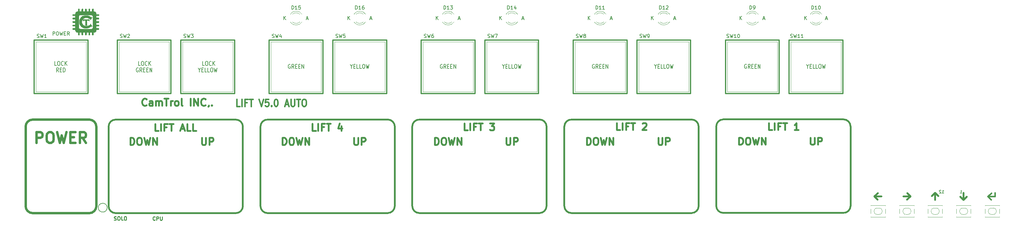
<source format=gbr>
%TF.GenerationSoftware,KiCad,Pcbnew,7.0.1*%
%TF.CreationDate,2024-04-02T15:57:58+09:00*%
%TF.ProjectId,Lift_Switch_V5.0,4c696674-5f53-4776-9974-63685f56352e,rev?*%
%TF.SameCoordinates,Original*%
%TF.FileFunction,Legend,Top*%
%TF.FilePolarity,Positive*%
%FSLAX46Y46*%
G04 Gerber Fmt 4.6, Leading zero omitted, Abs format (unit mm)*
G04 Created by KiCad (PCBNEW 7.0.1) date 2024-04-02 15:57:58*
%MOMM*%
%LPD*%
G01*
G04 APERTURE LIST*
%ADD10C,0.500000*%
%ADD11C,0.400000*%
%ADD12C,0.700000*%
%ADD13C,0.150000*%
%ADD14C,0.250000*%
%ADD15C,0.120000*%
%ADD16C,0.300000*%
%ADD17C,0.010000*%
G04 APERTURE END LIST*
D10*
X134040000Y-124990000D02*
G75*
G03*
X136040000Y-122990000I0J2000000D01*
G01*
X134040000Y-98490000D02*
X100050000Y-98490000D01*
D11*
X346775409Y-120262089D02*
X347722578Y-119314920D01*
D10*
X305929999Y-124930000D02*
X271939999Y-124929999D01*
X226969999Y-100469941D02*
X226969999Y-122969940D01*
X305929999Y-98430000D02*
X271939999Y-98430000D01*
X339912091Y-121262500D02*
X340835079Y-120339512D01*
X331837910Y-121262500D02*
X331837910Y-119237500D01*
X98050000Y-100490000D02*
X98050000Y-122989999D01*
D12*
X94599999Y-100490000D02*
G75*
G03*
X92600000Y-98490001I-2034799J-34800D01*
G01*
X74590001Y-122989999D02*
G75*
G03*
X76590000Y-124989999I1999999J-1D01*
G01*
D10*
X316712500Y-120250000D02*
X314687500Y-120250000D01*
X269939999Y-100430000D02*
X269939999Y-122929999D01*
X264959999Y-122969941D02*
X264959999Y-100479941D01*
X219939999Y-124969899D02*
G75*
G03*
X221939999Y-122969941I1J1999999D01*
G01*
X262959999Y-98469941D02*
X228969999Y-98469941D01*
X179010038Y-100473062D02*
G75*
G03*
X177009999Y-98473062I-2000038J-38D01*
G01*
X314687500Y-120250000D02*
X315610488Y-121172988D01*
X314687500Y-120250000D02*
X315634669Y-119302831D01*
D12*
X92600000Y-124990000D02*
X76590000Y-124989999D01*
X74590000Y-100490000D02*
X74590000Y-122989999D01*
D10*
X177009999Y-124973099D02*
G75*
G03*
X179009999Y-122973062I1J1999999D01*
G01*
X185949999Y-98469899D02*
G75*
G03*
X183949999Y-100469941I1J-2000001D01*
G01*
X271939999Y-98429999D02*
G75*
G03*
X269939999Y-100430000I1J-2000001D01*
G01*
X141020039Y-122973061D02*
G75*
G03*
X143019999Y-124973061I1999961J-39D01*
G01*
X136040000Y-100490000D02*
G75*
G03*
X134040000Y-98490000I-2000000J0D01*
G01*
X228969999Y-98469899D02*
G75*
G03*
X226969999Y-100469941I1J-2000001D01*
G01*
D12*
X92600000Y-98490000D02*
X76590000Y-98490000D01*
D10*
X226969960Y-122969940D02*
G75*
G03*
X228969999Y-124969940I2000040J40D01*
G01*
D11*
X348800409Y-120262089D02*
X348800409Y-119250000D01*
D12*
X92600000Y-124990000D02*
G75*
G03*
X94600000Y-122990000I0J2000000D01*
G01*
D10*
X221939999Y-122969941D02*
X221939999Y-100479941D01*
X179009999Y-122973062D02*
X179009999Y-100483062D01*
X219939999Y-124969941D02*
X185949999Y-124969940D01*
D11*
X348800409Y-120262089D02*
X346775409Y-120262089D01*
D10*
X322837500Y-120250000D02*
X324862500Y-120250000D01*
X331837910Y-119237500D02*
X330914922Y-120160488D01*
X269940001Y-122929999D02*
G75*
G03*
X271939999Y-124929999I1999999J-1D01*
G01*
X262959999Y-124969899D02*
G75*
G03*
X264959999Y-122969941I1J1999999D01*
G01*
X134040000Y-124990000D02*
X100050000Y-124989999D01*
X219939999Y-98469941D02*
X185949999Y-98469941D01*
X339912091Y-119237500D02*
X339912091Y-121262500D01*
X183949960Y-122969940D02*
G75*
G03*
X185949999Y-124969940I2000040J40D01*
G01*
X307929999Y-122930000D02*
X307929999Y-100440000D01*
X136040000Y-122990000D02*
X136040000Y-100500000D01*
X305929999Y-124929999D02*
G75*
G03*
X307929999Y-122930000I1J1999999D01*
G01*
D13*
X97650000Y-123440000D02*
G75*
G03*
X97650000Y-123440000I-1250000J0D01*
G01*
D10*
X264959959Y-100469941D02*
G75*
G03*
X262959999Y-98469941I-1999959J41D01*
G01*
X221939959Y-100469941D02*
G75*
G03*
X219939999Y-98469941I-1999959J41D01*
G01*
X141019999Y-100473062D02*
X141019999Y-122973061D01*
X339912091Y-121262500D02*
X338964922Y-120315331D01*
X324862500Y-120250000D02*
X323915331Y-121197169D01*
X183949999Y-100469941D02*
X183949999Y-122969940D01*
X177009999Y-98473062D02*
X143019999Y-98473062D01*
D11*
X346775409Y-120262089D02*
X347698397Y-121185077D01*
D12*
X76590000Y-98490000D02*
G75*
G03*
X74590000Y-100490000I0J-2000000D01*
G01*
D10*
X177009999Y-124973062D02*
X143019999Y-124973061D01*
X307930000Y-100430000D02*
G75*
G03*
X305929999Y-98430000I-2000000J0D01*
G01*
D12*
X94600000Y-122990000D02*
X94600000Y-100500000D01*
D10*
X331837910Y-119237500D02*
X332785079Y-120184669D01*
X262959999Y-124969941D02*
X228969999Y-124969940D01*
X143019999Y-98473099D02*
G75*
G03*
X141019999Y-100473062I1J-2000001D01*
G01*
X324862500Y-120250000D02*
X323939512Y-119327012D01*
X98050001Y-122989999D02*
G75*
G03*
X100050000Y-124989999I1999999J-1D01*
G01*
X100050000Y-98490000D02*
G75*
G03*
X98050000Y-100490000I0J-2000000D01*
G01*
D13*
X278493333Y-82862285D02*
X278398095Y-82805142D01*
X278398095Y-82805142D02*
X278255238Y-82805142D01*
X278255238Y-82805142D02*
X278112381Y-82862285D01*
X278112381Y-82862285D02*
X278017143Y-82976571D01*
X278017143Y-82976571D02*
X277969524Y-83090857D01*
X277969524Y-83090857D02*
X277921905Y-83319428D01*
X277921905Y-83319428D02*
X277921905Y-83490857D01*
X277921905Y-83490857D02*
X277969524Y-83719428D01*
X277969524Y-83719428D02*
X278017143Y-83833714D01*
X278017143Y-83833714D02*
X278112381Y-83948000D01*
X278112381Y-83948000D02*
X278255238Y-84005142D01*
X278255238Y-84005142D02*
X278350476Y-84005142D01*
X278350476Y-84005142D02*
X278493333Y-83948000D01*
X278493333Y-83948000D02*
X278540952Y-83890857D01*
X278540952Y-83890857D02*
X278540952Y-83490857D01*
X278540952Y-83490857D02*
X278350476Y-83490857D01*
X279540952Y-84005142D02*
X279207619Y-83433714D01*
X278969524Y-84005142D02*
X278969524Y-82805142D01*
X278969524Y-82805142D02*
X279350476Y-82805142D01*
X279350476Y-82805142D02*
X279445714Y-82862285D01*
X279445714Y-82862285D02*
X279493333Y-82919428D01*
X279493333Y-82919428D02*
X279540952Y-83033714D01*
X279540952Y-83033714D02*
X279540952Y-83205142D01*
X279540952Y-83205142D02*
X279493333Y-83319428D01*
X279493333Y-83319428D02*
X279445714Y-83376571D01*
X279445714Y-83376571D02*
X279350476Y-83433714D01*
X279350476Y-83433714D02*
X278969524Y-83433714D01*
X279969524Y-83376571D02*
X280302857Y-83376571D01*
X280445714Y-84005142D02*
X279969524Y-84005142D01*
X279969524Y-84005142D02*
X279969524Y-82805142D01*
X279969524Y-82805142D02*
X280445714Y-82805142D01*
X280874286Y-83376571D02*
X281207619Y-83376571D01*
X281350476Y-84005142D02*
X280874286Y-84005142D01*
X280874286Y-84005142D02*
X280874286Y-82805142D01*
X280874286Y-82805142D02*
X281350476Y-82805142D01*
X281779048Y-84005142D02*
X281779048Y-82805142D01*
X281779048Y-82805142D02*
X282350476Y-84005142D01*
X282350476Y-84005142D02*
X282350476Y-82805142D01*
D10*
X104238095Y-105675238D02*
X104238095Y-103675238D01*
X104238095Y-103675238D02*
X104714285Y-103675238D01*
X104714285Y-103675238D02*
X105000000Y-103770476D01*
X105000000Y-103770476D02*
X105190476Y-103960952D01*
X105190476Y-103960952D02*
X105285714Y-104151428D01*
X105285714Y-104151428D02*
X105380952Y-104532380D01*
X105380952Y-104532380D02*
X105380952Y-104818095D01*
X105380952Y-104818095D02*
X105285714Y-105199047D01*
X105285714Y-105199047D02*
X105190476Y-105389523D01*
X105190476Y-105389523D02*
X105000000Y-105580000D01*
X105000000Y-105580000D02*
X104714285Y-105675238D01*
X104714285Y-105675238D02*
X104238095Y-105675238D01*
X106619047Y-103675238D02*
X107000000Y-103675238D01*
X107000000Y-103675238D02*
X107190476Y-103770476D01*
X107190476Y-103770476D02*
X107380952Y-103960952D01*
X107380952Y-103960952D02*
X107476190Y-104341904D01*
X107476190Y-104341904D02*
X107476190Y-105008571D01*
X107476190Y-105008571D02*
X107380952Y-105389523D01*
X107380952Y-105389523D02*
X107190476Y-105580000D01*
X107190476Y-105580000D02*
X107000000Y-105675238D01*
X107000000Y-105675238D02*
X106619047Y-105675238D01*
X106619047Y-105675238D02*
X106428571Y-105580000D01*
X106428571Y-105580000D02*
X106238095Y-105389523D01*
X106238095Y-105389523D02*
X106142857Y-105008571D01*
X106142857Y-105008571D02*
X106142857Y-104341904D01*
X106142857Y-104341904D02*
X106238095Y-103960952D01*
X106238095Y-103960952D02*
X106428571Y-103770476D01*
X106428571Y-103770476D02*
X106619047Y-103675238D01*
X108142857Y-103675238D02*
X108619047Y-105675238D01*
X108619047Y-105675238D02*
X109000000Y-104246666D01*
X109000000Y-104246666D02*
X109380952Y-105675238D01*
X109380952Y-105675238D02*
X109857143Y-103675238D01*
X110619047Y-105675238D02*
X110619047Y-103675238D01*
X110619047Y-103675238D02*
X111761904Y-105675238D01*
X111761904Y-105675238D02*
X111761904Y-103675238D01*
X276398095Y-105625238D02*
X276398095Y-103625238D01*
X276398095Y-103625238D02*
X276874285Y-103625238D01*
X276874285Y-103625238D02*
X277160000Y-103720476D01*
X277160000Y-103720476D02*
X277350476Y-103910952D01*
X277350476Y-103910952D02*
X277445714Y-104101428D01*
X277445714Y-104101428D02*
X277540952Y-104482380D01*
X277540952Y-104482380D02*
X277540952Y-104768095D01*
X277540952Y-104768095D02*
X277445714Y-105149047D01*
X277445714Y-105149047D02*
X277350476Y-105339523D01*
X277350476Y-105339523D02*
X277160000Y-105530000D01*
X277160000Y-105530000D02*
X276874285Y-105625238D01*
X276874285Y-105625238D02*
X276398095Y-105625238D01*
X278779047Y-103625238D02*
X279160000Y-103625238D01*
X279160000Y-103625238D02*
X279350476Y-103720476D01*
X279350476Y-103720476D02*
X279540952Y-103910952D01*
X279540952Y-103910952D02*
X279636190Y-104291904D01*
X279636190Y-104291904D02*
X279636190Y-104958571D01*
X279636190Y-104958571D02*
X279540952Y-105339523D01*
X279540952Y-105339523D02*
X279350476Y-105530000D01*
X279350476Y-105530000D02*
X279160000Y-105625238D01*
X279160000Y-105625238D02*
X278779047Y-105625238D01*
X278779047Y-105625238D02*
X278588571Y-105530000D01*
X278588571Y-105530000D02*
X278398095Y-105339523D01*
X278398095Y-105339523D02*
X278302857Y-104958571D01*
X278302857Y-104958571D02*
X278302857Y-104291904D01*
X278302857Y-104291904D02*
X278398095Y-103910952D01*
X278398095Y-103910952D02*
X278588571Y-103720476D01*
X278588571Y-103720476D02*
X278779047Y-103625238D01*
X280302857Y-103625238D02*
X280779047Y-105625238D01*
X280779047Y-105625238D02*
X281160000Y-104196666D01*
X281160000Y-104196666D02*
X281540952Y-105625238D01*
X281540952Y-105625238D02*
X282017143Y-103625238D01*
X282779047Y-105625238D02*
X282779047Y-103625238D01*
X282779047Y-103625238D02*
X283921904Y-105625238D01*
X283921904Y-105625238D02*
X283921904Y-103625238D01*
X233338095Y-105662947D02*
X233338095Y-103662947D01*
X233338095Y-103662947D02*
X233814285Y-103662947D01*
X233814285Y-103662947D02*
X234100000Y-103758185D01*
X234100000Y-103758185D02*
X234290476Y-103948661D01*
X234290476Y-103948661D02*
X234385714Y-104139137D01*
X234385714Y-104139137D02*
X234480952Y-104520089D01*
X234480952Y-104520089D02*
X234480952Y-104805804D01*
X234480952Y-104805804D02*
X234385714Y-105186756D01*
X234385714Y-105186756D02*
X234290476Y-105377232D01*
X234290476Y-105377232D02*
X234100000Y-105567709D01*
X234100000Y-105567709D02*
X233814285Y-105662947D01*
X233814285Y-105662947D02*
X233338095Y-105662947D01*
X235719047Y-103662947D02*
X236100000Y-103662947D01*
X236100000Y-103662947D02*
X236290476Y-103758185D01*
X236290476Y-103758185D02*
X236480952Y-103948661D01*
X236480952Y-103948661D02*
X236576190Y-104329613D01*
X236576190Y-104329613D02*
X236576190Y-104996280D01*
X236576190Y-104996280D02*
X236480952Y-105377232D01*
X236480952Y-105377232D02*
X236290476Y-105567709D01*
X236290476Y-105567709D02*
X236100000Y-105662947D01*
X236100000Y-105662947D02*
X235719047Y-105662947D01*
X235719047Y-105662947D02*
X235528571Y-105567709D01*
X235528571Y-105567709D02*
X235338095Y-105377232D01*
X235338095Y-105377232D02*
X235242857Y-104996280D01*
X235242857Y-104996280D02*
X235242857Y-104329613D01*
X235242857Y-104329613D02*
X235338095Y-103948661D01*
X235338095Y-103948661D02*
X235528571Y-103758185D01*
X235528571Y-103758185D02*
X235719047Y-103662947D01*
X237242857Y-103662947D02*
X237719047Y-105662947D01*
X237719047Y-105662947D02*
X238100000Y-104234375D01*
X238100000Y-104234375D02*
X238480952Y-105662947D01*
X238480952Y-105662947D02*
X238957143Y-103662947D01*
X239719047Y-105662947D02*
X239719047Y-103662947D01*
X239719047Y-103662947D02*
X240861904Y-105662947D01*
X240861904Y-105662947D02*
X240861904Y-103662947D01*
D13*
X107045714Y-83185142D02*
X106569524Y-83185142D01*
X106569524Y-83185142D02*
X106569524Y-81985142D01*
X107569524Y-81985142D02*
X107760000Y-81985142D01*
X107760000Y-81985142D02*
X107855238Y-82042285D01*
X107855238Y-82042285D02*
X107950476Y-82156571D01*
X107950476Y-82156571D02*
X107998095Y-82385142D01*
X107998095Y-82385142D02*
X107998095Y-82785142D01*
X107998095Y-82785142D02*
X107950476Y-83013714D01*
X107950476Y-83013714D02*
X107855238Y-83128000D01*
X107855238Y-83128000D02*
X107760000Y-83185142D01*
X107760000Y-83185142D02*
X107569524Y-83185142D01*
X107569524Y-83185142D02*
X107474286Y-83128000D01*
X107474286Y-83128000D02*
X107379048Y-83013714D01*
X107379048Y-83013714D02*
X107331429Y-82785142D01*
X107331429Y-82785142D02*
X107331429Y-82385142D01*
X107331429Y-82385142D02*
X107379048Y-82156571D01*
X107379048Y-82156571D02*
X107474286Y-82042285D01*
X107474286Y-82042285D02*
X107569524Y-81985142D01*
X108998095Y-83070857D02*
X108950476Y-83128000D01*
X108950476Y-83128000D02*
X108807619Y-83185142D01*
X108807619Y-83185142D02*
X108712381Y-83185142D01*
X108712381Y-83185142D02*
X108569524Y-83128000D01*
X108569524Y-83128000D02*
X108474286Y-83013714D01*
X108474286Y-83013714D02*
X108426667Y-82899428D01*
X108426667Y-82899428D02*
X108379048Y-82670857D01*
X108379048Y-82670857D02*
X108379048Y-82499428D01*
X108379048Y-82499428D02*
X108426667Y-82270857D01*
X108426667Y-82270857D02*
X108474286Y-82156571D01*
X108474286Y-82156571D02*
X108569524Y-82042285D01*
X108569524Y-82042285D02*
X108712381Y-81985142D01*
X108712381Y-81985142D02*
X108807619Y-81985142D01*
X108807619Y-81985142D02*
X108950476Y-82042285D01*
X108950476Y-82042285D02*
X108998095Y-82099428D01*
X109426667Y-83185142D02*
X109426667Y-81985142D01*
X109998095Y-83185142D02*
X109569524Y-82499428D01*
X109998095Y-81985142D02*
X109426667Y-82670857D01*
D10*
X124478571Y-103675238D02*
X124478571Y-105294285D01*
X124478571Y-105294285D02*
X124573809Y-105484761D01*
X124573809Y-105484761D02*
X124669047Y-105580000D01*
X124669047Y-105580000D02*
X124859523Y-105675238D01*
X124859523Y-105675238D02*
X125240476Y-105675238D01*
X125240476Y-105675238D02*
X125430952Y-105580000D01*
X125430952Y-105580000D02*
X125526190Y-105484761D01*
X125526190Y-105484761D02*
X125621428Y-105294285D01*
X125621428Y-105294285D02*
X125621428Y-103675238D01*
X126573809Y-105675238D02*
X126573809Y-103675238D01*
X126573809Y-103675238D02*
X127335714Y-103675238D01*
X127335714Y-103675238D02*
X127526190Y-103770476D01*
X127526190Y-103770476D02*
X127621428Y-103865714D01*
X127621428Y-103865714D02*
X127716666Y-104056190D01*
X127716666Y-104056190D02*
X127716666Y-104341904D01*
X127716666Y-104341904D02*
X127621428Y-104532380D01*
X127621428Y-104532380D02*
X127526190Y-104627619D01*
X127526190Y-104627619D02*
X127335714Y-104722857D01*
X127335714Y-104722857D02*
X126573809Y-104722857D01*
X156709523Y-101689603D02*
X155757142Y-101689603D01*
X155757142Y-101689603D02*
X155757142Y-99689603D01*
X157376190Y-101689603D02*
X157376190Y-99689603D01*
X158995238Y-100641984D02*
X158328571Y-100641984D01*
X158328571Y-101689603D02*
X158328571Y-99689603D01*
X158328571Y-99689603D02*
X159280952Y-99689603D01*
X159757143Y-99689603D02*
X160900000Y-99689603D01*
X160328571Y-101689603D02*
X160328571Y-99689603D01*
X163947620Y-100356269D02*
X163947620Y-101689603D01*
X163471429Y-99594365D02*
X162995239Y-101022936D01*
X162995239Y-101022936D02*
X164233334Y-101022936D01*
D13*
X83897142Y-85005142D02*
X83563809Y-84433714D01*
X83325714Y-85005142D02*
X83325714Y-83805142D01*
X83325714Y-83805142D02*
X83706666Y-83805142D01*
X83706666Y-83805142D02*
X83801904Y-83862285D01*
X83801904Y-83862285D02*
X83849523Y-83919428D01*
X83849523Y-83919428D02*
X83897142Y-84033714D01*
X83897142Y-84033714D02*
X83897142Y-84205142D01*
X83897142Y-84205142D02*
X83849523Y-84319428D01*
X83849523Y-84319428D02*
X83801904Y-84376571D01*
X83801904Y-84376571D02*
X83706666Y-84433714D01*
X83706666Y-84433714D02*
X83325714Y-84433714D01*
X84325714Y-84376571D02*
X84659047Y-84376571D01*
X84801904Y-85005142D02*
X84325714Y-85005142D01*
X84325714Y-85005142D02*
X84325714Y-83805142D01*
X84325714Y-83805142D02*
X84801904Y-83805142D01*
X85230476Y-85005142D02*
X85230476Y-83805142D01*
X85230476Y-83805142D02*
X85468571Y-83805142D01*
X85468571Y-83805142D02*
X85611428Y-83862285D01*
X85611428Y-83862285D02*
X85706666Y-83976571D01*
X85706666Y-83976571D02*
X85754285Y-84090857D01*
X85754285Y-84090857D02*
X85801904Y-84319428D01*
X85801904Y-84319428D02*
X85801904Y-84490857D01*
X85801904Y-84490857D02*
X85754285Y-84719428D01*
X85754285Y-84719428D02*
X85706666Y-84833714D01*
X85706666Y-84833714D02*
X85611428Y-84948000D01*
X85611428Y-84948000D02*
X85468571Y-85005142D01*
X85468571Y-85005142D02*
X85230476Y-85005142D01*
X166732857Y-83446480D02*
X166732857Y-84017908D01*
X166399524Y-82817908D02*
X166732857Y-83446480D01*
X166732857Y-83446480D02*
X167066190Y-82817908D01*
X167399524Y-83389337D02*
X167732857Y-83389337D01*
X167875714Y-84017908D02*
X167399524Y-84017908D01*
X167399524Y-84017908D02*
X167399524Y-82817908D01*
X167399524Y-82817908D02*
X167875714Y-82817908D01*
X168780476Y-84017908D02*
X168304286Y-84017908D01*
X168304286Y-84017908D02*
X168304286Y-82817908D01*
X169590000Y-84017908D02*
X169113810Y-84017908D01*
X169113810Y-84017908D02*
X169113810Y-82817908D01*
X170113810Y-82817908D02*
X170304286Y-82817908D01*
X170304286Y-82817908D02*
X170399524Y-82875051D01*
X170399524Y-82875051D02*
X170494762Y-82989337D01*
X170494762Y-82989337D02*
X170542381Y-83217908D01*
X170542381Y-83217908D02*
X170542381Y-83617908D01*
X170542381Y-83617908D02*
X170494762Y-83846480D01*
X170494762Y-83846480D02*
X170399524Y-83960766D01*
X170399524Y-83960766D02*
X170304286Y-84017908D01*
X170304286Y-84017908D02*
X170113810Y-84017908D01*
X170113810Y-84017908D02*
X170018572Y-83960766D01*
X170018572Y-83960766D02*
X169923334Y-83846480D01*
X169923334Y-83846480D02*
X169875715Y-83617908D01*
X169875715Y-83617908D02*
X169875715Y-83217908D01*
X169875715Y-83217908D02*
X169923334Y-82989337D01*
X169923334Y-82989337D02*
X170018572Y-82875051D01*
X170018572Y-82875051D02*
X170113810Y-82817908D01*
X170875715Y-82817908D02*
X171113810Y-84017908D01*
X171113810Y-84017908D02*
X171304286Y-83160766D01*
X171304286Y-83160766D02*
X171494762Y-84017908D01*
X171494762Y-84017908D02*
X171732858Y-82817908D01*
D10*
X242809523Y-101487598D02*
X241857142Y-101487598D01*
X241857142Y-101487598D02*
X241857142Y-99487598D01*
X243476190Y-101487598D02*
X243476190Y-99487598D01*
X245095238Y-100439979D02*
X244428571Y-100439979D01*
X244428571Y-101487598D02*
X244428571Y-99487598D01*
X244428571Y-99487598D02*
X245380952Y-99487598D01*
X245857143Y-99487598D02*
X247000000Y-99487598D01*
X246428571Y-101487598D02*
X246428571Y-99487598D01*
X249095239Y-99678074D02*
X249190477Y-99582836D01*
X249190477Y-99582836D02*
X249380953Y-99487598D01*
X249380953Y-99487598D02*
X249857144Y-99487598D01*
X249857144Y-99487598D02*
X250047620Y-99582836D01*
X250047620Y-99582836D02*
X250142858Y-99678074D01*
X250142858Y-99678074D02*
X250238096Y-99868550D01*
X250238096Y-99868550D02*
X250238096Y-100059026D01*
X250238096Y-100059026D02*
X250142858Y-100344740D01*
X250142858Y-100344740D02*
X249000001Y-101487598D01*
X249000001Y-101487598D02*
X250238096Y-101487598D01*
D13*
X125175714Y-83185142D02*
X124699524Y-83185142D01*
X124699524Y-83185142D02*
X124699524Y-81985142D01*
X125699524Y-81985142D02*
X125890000Y-81985142D01*
X125890000Y-81985142D02*
X125985238Y-82042285D01*
X125985238Y-82042285D02*
X126080476Y-82156571D01*
X126080476Y-82156571D02*
X126128095Y-82385142D01*
X126128095Y-82385142D02*
X126128095Y-82785142D01*
X126128095Y-82785142D02*
X126080476Y-83013714D01*
X126080476Y-83013714D02*
X125985238Y-83128000D01*
X125985238Y-83128000D02*
X125890000Y-83185142D01*
X125890000Y-83185142D02*
X125699524Y-83185142D01*
X125699524Y-83185142D02*
X125604286Y-83128000D01*
X125604286Y-83128000D02*
X125509048Y-83013714D01*
X125509048Y-83013714D02*
X125461429Y-82785142D01*
X125461429Y-82785142D02*
X125461429Y-82385142D01*
X125461429Y-82385142D02*
X125509048Y-82156571D01*
X125509048Y-82156571D02*
X125604286Y-82042285D01*
X125604286Y-82042285D02*
X125699524Y-81985142D01*
X127128095Y-83070857D02*
X127080476Y-83128000D01*
X127080476Y-83128000D02*
X126937619Y-83185142D01*
X126937619Y-83185142D02*
X126842381Y-83185142D01*
X126842381Y-83185142D02*
X126699524Y-83128000D01*
X126699524Y-83128000D02*
X126604286Y-83013714D01*
X126604286Y-83013714D02*
X126556667Y-82899428D01*
X126556667Y-82899428D02*
X126509048Y-82670857D01*
X126509048Y-82670857D02*
X126509048Y-82499428D01*
X126509048Y-82499428D02*
X126556667Y-82270857D01*
X126556667Y-82270857D02*
X126604286Y-82156571D01*
X126604286Y-82156571D02*
X126699524Y-82042285D01*
X126699524Y-82042285D02*
X126842381Y-81985142D01*
X126842381Y-81985142D02*
X126937619Y-81985142D01*
X126937619Y-81985142D02*
X127080476Y-82042285D01*
X127080476Y-82042285D02*
X127128095Y-82099428D01*
X127556667Y-83185142D02*
X127556667Y-81985142D01*
X128128095Y-83185142D02*
X127699524Y-82499428D01*
X128128095Y-81985142D02*
X127556667Y-82670857D01*
X338936428Y-119302095D02*
X339393571Y-119302095D01*
X339164999Y-119302095D02*
X339164999Y-118502095D01*
X339164999Y-118502095D02*
X339241190Y-118616380D01*
X339241190Y-118616380D02*
X339317380Y-118692571D01*
X339317380Y-118692571D02*
X339393571Y-118730666D01*
X235453333Y-82872285D02*
X235358095Y-82815142D01*
X235358095Y-82815142D02*
X235215238Y-82815142D01*
X235215238Y-82815142D02*
X235072381Y-82872285D01*
X235072381Y-82872285D02*
X234977143Y-82986571D01*
X234977143Y-82986571D02*
X234929524Y-83100857D01*
X234929524Y-83100857D02*
X234881905Y-83329428D01*
X234881905Y-83329428D02*
X234881905Y-83500857D01*
X234881905Y-83500857D02*
X234929524Y-83729428D01*
X234929524Y-83729428D02*
X234977143Y-83843714D01*
X234977143Y-83843714D02*
X235072381Y-83958000D01*
X235072381Y-83958000D02*
X235215238Y-84015142D01*
X235215238Y-84015142D02*
X235310476Y-84015142D01*
X235310476Y-84015142D02*
X235453333Y-83958000D01*
X235453333Y-83958000D02*
X235500952Y-83900857D01*
X235500952Y-83900857D02*
X235500952Y-83500857D01*
X235500952Y-83500857D02*
X235310476Y-83500857D01*
X236500952Y-84015142D02*
X236167619Y-83443714D01*
X235929524Y-84015142D02*
X235929524Y-82815142D01*
X235929524Y-82815142D02*
X236310476Y-82815142D01*
X236310476Y-82815142D02*
X236405714Y-82872285D01*
X236405714Y-82872285D02*
X236453333Y-82929428D01*
X236453333Y-82929428D02*
X236500952Y-83043714D01*
X236500952Y-83043714D02*
X236500952Y-83215142D01*
X236500952Y-83215142D02*
X236453333Y-83329428D01*
X236453333Y-83329428D02*
X236405714Y-83386571D01*
X236405714Y-83386571D02*
X236310476Y-83443714D01*
X236310476Y-83443714D02*
X235929524Y-83443714D01*
X236929524Y-83386571D02*
X237262857Y-83386571D01*
X237405714Y-84015142D02*
X236929524Y-84015142D01*
X236929524Y-84015142D02*
X236929524Y-82815142D01*
X236929524Y-82815142D02*
X237405714Y-82815142D01*
X237834286Y-83386571D02*
X238167619Y-83386571D01*
X238310476Y-84015142D02*
X237834286Y-84015142D01*
X237834286Y-84015142D02*
X237834286Y-82815142D01*
X237834286Y-82815142D02*
X238310476Y-82815142D01*
X238739048Y-84015142D02*
X238739048Y-82815142D01*
X238739048Y-82815142D02*
X239310476Y-84015142D01*
X239310476Y-84015142D02*
X239310476Y-82815142D01*
X83335714Y-83185142D02*
X82859524Y-83185142D01*
X82859524Y-83185142D02*
X82859524Y-81985142D01*
X83859524Y-81985142D02*
X84050000Y-81985142D01*
X84050000Y-81985142D02*
X84145238Y-82042285D01*
X84145238Y-82042285D02*
X84240476Y-82156571D01*
X84240476Y-82156571D02*
X84288095Y-82385142D01*
X84288095Y-82385142D02*
X84288095Y-82785142D01*
X84288095Y-82785142D02*
X84240476Y-83013714D01*
X84240476Y-83013714D02*
X84145238Y-83128000D01*
X84145238Y-83128000D02*
X84050000Y-83185142D01*
X84050000Y-83185142D02*
X83859524Y-83185142D01*
X83859524Y-83185142D02*
X83764286Y-83128000D01*
X83764286Y-83128000D02*
X83669048Y-83013714D01*
X83669048Y-83013714D02*
X83621429Y-82785142D01*
X83621429Y-82785142D02*
X83621429Y-82385142D01*
X83621429Y-82385142D02*
X83669048Y-82156571D01*
X83669048Y-82156571D02*
X83764286Y-82042285D01*
X83764286Y-82042285D02*
X83859524Y-81985142D01*
X85288095Y-83070857D02*
X85240476Y-83128000D01*
X85240476Y-83128000D02*
X85097619Y-83185142D01*
X85097619Y-83185142D02*
X85002381Y-83185142D01*
X85002381Y-83185142D02*
X84859524Y-83128000D01*
X84859524Y-83128000D02*
X84764286Y-83013714D01*
X84764286Y-83013714D02*
X84716667Y-82899428D01*
X84716667Y-82899428D02*
X84669048Y-82670857D01*
X84669048Y-82670857D02*
X84669048Y-82499428D01*
X84669048Y-82499428D02*
X84716667Y-82270857D01*
X84716667Y-82270857D02*
X84764286Y-82156571D01*
X84764286Y-82156571D02*
X84859524Y-82042285D01*
X84859524Y-82042285D02*
X85002381Y-81985142D01*
X85002381Y-81985142D02*
X85097619Y-81985142D01*
X85097619Y-81985142D02*
X85240476Y-82042285D01*
X85240476Y-82042285D02*
X85288095Y-82099428D01*
X85716667Y-83185142D02*
X85716667Y-81985142D01*
X86288095Y-83185142D02*
X85859524Y-82499428D01*
X86288095Y-81985142D02*
X85716667Y-82670857D01*
X192423333Y-82876132D02*
X192328095Y-82818989D01*
X192328095Y-82818989D02*
X192185238Y-82818989D01*
X192185238Y-82818989D02*
X192042381Y-82876132D01*
X192042381Y-82876132D02*
X191947143Y-82990418D01*
X191947143Y-82990418D02*
X191899524Y-83104704D01*
X191899524Y-83104704D02*
X191851905Y-83333275D01*
X191851905Y-83333275D02*
X191851905Y-83504704D01*
X191851905Y-83504704D02*
X191899524Y-83733275D01*
X191899524Y-83733275D02*
X191947143Y-83847561D01*
X191947143Y-83847561D02*
X192042381Y-83961847D01*
X192042381Y-83961847D02*
X192185238Y-84018989D01*
X192185238Y-84018989D02*
X192280476Y-84018989D01*
X192280476Y-84018989D02*
X192423333Y-83961847D01*
X192423333Y-83961847D02*
X192470952Y-83904704D01*
X192470952Y-83904704D02*
X192470952Y-83504704D01*
X192470952Y-83504704D02*
X192280476Y-83504704D01*
X193470952Y-84018989D02*
X193137619Y-83447561D01*
X192899524Y-84018989D02*
X192899524Y-82818989D01*
X192899524Y-82818989D02*
X193280476Y-82818989D01*
X193280476Y-82818989D02*
X193375714Y-82876132D01*
X193375714Y-82876132D02*
X193423333Y-82933275D01*
X193423333Y-82933275D02*
X193470952Y-83047561D01*
X193470952Y-83047561D02*
X193470952Y-83218989D01*
X193470952Y-83218989D02*
X193423333Y-83333275D01*
X193423333Y-83333275D02*
X193375714Y-83390418D01*
X193375714Y-83390418D02*
X193280476Y-83447561D01*
X193280476Y-83447561D02*
X192899524Y-83447561D01*
X193899524Y-83390418D02*
X194232857Y-83390418D01*
X194375714Y-84018989D02*
X193899524Y-84018989D01*
X193899524Y-84018989D02*
X193899524Y-82818989D01*
X193899524Y-82818989D02*
X194375714Y-82818989D01*
X194804286Y-83390418D02*
X195137619Y-83390418D01*
X195280476Y-84018989D02*
X194804286Y-84018989D01*
X194804286Y-84018989D02*
X194804286Y-82818989D01*
X194804286Y-82818989D02*
X195280476Y-82818989D01*
X195709048Y-84018989D02*
X195709048Y-82818989D01*
X195709048Y-82818989D02*
X196280476Y-84018989D01*
X196280476Y-84018989D02*
X196280476Y-82818989D01*
D10*
X210578571Y-103671015D02*
X210578571Y-105290062D01*
X210578571Y-105290062D02*
X210673809Y-105480538D01*
X210673809Y-105480538D02*
X210769047Y-105575777D01*
X210769047Y-105575777D02*
X210959523Y-105671015D01*
X210959523Y-105671015D02*
X211340476Y-105671015D01*
X211340476Y-105671015D02*
X211530952Y-105575777D01*
X211530952Y-105575777D02*
X211626190Y-105480538D01*
X211626190Y-105480538D02*
X211721428Y-105290062D01*
X211721428Y-105290062D02*
X211721428Y-103671015D01*
X212673809Y-105671015D02*
X212673809Y-103671015D01*
X212673809Y-103671015D02*
X213435714Y-103671015D01*
X213435714Y-103671015D02*
X213626190Y-103766253D01*
X213626190Y-103766253D02*
X213721428Y-103861491D01*
X213721428Y-103861491D02*
X213816666Y-104051967D01*
X213816666Y-104051967D02*
X213816666Y-104337681D01*
X213816666Y-104337681D02*
X213721428Y-104528157D01*
X213721428Y-104528157D02*
X213626190Y-104623396D01*
X213626190Y-104623396D02*
X213435714Y-104718634D01*
X213435714Y-104718634D02*
X212673809Y-104718634D01*
D13*
X209732857Y-83446479D02*
X209732857Y-84017907D01*
X209399524Y-82817907D02*
X209732857Y-83446479D01*
X209732857Y-83446479D02*
X210066190Y-82817907D01*
X210399524Y-83389336D02*
X210732857Y-83389336D01*
X210875714Y-84017907D02*
X210399524Y-84017907D01*
X210399524Y-84017907D02*
X210399524Y-82817907D01*
X210399524Y-82817907D02*
X210875714Y-82817907D01*
X211780476Y-84017907D02*
X211304286Y-84017907D01*
X211304286Y-84017907D02*
X211304286Y-82817907D01*
X212590000Y-84017907D02*
X212113810Y-84017907D01*
X212113810Y-84017907D02*
X212113810Y-82817907D01*
X213113810Y-82817907D02*
X213304286Y-82817907D01*
X213304286Y-82817907D02*
X213399524Y-82875050D01*
X213399524Y-82875050D02*
X213494762Y-82989336D01*
X213494762Y-82989336D02*
X213542381Y-83217907D01*
X213542381Y-83217907D02*
X213542381Y-83617907D01*
X213542381Y-83617907D02*
X213494762Y-83846479D01*
X213494762Y-83846479D02*
X213399524Y-83960765D01*
X213399524Y-83960765D02*
X213304286Y-84017907D01*
X213304286Y-84017907D02*
X213113810Y-84017907D01*
X213113810Y-84017907D02*
X213018572Y-83960765D01*
X213018572Y-83960765D02*
X212923334Y-83846479D01*
X212923334Y-83846479D02*
X212875715Y-83617907D01*
X212875715Y-83617907D02*
X212875715Y-83217907D01*
X212875715Y-83217907D02*
X212923334Y-82989336D01*
X212923334Y-82989336D02*
X213018572Y-82875050D01*
X213018572Y-82875050D02*
X213113810Y-82817907D01*
X213875715Y-82817907D02*
X214113810Y-84017907D01*
X214113810Y-84017907D02*
X214304286Y-83160765D01*
X214304286Y-83160765D02*
X214494762Y-84017907D01*
X214494762Y-84017907D02*
X214732858Y-82817907D01*
X252762857Y-83442632D02*
X252762857Y-84014060D01*
X252429524Y-82814060D02*
X252762857Y-83442632D01*
X252762857Y-83442632D02*
X253096190Y-82814060D01*
X253429524Y-83385489D02*
X253762857Y-83385489D01*
X253905714Y-84014060D02*
X253429524Y-84014060D01*
X253429524Y-84014060D02*
X253429524Y-82814060D01*
X253429524Y-82814060D02*
X253905714Y-82814060D01*
X254810476Y-84014060D02*
X254334286Y-84014060D01*
X254334286Y-84014060D02*
X254334286Y-82814060D01*
X255620000Y-84014060D02*
X255143810Y-84014060D01*
X255143810Y-84014060D02*
X255143810Y-82814060D01*
X256143810Y-82814060D02*
X256334286Y-82814060D01*
X256334286Y-82814060D02*
X256429524Y-82871203D01*
X256429524Y-82871203D02*
X256524762Y-82985489D01*
X256524762Y-82985489D02*
X256572381Y-83214060D01*
X256572381Y-83214060D02*
X256572381Y-83614060D01*
X256572381Y-83614060D02*
X256524762Y-83842632D01*
X256524762Y-83842632D02*
X256429524Y-83956918D01*
X256429524Y-83956918D02*
X256334286Y-84014060D01*
X256334286Y-84014060D02*
X256143810Y-84014060D01*
X256143810Y-84014060D02*
X256048572Y-83956918D01*
X256048572Y-83956918D02*
X255953334Y-83842632D01*
X255953334Y-83842632D02*
X255905715Y-83614060D01*
X255905715Y-83614060D02*
X255905715Y-83214060D01*
X255905715Y-83214060D02*
X255953334Y-82985489D01*
X255953334Y-82985489D02*
X256048572Y-82871203D01*
X256048572Y-82871203D02*
X256143810Y-82814060D01*
X256905715Y-82814060D02*
X257143810Y-84014060D01*
X257143810Y-84014060D02*
X257334286Y-83156918D01*
X257334286Y-83156918D02*
X257524762Y-84014060D01*
X257524762Y-84014060D02*
X257762858Y-82814060D01*
D11*
X135135714Y-94725238D02*
X134278571Y-94725238D01*
X134278571Y-94725238D02*
X134278571Y-92725238D01*
X135735714Y-94725238D02*
X135735714Y-92725238D01*
X137192857Y-93677619D02*
X136592857Y-93677619D01*
X136592857Y-94725238D02*
X136592857Y-92725238D01*
X136592857Y-92725238D02*
X137450000Y-92725238D01*
X137878571Y-92725238D02*
X138907143Y-92725238D01*
X138392857Y-94725238D02*
X138392857Y-92725238D01*
X140621429Y-92725238D02*
X141221429Y-94725238D01*
X141221429Y-94725238D02*
X141821429Y-92725238D01*
X143278572Y-92725238D02*
X142421429Y-92725238D01*
X142421429Y-92725238D02*
X142335715Y-93677619D01*
X142335715Y-93677619D02*
X142421429Y-93582380D01*
X142421429Y-93582380D02*
X142592858Y-93487142D01*
X142592858Y-93487142D02*
X143021429Y-93487142D01*
X143021429Y-93487142D02*
X143192858Y-93582380D01*
X143192858Y-93582380D02*
X143278572Y-93677619D01*
X143278572Y-93677619D02*
X143364286Y-93868095D01*
X143364286Y-93868095D02*
X143364286Y-94344285D01*
X143364286Y-94344285D02*
X143278572Y-94534761D01*
X143278572Y-94534761D02*
X143192858Y-94630000D01*
X143192858Y-94630000D02*
X143021429Y-94725238D01*
X143021429Y-94725238D02*
X142592858Y-94725238D01*
X142592858Y-94725238D02*
X142421429Y-94630000D01*
X142421429Y-94630000D02*
X142335715Y-94534761D01*
X144135715Y-94534761D02*
X144221429Y-94630000D01*
X144221429Y-94630000D02*
X144135715Y-94725238D01*
X144135715Y-94725238D02*
X144050001Y-94630000D01*
X144050001Y-94630000D02*
X144135715Y-94534761D01*
X144135715Y-94534761D02*
X144135715Y-94725238D01*
X145335715Y-92725238D02*
X145507144Y-92725238D01*
X145507144Y-92725238D02*
X145678572Y-92820476D01*
X145678572Y-92820476D02*
X145764287Y-92915714D01*
X145764287Y-92915714D02*
X145850001Y-93106190D01*
X145850001Y-93106190D02*
X145935715Y-93487142D01*
X145935715Y-93487142D02*
X145935715Y-93963333D01*
X145935715Y-93963333D02*
X145850001Y-94344285D01*
X145850001Y-94344285D02*
X145764287Y-94534761D01*
X145764287Y-94534761D02*
X145678572Y-94630000D01*
X145678572Y-94630000D02*
X145507144Y-94725238D01*
X145507144Y-94725238D02*
X145335715Y-94725238D01*
X145335715Y-94725238D02*
X145164287Y-94630000D01*
X145164287Y-94630000D02*
X145078572Y-94534761D01*
X145078572Y-94534761D02*
X144992858Y-94344285D01*
X144992858Y-94344285D02*
X144907144Y-93963333D01*
X144907144Y-93963333D02*
X144907144Y-93487142D01*
X144907144Y-93487142D02*
X144992858Y-93106190D01*
X144992858Y-93106190D02*
X145078572Y-92915714D01*
X145078572Y-92915714D02*
X145164287Y-92820476D01*
X145164287Y-92820476D02*
X145335715Y-92725238D01*
X147992859Y-94153809D02*
X148850002Y-94153809D01*
X147821430Y-94725238D02*
X148421430Y-92725238D01*
X148421430Y-92725238D02*
X149021430Y-94725238D01*
X149621430Y-92725238D02*
X149621430Y-94344285D01*
X149621430Y-94344285D02*
X149707144Y-94534761D01*
X149707144Y-94534761D02*
X149792859Y-94630000D01*
X149792859Y-94630000D02*
X149964287Y-94725238D01*
X149964287Y-94725238D02*
X150307144Y-94725238D01*
X150307144Y-94725238D02*
X150478573Y-94630000D01*
X150478573Y-94630000D02*
X150564287Y-94534761D01*
X150564287Y-94534761D02*
X150650001Y-94344285D01*
X150650001Y-94344285D02*
X150650001Y-92725238D01*
X151250001Y-92725238D02*
X152278573Y-92725238D01*
X151764287Y-94725238D02*
X151764287Y-92725238D01*
X153221430Y-92725238D02*
X153564287Y-92725238D01*
X153564287Y-92725238D02*
X153735716Y-92820476D01*
X153735716Y-92820476D02*
X153907144Y-93010952D01*
X153907144Y-93010952D02*
X153992859Y-93391904D01*
X153992859Y-93391904D02*
X153992859Y-94058571D01*
X153992859Y-94058571D02*
X153907144Y-94439523D01*
X153907144Y-94439523D02*
X153735716Y-94630000D01*
X153735716Y-94630000D02*
X153564287Y-94725238D01*
X153564287Y-94725238D02*
X153221430Y-94725238D01*
X153221430Y-94725238D02*
X153050002Y-94630000D01*
X153050002Y-94630000D02*
X152878573Y-94439523D01*
X152878573Y-94439523D02*
X152792859Y-94058571D01*
X152792859Y-94058571D02*
X152792859Y-93391904D01*
X152792859Y-93391904D02*
X152878573Y-93010952D01*
X152878573Y-93010952D02*
X153050002Y-92820476D01*
X153050002Y-92820476D02*
X153221430Y-92725238D01*
D10*
X167528571Y-103671015D02*
X167528571Y-105290062D01*
X167528571Y-105290062D02*
X167623809Y-105480538D01*
X167623809Y-105480538D02*
X167719047Y-105575777D01*
X167719047Y-105575777D02*
X167909523Y-105671015D01*
X167909523Y-105671015D02*
X168290476Y-105671015D01*
X168290476Y-105671015D02*
X168480952Y-105575777D01*
X168480952Y-105575777D02*
X168576190Y-105480538D01*
X168576190Y-105480538D02*
X168671428Y-105290062D01*
X168671428Y-105290062D02*
X168671428Y-103671015D01*
X169623809Y-105671015D02*
X169623809Y-103671015D01*
X169623809Y-103671015D02*
X170385714Y-103671015D01*
X170385714Y-103671015D02*
X170576190Y-103766253D01*
X170576190Y-103766253D02*
X170671428Y-103861491D01*
X170671428Y-103861491D02*
X170766666Y-104051967D01*
X170766666Y-104051967D02*
X170766666Y-104337681D01*
X170766666Y-104337681D02*
X170671428Y-104528157D01*
X170671428Y-104528157D02*
X170576190Y-104623396D01*
X170576190Y-104623396D02*
X170385714Y-104718634D01*
X170385714Y-104718634D02*
X169623809Y-104718634D01*
D14*
X99633333Y-126915000D02*
X99776190Y-126962619D01*
X99776190Y-126962619D02*
X100014285Y-126962619D01*
X100014285Y-126962619D02*
X100109523Y-126915000D01*
X100109523Y-126915000D02*
X100157142Y-126867380D01*
X100157142Y-126867380D02*
X100204761Y-126772142D01*
X100204761Y-126772142D02*
X100204761Y-126676904D01*
X100204761Y-126676904D02*
X100157142Y-126581666D01*
X100157142Y-126581666D02*
X100109523Y-126534047D01*
X100109523Y-126534047D02*
X100014285Y-126486428D01*
X100014285Y-126486428D02*
X99823809Y-126438809D01*
X99823809Y-126438809D02*
X99728571Y-126391190D01*
X99728571Y-126391190D02*
X99680952Y-126343571D01*
X99680952Y-126343571D02*
X99633333Y-126248333D01*
X99633333Y-126248333D02*
X99633333Y-126153095D01*
X99633333Y-126153095D02*
X99680952Y-126057857D01*
X99680952Y-126057857D02*
X99728571Y-126010238D01*
X99728571Y-126010238D02*
X99823809Y-125962619D01*
X99823809Y-125962619D02*
X100061904Y-125962619D01*
X100061904Y-125962619D02*
X100204761Y-126010238D01*
X100823809Y-125962619D02*
X101014285Y-125962619D01*
X101014285Y-125962619D02*
X101109523Y-126010238D01*
X101109523Y-126010238D02*
X101204761Y-126105476D01*
X101204761Y-126105476D02*
X101252380Y-126295952D01*
X101252380Y-126295952D02*
X101252380Y-126629285D01*
X101252380Y-126629285D02*
X101204761Y-126819761D01*
X101204761Y-126819761D02*
X101109523Y-126915000D01*
X101109523Y-126915000D02*
X101014285Y-126962619D01*
X101014285Y-126962619D02*
X100823809Y-126962619D01*
X100823809Y-126962619D02*
X100728571Y-126915000D01*
X100728571Y-126915000D02*
X100633333Y-126819761D01*
X100633333Y-126819761D02*
X100585714Y-126629285D01*
X100585714Y-126629285D02*
X100585714Y-126295952D01*
X100585714Y-126295952D02*
X100633333Y-126105476D01*
X100633333Y-126105476D02*
X100728571Y-126010238D01*
X100728571Y-126010238D02*
X100823809Y-125962619D01*
X102157142Y-126962619D02*
X101680952Y-126962619D01*
X101680952Y-126962619D02*
X101680952Y-125962619D01*
X102680952Y-125962619D02*
X102871428Y-125962619D01*
X102871428Y-125962619D02*
X102966666Y-126010238D01*
X102966666Y-126010238D02*
X103061904Y-126105476D01*
X103061904Y-126105476D02*
X103109523Y-126295952D01*
X103109523Y-126295952D02*
X103109523Y-126629285D01*
X103109523Y-126629285D02*
X103061904Y-126819761D01*
X103061904Y-126819761D02*
X102966666Y-126915000D01*
X102966666Y-126915000D02*
X102871428Y-126962619D01*
X102871428Y-126962619D02*
X102680952Y-126962619D01*
X102680952Y-126962619D02*
X102585714Y-126915000D01*
X102585714Y-126915000D02*
X102490476Y-126819761D01*
X102490476Y-126819761D02*
X102442857Y-126629285D01*
X102442857Y-126629285D02*
X102442857Y-126295952D01*
X102442857Y-126295952D02*
X102490476Y-126105476D01*
X102490476Y-126105476D02*
X102585714Y-126010238D01*
X102585714Y-126010238D02*
X102680952Y-125962619D01*
D13*
X295802857Y-83432632D02*
X295802857Y-84004060D01*
X295469524Y-82804060D02*
X295802857Y-83432632D01*
X295802857Y-83432632D02*
X296136190Y-82804060D01*
X296469524Y-83375489D02*
X296802857Y-83375489D01*
X296945714Y-84004060D02*
X296469524Y-84004060D01*
X296469524Y-84004060D02*
X296469524Y-82804060D01*
X296469524Y-82804060D02*
X296945714Y-82804060D01*
X297850476Y-84004060D02*
X297374286Y-84004060D01*
X297374286Y-84004060D02*
X297374286Y-82804060D01*
X298660000Y-84004060D02*
X298183810Y-84004060D01*
X298183810Y-84004060D02*
X298183810Y-82804060D01*
X299183810Y-82804060D02*
X299374286Y-82804060D01*
X299374286Y-82804060D02*
X299469524Y-82861203D01*
X299469524Y-82861203D02*
X299564762Y-82975489D01*
X299564762Y-82975489D02*
X299612381Y-83204060D01*
X299612381Y-83204060D02*
X299612381Y-83604060D01*
X299612381Y-83604060D02*
X299564762Y-83832632D01*
X299564762Y-83832632D02*
X299469524Y-83946918D01*
X299469524Y-83946918D02*
X299374286Y-84004060D01*
X299374286Y-84004060D02*
X299183810Y-84004060D01*
X299183810Y-84004060D02*
X299088572Y-83946918D01*
X299088572Y-83946918D02*
X298993334Y-83832632D01*
X298993334Y-83832632D02*
X298945715Y-83604060D01*
X298945715Y-83604060D02*
X298945715Y-83204060D01*
X298945715Y-83204060D02*
X298993334Y-82975489D01*
X298993334Y-82975489D02*
X299088572Y-82861203D01*
X299088572Y-82861203D02*
X299183810Y-82804060D01*
X299945715Y-82804060D02*
X300183810Y-84004060D01*
X300183810Y-84004060D02*
X300374286Y-83146918D01*
X300374286Y-83146918D02*
X300564762Y-84004060D01*
X300564762Y-84004060D02*
X300802858Y-82804060D01*
X123752857Y-84433714D02*
X123752857Y-85005142D01*
X123419524Y-83805142D02*
X123752857Y-84433714D01*
X123752857Y-84433714D02*
X124086190Y-83805142D01*
X124419524Y-84376571D02*
X124752857Y-84376571D01*
X124895714Y-85005142D02*
X124419524Y-85005142D01*
X124419524Y-85005142D02*
X124419524Y-83805142D01*
X124419524Y-83805142D02*
X124895714Y-83805142D01*
X125800476Y-85005142D02*
X125324286Y-85005142D01*
X125324286Y-85005142D02*
X125324286Y-83805142D01*
X126610000Y-85005142D02*
X126133810Y-85005142D01*
X126133810Y-85005142D02*
X126133810Y-83805142D01*
X127133810Y-83805142D02*
X127324286Y-83805142D01*
X127324286Y-83805142D02*
X127419524Y-83862285D01*
X127419524Y-83862285D02*
X127514762Y-83976571D01*
X127514762Y-83976571D02*
X127562381Y-84205142D01*
X127562381Y-84205142D02*
X127562381Y-84605142D01*
X127562381Y-84605142D02*
X127514762Y-84833714D01*
X127514762Y-84833714D02*
X127419524Y-84948000D01*
X127419524Y-84948000D02*
X127324286Y-85005142D01*
X127324286Y-85005142D02*
X127133810Y-85005142D01*
X127133810Y-85005142D02*
X127038572Y-84948000D01*
X127038572Y-84948000D02*
X126943334Y-84833714D01*
X126943334Y-84833714D02*
X126895715Y-84605142D01*
X126895715Y-84605142D02*
X126895715Y-84205142D01*
X126895715Y-84205142D02*
X126943334Y-83976571D01*
X126943334Y-83976571D02*
X127038572Y-83862285D01*
X127038572Y-83862285D02*
X127133810Y-83805142D01*
X127895715Y-83805142D02*
X128133810Y-85005142D01*
X128133810Y-85005142D02*
X128324286Y-84148000D01*
X128324286Y-84148000D02*
X128514762Y-85005142D01*
X128514762Y-85005142D02*
X128752858Y-83805142D01*
D10*
X285819523Y-101487598D02*
X284867142Y-101487598D01*
X284867142Y-101487598D02*
X284867142Y-99487598D01*
X286486190Y-101487598D02*
X286486190Y-99487598D01*
X288105238Y-100439979D02*
X287438571Y-100439979D01*
X287438571Y-101487598D02*
X287438571Y-99487598D01*
X287438571Y-99487598D02*
X288390952Y-99487598D01*
X288867143Y-99487598D02*
X290010000Y-99487598D01*
X289438571Y-101487598D02*
X289438571Y-99487598D01*
X293248096Y-101487598D02*
X292105239Y-101487598D01*
X292676667Y-101487598D02*
X292676667Y-99487598D01*
X292676667Y-99487598D02*
X292486191Y-99773312D01*
X292486191Y-99773312D02*
X292295715Y-99963788D01*
X292295715Y-99963788D02*
X292105239Y-100059026D01*
X108819047Y-94404761D02*
X108723809Y-94500000D01*
X108723809Y-94500000D02*
X108438095Y-94595238D01*
X108438095Y-94595238D02*
X108247619Y-94595238D01*
X108247619Y-94595238D02*
X107961904Y-94500000D01*
X107961904Y-94500000D02*
X107771428Y-94309523D01*
X107771428Y-94309523D02*
X107676190Y-94119047D01*
X107676190Y-94119047D02*
X107580952Y-93738095D01*
X107580952Y-93738095D02*
X107580952Y-93452380D01*
X107580952Y-93452380D02*
X107676190Y-93071428D01*
X107676190Y-93071428D02*
X107771428Y-92880952D01*
X107771428Y-92880952D02*
X107961904Y-92690476D01*
X107961904Y-92690476D02*
X108247619Y-92595238D01*
X108247619Y-92595238D02*
X108438095Y-92595238D01*
X108438095Y-92595238D02*
X108723809Y-92690476D01*
X108723809Y-92690476D02*
X108819047Y-92785714D01*
X110533333Y-94595238D02*
X110533333Y-93547619D01*
X110533333Y-93547619D02*
X110438095Y-93357142D01*
X110438095Y-93357142D02*
X110247619Y-93261904D01*
X110247619Y-93261904D02*
X109866666Y-93261904D01*
X109866666Y-93261904D02*
X109676190Y-93357142D01*
X110533333Y-94500000D02*
X110342857Y-94595238D01*
X110342857Y-94595238D02*
X109866666Y-94595238D01*
X109866666Y-94595238D02*
X109676190Y-94500000D01*
X109676190Y-94500000D02*
X109580952Y-94309523D01*
X109580952Y-94309523D02*
X109580952Y-94119047D01*
X109580952Y-94119047D02*
X109676190Y-93928571D01*
X109676190Y-93928571D02*
X109866666Y-93833333D01*
X109866666Y-93833333D02*
X110342857Y-93833333D01*
X110342857Y-93833333D02*
X110533333Y-93738095D01*
X111485714Y-94595238D02*
X111485714Y-93261904D01*
X111485714Y-93452380D02*
X111580952Y-93357142D01*
X111580952Y-93357142D02*
X111771428Y-93261904D01*
X111771428Y-93261904D02*
X112057143Y-93261904D01*
X112057143Y-93261904D02*
X112247619Y-93357142D01*
X112247619Y-93357142D02*
X112342857Y-93547619D01*
X112342857Y-93547619D02*
X112342857Y-94595238D01*
X112342857Y-93547619D02*
X112438095Y-93357142D01*
X112438095Y-93357142D02*
X112628571Y-93261904D01*
X112628571Y-93261904D02*
X112914285Y-93261904D01*
X112914285Y-93261904D02*
X113104762Y-93357142D01*
X113104762Y-93357142D02*
X113200000Y-93547619D01*
X113200000Y-93547619D02*
X113200000Y-94595238D01*
X113866667Y-92595238D02*
X115009524Y-92595238D01*
X114438095Y-94595238D02*
X114438095Y-92595238D01*
X115676191Y-94595238D02*
X115676191Y-93261904D01*
X115676191Y-93642857D02*
X115771429Y-93452380D01*
X115771429Y-93452380D02*
X115866667Y-93357142D01*
X115866667Y-93357142D02*
X116057143Y-93261904D01*
X116057143Y-93261904D02*
X116247620Y-93261904D01*
X117200000Y-94595238D02*
X117009524Y-94500000D01*
X117009524Y-94500000D02*
X116914286Y-94404761D01*
X116914286Y-94404761D02*
X116819048Y-94214285D01*
X116819048Y-94214285D02*
X116819048Y-93642857D01*
X116819048Y-93642857D02*
X116914286Y-93452380D01*
X116914286Y-93452380D02*
X117009524Y-93357142D01*
X117009524Y-93357142D02*
X117200000Y-93261904D01*
X117200000Y-93261904D02*
X117485715Y-93261904D01*
X117485715Y-93261904D02*
X117676191Y-93357142D01*
X117676191Y-93357142D02*
X117771429Y-93452380D01*
X117771429Y-93452380D02*
X117866667Y-93642857D01*
X117866667Y-93642857D02*
X117866667Y-94214285D01*
X117866667Y-94214285D02*
X117771429Y-94404761D01*
X117771429Y-94404761D02*
X117676191Y-94500000D01*
X117676191Y-94500000D02*
X117485715Y-94595238D01*
X117485715Y-94595238D02*
X117200000Y-94595238D01*
X119009524Y-94595238D02*
X118819048Y-94500000D01*
X118819048Y-94500000D02*
X118723810Y-94309523D01*
X118723810Y-94309523D02*
X118723810Y-92595238D01*
X121295239Y-94595238D02*
X121295239Y-92595238D01*
X122247620Y-94595238D02*
X122247620Y-92595238D01*
X122247620Y-92595238D02*
X123390477Y-94595238D01*
X123390477Y-94595238D02*
X123390477Y-92595238D01*
X125485715Y-94404761D02*
X125390477Y-94500000D01*
X125390477Y-94500000D02*
X125104763Y-94595238D01*
X125104763Y-94595238D02*
X124914287Y-94595238D01*
X124914287Y-94595238D02*
X124628572Y-94500000D01*
X124628572Y-94500000D02*
X124438096Y-94309523D01*
X124438096Y-94309523D02*
X124342858Y-94119047D01*
X124342858Y-94119047D02*
X124247620Y-93738095D01*
X124247620Y-93738095D02*
X124247620Y-93452380D01*
X124247620Y-93452380D02*
X124342858Y-93071428D01*
X124342858Y-93071428D02*
X124438096Y-92880952D01*
X124438096Y-92880952D02*
X124628572Y-92690476D01*
X124628572Y-92690476D02*
X124914287Y-92595238D01*
X124914287Y-92595238D02*
X125104763Y-92595238D01*
X125104763Y-92595238D02*
X125390477Y-92690476D01*
X125390477Y-92690476D02*
X125485715Y-92785714D01*
X126438096Y-94500000D02*
X126438096Y-94595238D01*
X126438096Y-94595238D02*
X126342858Y-94785714D01*
X126342858Y-94785714D02*
X126247620Y-94880952D01*
X127295239Y-94404761D02*
X127390477Y-94500000D01*
X127390477Y-94500000D02*
X127295239Y-94595238D01*
X127295239Y-94595238D02*
X127200001Y-94500000D01*
X127200001Y-94500000D02*
X127295239Y-94404761D01*
X127295239Y-94404761D02*
X127295239Y-94595238D01*
X190338095Y-105671015D02*
X190338095Y-103671015D01*
X190338095Y-103671015D02*
X190814285Y-103671015D01*
X190814285Y-103671015D02*
X191100000Y-103766253D01*
X191100000Y-103766253D02*
X191290476Y-103956729D01*
X191290476Y-103956729D02*
X191385714Y-104147205D01*
X191385714Y-104147205D02*
X191480952Y-104528157D01*
X191480952Y-104528157D02*
X191480952Y-104813872D01*
X191480952Y-104813872D02*
X191385714Y-105194824D01*
X191385714Y-105194824D02*
X191290476Y-105385300D01*
X191290476Y-105385300D02*
X191100000Y-105575777D01*
X191100000Y-105575777D02*
X190814285Y-105671015D01*
X190814285Y-105671015D02*
X190338095Y-105671015D01*
X192719047Y-103671015D02*
X193100000Y-103671015D01*
X193100000Y-103671015D02*
X193290476Y-103766253D01*
X193290476Y-103766253D02*
X193480952Y-103956729D01*
X193480952Y-103956729D02*
X193576190Y-104337681D01*
X193576190Y-104337681D02*
X193576190Y-105004348D01*
X193576190Y-105004348D02*
X193480952Y-105385300D01*
X193480952Y-105385300D02*
X193290476Y-105575777D01*
X193290476Y-105575777D02*
X193100000Y-105671015D01*
X193100000Y-105671015D02*
X192719047Y-105671015D01*
X192719047Y-105671015D02*
X192528571Y-105575777D01*
X192528571Y-105575777D02*
X192338095Y-105385300D01*
X192338095Y-105385300D02*
X192242857Y-105004348D01*
X192242857Y-105004348D02*
X192242857Y-104337681D01*
X192242857Y-104337681D02*
X192338095Y-103956729D01*
X192338095Y-103956729D02*
X192528571Y-103766253D01*
X192528571Y-103766253D02*
X192719047Y-103671015D01*
X194242857Y-103671015D02*
X194719047Y-105671015D01*
X194719047Y-105671015D02*
X195100000Y-104242443D01*
X195100000Y-104242443D02*
X195480952Y-105671015D01*
X195480952Y-105671015D02*
X195957143Y-103671015D01*
X196719047Y-105671015D02*
X196719047Y-103671015D01*
X196719047Y-103671015D02*
X197861904Y-105671015D01*
X197861904Y-105671015D02*
X197861904Y-103671015D01*
X253578571Y-103662947D02*
X253578571Y-105281994D01*
X253578571Y-105281994D02*
X253673809Y-105472470D01*
X253673809Y-105472470D02*
X253769047Y-105567709D01*
X253769047Y-105567709D02*
X253959523Y-105662947D01*
X253959523Y-105662947D02*
X254340476Y-105662947D01*
X254340476Y-105662947D02*
X254530952Y-105567709D01*
X254530952Y-105567709D02*
X254626190Y-105472470D01*
X254626190Y-105472470D02*
X254721428Y-105281994D01*
X254721428Y-105281994D02*
X254721428Y-103662947D01*
X255673809Y-105662947D02*
X255673809Y-103662947D01*
X255673809Y-103662947D02*
X256435714Y-103662947D01*
X256435714Y-103662947D02*
X256626190Y-103758185D01*
X256626190Y-103758185D02*
X256721428Y-103853423D01*
X256721428Y-103853423D02*
X256816666Y-104043899D01*
X256816666Y-104043899D02*
X256816666Y-104329613D01*
X256816666Y-104329613D02*
X256721428Y-104520089D01*
X256721428Y-104520089D02*
X256626190Y-104615328D01*
X256626190Y-104615328D02*
X256435714Y-104710566D01*
X256435714Y-104710566D02*
X255673809Y-104710566D01*
X199709523Y-101571228D02*
X198757142Y-101571228D01*
X198757142Y-101571228D02*
X198757142Y-99571228D01*
X200376190Y-101571228D02*
X200376190Y-99571228D01*
X201995238Y-100523609D02*
X201328571Y-100523609D01*
X201328571Y-101571228D02*
X201328571Y-99571228D01*
X201328571Y-99571228D02*
X202280952Y-99571228D01*
X202757143Y-99571228D02*
X203900000Y-99571228D01*
X203328571Y-101571228D02*
X203328571Y-99571228D01*
X205900001Y-99571228D02*
X207138096Y-99571228D01*
X207138096Y-99571228D02*
X206471429Y-100333132D01*
X206471429Y-100333132D02*
X206757144Y-100333132D01*
X206757144Y-100333132D02*
X206947620Y-100428370D01*
X206947620Y-100428370D02*
X207042858Y-100523609D01*
X207042858Y-100523609D02*
X207138096Y-100714085D01*
X207138096Y-100714085D02*
X207138096Y-101190275D01*
X207138096Y-101190275D02*
X207042858Y-101380751D01*
X207042858Y-101380751D02*
X206947620Y-101475990D01*
X206947620Y-101475990D02*
X206757144Y-101571228D01*
X206757144Y-101571228D02*
X206185715Y-101571228D01*
X206185715Y-101571228D02*
X205995239Y-101475990D01*
X205995239Y-101475990D02*
X205900001Y-101380751D01*
X112235713Y-101725238D02*
X111283332Y-101725238D01*
X111283332Y-101725238D02*
X111283332Y-99725238D01*
X112902380Y-101725238D02*
X112902380Y-99725238D01*
X114521428Y-100677619D02*
X113854761Y-100677619D01*
X113854761Y-101725238D02*
X113854761Y-99725238D01*
X113854761Y-99725238D02*
X114807142Y-99725238D01*
X115283333Y-99725238D02*
X116426190Y-99725238D01*
X115854761Y-101725238D02*
X115854761Y-99725238D01*
X118521429Y-101153809D02*
X119473810Y-101153809D01*
X118330953Y-101725238D02*
X118997619Y-99725238D01*
X118997619Y-99725238D02*
X119664286Y-101725238D01*
X121283334Y-101725238D02*
X120330953Y-101725238D01*
X120330953Y-101725238D02*
X120330953Y-99725238D01*
X122902382Y-101725238D02*
X121950001Y-101725238D01*
X121950001Y-101725238D02*
X121950001Y-99725238D01*
D13*
X333817381Y-119292095D02*
X334274524Y-119292095D01*
X334045952Y-119292095D02*
X334045952Y-118492095D01*
X334045952Y-118492095D02*
X334122143Y-118606380D01*
X334122143Y-118606380D02*
X334198333Y-118682571D01*
X334198333Y-118682571D02*
X334274524Y-118720666D01*
X333512619Y-118568285D02*
X333474523Y-118530190D01*
X333474523Y-118530190D02*
X333398333Y-118492095D01*
X333398333Y-118492095D02*
X333207857Y-118492095D01*
X333207857Y-118492095D02*
X333131666Y-118530190D01*
X333131666Y-118530190D02*
X333093571Y-118568285D01*
X333093571Y-118568285D02*
X333055476Y-118644476D01*
X333055476Y-118644476D02*
X333055476Y-118720666D01*
X333055476Y-118720666D02*
X333093571Y-118834952D01*
X333093571Y-118834952D02*
X333550714Y-119292095D01*
X333550714Y-119292095D02*
X333055476Y-119292095D01*
X106443333Y-83862285D02*
X106348095Y-83805142D01*
X106348095Y-83805142D02*
X106205238Y-83805142D01*
X106205238Y-83805142D02*
X106062381Y-83862285D01*
X106062381Y-83862285D02*
X105967143Y-83976571D01*
X105967143Y-83976571D02*
X105919524Y-84090857D01*
X105919524Y-84090857D02*
X105871905Y-84319428D01*
X105871905Y-84319428D02*
X105871905Y-84490857D01*
X105871905Y-84490857D02*
X105919524Y-84719428D01*
X105919524Y-84719428D02*
X105967143Y-84833714D01*
X105967143Y-84833714D02*
X106062381Y-84948000D01*
X106062381Y-84948000D02*
X106205238Y-85005142D01*
X106205238Y-85005142D02*
X106300476Y-85005142D01*
X106300476Y-85005142D02*
X106443333Y-84948000D01*
X106443333Y-84948000D02*
X106490952Y-84890857D01*
X106490952Y-84890857D02*
X106490952Y-84490857D01*
X106490952Y-84490857D02*
X106300476Y-84490857D01*
X107490952Y-85005142D02*
X107157619Y-84433714D01*
X106919524Y-85005142D02*
X106919524Y-83805142D01*
X106919524Y-83805142D02*
X107300476Y-83805142D01*
X107300476Y-83805142D02*
X107395714Y-83862285D01*
X107395714Y-83862285D02*
X107443333Y-83919428D01*
X107443333Y-83919428D02*
X107490952Y-84033714D01*
X107490952Y-84033714D02*
X107490952Y-84205142D01*
X107490952Y-84205142D02*
X107443333Y-84319428D01*
X107443333Y-84319428D02*
X107395714Y-84376571D01*
X107395714Y-84376571D02*
X107300476Y-84433714D01*
X107300476Y-84433714D02*
X106919524Y-84433714D01*
X107919524Y-84376571D02*
X108252857Y-84376571D01*
X108395714Y-85005142D02*
X107919524Y-85005142D01*
X107919524Y-85005142D02*
X107919524Y-83805142D01*
X107919524Y-83805142D02*
X108395714Y-83805142D01*
X108824286Y-84376571D02*
X109157619Y-84376571D01*
X109300476Y-85005142D02*
X108824286Y-85005142D01*
X108824286Y-85005142D02*
X108824286Y-83805142D01*
X108824286Y-83805142D02*
X109300476Y-83805142D01*
X109729048Y-85005142D02*
X109729048Y-83805142D01*
X109729048Y-83805142D02*
X110300476Y-85005142D01*
X110300476Y-85005142D02*
X110300476Y-83805142D01*
X149423333Y-82876133D02*
X149328095Y-82818990D01*
X149328095Y-82818990D02*
X149185238Y-82818990D01*
X149185238Y-82818990D02*
X149042381Y-82876133D01*
X149042381Y-82876133D02*
X148947143Y-82990419D01*
X148947143Y-82990419D02*
X148899524Y-83104705D01*
X148899524Y-83104705D02*
X148851905Y-83333276D01*
X148851905Y-83333276D02*
X148851905Y-83504705D01*
X148851905Y-83504705D02*
X148899524Y-83733276D01*
X148899524Y-83733276D02*
X148947143Y-83847562D01*
X148947143Y-83847562D02*
X149042381Y-83961848D01*
X149042381Y-83961848D02*
X149185238Y-84018990D01*
X149185238Y-84018990D02*
X149280476Y-84018990D01*
X149280476Y-84018990D02*
X149423333Y-83961848D01*
X149423333Y-83961848D02*
X149470952Y-83904705D01*
X149470952Y-83904705D02*
X149470952Y-83504705D01*
X149470952Y-83504705D02*
X149280476Y-83504705D01*
X150470952Y-84018990D02*
X150137619Y-83447562D01*
X149899524Y-84018990D02*
X149899524Y-82818990D01*
X149899524Y-82818990D02*
X150280476Y-82818990D01*
X150280476Y-82818990D02*
X150375714Y-82876133D01*
X150375714Y-82876133D02*
X150423333Y-82933276D01*
X150423333Y-82933276D02*
X150470952Y-83047562D01*
X150470952Y-83047562D02*
X150470952Y-83218990D01*
X150470952Y-83218990D02*
X150423333Y-83333276D01*
X150423333Y-83333276D02*
X150375714Y-83390419D01*
X150375714Y-83390419D02*
X150280476Y-83447562D01*
X150280476Y-83447562D02*
X149899524Y-83447562D01*
X150899524Y-83390419D02*
X151232857Y-83390419D01*
X151375714Y-84018990D02*
X150899524Y-84018990D01*
X150899524Y-84018990D02*
X150899524Y-82818990D01*
X150899524Y-82818990D02*
X151375714Y-82818990D01*
X151804286Y-83390419D02*
X152137619Y-83390419D01*
X152280476Y-84018990D02*
X151804286Y-84018990D01*
X151804286Y-84018990D02*
X151804286Y-82818990D01*
X151804286Y-82818990D02*
X152280476Y-82818990D01*
X152709048Y-84018990D02*
X152709048Y-82818990D01*
X152709048Y-82818990D02*
X153280476Y-84018990D01*
X153280476Y-84018990D02*
X153280476Y-82818990D01*
D10*
X147288095Y-105671015D02*
X147288095Y-103671015D01*
X147288095Y-103671015D02*
X147764285Y-103671015D01*
X147764285Y-103671015D02*
X148050000Y-103766253D01*
X148050000Y-103766253D02*
X148240476Y-103956729D01*
X148240476Y-103956729D02*
X148335714Y-104147205D01*
X148335714Y-104147205D02*
X148430952Y-104528157D01*
X148430952Y-104528157D02*
X148430952Y-104813872D01*
X148430952Y-104813872D02*
X148335714Y-105194824D01*
X148335714Y-105194824D02*
X148240476Y-105385300D01*
X148240476Y-105385300D02*
X148050000Y-105575777D01*
X148050000Y-105575777D02*
X147764285Y-105671015D01*
X147764285Y-105671015D02*
X147288095Y-105671015D01*
X149669047Y-103671015D02*
X150050000Y-103671015D01*
X150050000Y-103671015D02*
X150240476Y-103766253D01*
X150240476Y-103766253D02*
X150430952Y-103956729D01*
X150430952Y-103956729D02*
X150526190Y-104337681D01*
X150526190Y-104337681D02*
X150526190Y-105004348D01*
X150526190Y-105004348D02*
X150430952Y-105385300D01*
X150430952Y-105385300D02*
X150240476Y-105575777D01*
X150240476Y-105575777D02*
X150050000Y-105671015D01*
X150050000Y-105671015D02*
X149669047Y-105671015D01*
X149669047Y-105671015D02*
X149478571Y-105575777D01*
X149478571Y-105575777D02*
X149288095Y-105385300D01*
X149288095Y-105385300D02*
X149192857Y-105004348D01*
X149192857Y-105004348D02*
X149192857Y-104337681D01*
X149192857Y-104337681D02*
X149288095Y-103956729D01*
X149288095Y-103956729D02*
X149478571Y-103766253D01*
X149478571Y-103766253D02*
X149669047Y-103671015D01*
X151192857Y-103671015D02*
X151669047Y-105671015D01*
X151669047Y-105671015D02*
X152050000Y-104242443D01*
X152050000Y-104242443D02*
X152430952Y-105671015D01*
X152430952Y-105671015D02*
X152907143Y-103671015D01*
X153669047Y-105671015D02*
X153669047Y-103671015D01*
X153669047Y-103671015D02*
X154811904Y-105671015D01*
X154811904Y-105671015D02*
X154811904Y-103671015D01*
D14*
X111199523Y-126887380D02*
X111151904Y-126935000D01*
X111151904Y-126935000D02*
X111009047Y-126982619D01*
X111009047Y-126982619D02*
X110913809Y-126982619D01*
X110913809Y-126982619D02*
X110770952Y-126935000D01*
X110770952Y-126935000D02*
X110675714Y-126839761D01*
X110675714Y-126839761D02*
X110628095Y-126744523D01*
X110628095Y-126744523D02*
X110580476Y-126554047D01*
X110580476Y-126554047D02*
X110580476Y-126411190D01*
X110580476Y-126411190D02*
X110628095Y-126220714D01*
X110628095Y-126220714D02*
X110675714Y-126125476D01*
X110675714Y-126125476D02*
X110770952Y-126030238D01*
X110770952Y-126030238D02*
X110913809Y-125982619D01*
X110913809Y-125982619D02*
X111009047Y-125982619D01*
X111009047Y-125982619D02*
X111151904Y-126030238D01*
X111151904Y-126030238D02*
X111199523Y-126077857D01*
X111628095Y-126982619D02*
X111628095Y-125982619D01*
X111628095Y-125982619D02*
X112009047Y-125982619D01*
X112009047Y-125982619D02*
X112104285Y-126030238D01*
X112104285Y-126030238D02*
X112151904Y-126077857D01*
X112151904Y-126077857D02*
X112199523Y-126173095D01*
X112199523Y-126173095D02*
X112199523Y-126315952D01*
X112199523Y-126315952D02*
X112151904Y-126411190D01*
X112151904Y-126411190D02*
X112104285Y-126458809D01*
X112104285Y-126458809D02*
X112009047Y-126506428D01*
X112009047Y-126506428D02*
X111628095Y-126506428D01*
X112628095Y-125982619D02*
X112628095Y-126792142D01*
X112628095Y-126792142D02*
X112675714Y-126887380D01*
X112675714Y-126887380D02*
X112723333Y-126935000D01*
X112723333Y-126935000D02*
X112818571Y-126982619D01*
X112818571Y-126982619D02*
X113009047Y-126982619D01*
X113009047Y-126982619D02*
X113104285Y-126935000D01*
X113104285Y-126935000D02*
X113151904Y-126887380D01*
X113151904Y-126887380D02*
X113199523Y-126792142D01*
X113199523Y-126792142D02*
X113199523Y-125982619D01*
D12*
X77671428Y-105087857D02*
X77671428Y-102087857D01*
X77671428Y-102087857D02*
X78814285Y-102087857D01*
X78814285Y-102087857D02*
X79100000Y-102230714D01*
X79100000Y-102230714D02*
X79242857Y-102373571D01*
X79242857Y-102373571D02*
X79385714Y-102659285D01*
X79385714Y-102659285D02*
X79385714Y-103087857D01*
X79385714Y-103087857D02*
X79242857Y-103373571D01*
X79242857Y-103373571D02*
X79100000Y-103516428D01*
X79100000Y-103516428D02*
X78814285Y-103659285D01*
X78814285Y-103659285D02*
X77671428Y-103659285D01*
X81242857Y-102087857D02*
X81814285Y-102087857D01*
X81814285Y-102087857D02*
X82100000Y-102230714D01*
X82100000Y-102230714D02*
X82385714Y-102516428D01*
X82385714Y-102516428D02*
X82528571Y-103087857D01*
X82528571Y-103087857D02*
X82528571Y-104087857D01*
X82528571Y-104087857D02*
X82385714Y-104659285D01*
X82385714Y-104659285D02*
X82100000Y-104945000D01*
X82100000Y-104945000D02*
X81814285Y-105087857D01*
X81814285Y-105087857D02*
X81242857Y-105087857D01*
X81242857Y-105087857D02*
X80957143Y-104945000D01*
X80957143Y-104945000D02*
X80671428Y-104659285D01*
X80671428Y-104659285D02*
X80528571Y-104087857D01*
X80528571Y-104087857D02*
X80528571Y-103087857D01*
X80528571Y-103087857D02*
X80671428Y-102516428D01*
X80671428Y-102516428D02*
X80957143Y-102230714D01*
X80957143Y-102230714D02*
X81242857Y-102087857D01*
X83528571Y-102087857D02*
X84242857Y-105087857D01*
X84242857Y-105087857D02*
X84814285Y-102945000D01*
X84814285Y-102945000D02*
X85385714Y-105087857D01*
X85385714Y-105087857D02*
X86100000Y-102087857D01*
X87242856Y-103516428D02*
X88242856Y-103516428D01*
X88671428Y-105087857D02*
X87242856Y-105087857D01*
X87242856Y-105087857D02*
X87242856Y-102087857D01*
X87242856Y-102087857D02*
X88671428Y-102087857D01*
X91671428Y-105087857D02*
X90671428Y-103659285D01*
X89957142Y-105087857D02*
X89957142Y-102087857D01*
X89957142Y-102087857D02*
X91099999Y-102087857D01*
X91099999Y-102087857D02*
X91385714Y-102230714D01*
X91385714Y-102230714D02*
X91528571Y-102373571D01*
X91528571Y-102373571D02*
X91671428Y-102659285D01*
X91671428Y-102659285D02*
X91671428Y-103087857D01*
X91671428Y-103087857D02*
X91528571Y-103373571D01*
X91528571Y-103373571D02*
X91385714Y-103516428D01*
X91385714Y-103516428D02*
X91099999Y-103659285D01*
X91099999Y-103659285D02*
X89957142Y-103659285D01*
D10*
X296638571Y-103625238D02*
X296638571Y-105244285D01*
X296638571Y-105244285D02*
X296733809Y-105434761D01*
X296733809Y-105434761D02*
X296829047Y-105530000D01*
X296829047Y-105530000D02*
X297019523Y-105625238D01*
X297019523Y-105625238D02*
X297400476Y-105625238D01*
X297400476Y-105625238D02*
X297590952Y-105530000D01*
X297590952Y-105530000D02*
X297686190Y-105434761D01*
X297686190Y-105434761D02*
X297781428Y-105244285D01*
X297781428Y-105244285D02*
X297781428Y-103625238D01*
X298733809Y-105625238D02*
X298733809Y-103625238D01*
X298733809Y-103625238D02*
X299495714Y-103625238D01*
X299495714Y-103625238D02*
X299686190Y-103720476D01*
X299686190Y-103720476D02*
X299781428Y-103815714D01*
X299781428Y-103815714D02*
X299876666Y-104006190D01*
X299876666Y-104006190D02*
X299876666Y-104291904D01*
X299876666Y-104291904D02*
X299781428Y-104482380D01*
X299781428Y-104482380D02*
X299686190Y-104577619D01*
X299686190Y-104577619D02*
X299495714Y-104672857D01*
X299495714Y-104672857D02*
X298733809Y-104672857D01*
D13*
%TO.C,D16*%
X167880714Y-67252619D02*
X167880714Y-66252619D01*
X167880714Y-66252619D02*
X168118809Y-66252619D01*
X168118809Y-66252619D02*
X168261666Y-66300238D01*
X168261666Y-66300238D02*
X168356904Y-66395476D01*
X168356904Y-66395476D02*
X168404523Y-66490714D01*
X168404523Y-66490714D02*
X168452142Y-66681190D01*
X168452142Y-66681190D02*
X168452142Y-66824047D01*
X168452142Y-66824047D02*
X168404523Y-67014523D01*
X168404523Y-67014523D02*
X168356904Y-67109761D01*
X168356904Y-67109761D02*
X168261666Y-67205000D01*
X168261666Y-67205000D02*
X168118809Y-67252619D01*
X168118809Y-67252619D02*
X167880714Y-67252619D01*
X169404523Y-67252619D02*
X168833095Y-67252619D01*
X169118809Y-67252619D02*
X169118809Y-66252619D01*
X169118809Y-66252619D02*
X169023571Y-66395476D01*
X169023571Y-66395476D02*
X168928333Y-66490714D01*
X168928333Y-66490714D02*
X168833095Y-66538333D01*
X170261666Y-66252619D02*
X170071190Y-66252619D01*
X170071190Y-66252619D02*
X169975952Y-66300238D01*
X169975952Y-66300238D02*
X169928333Y-66347857D01*
X169928333Y-66347857D02*
X169833095Y-66490714D01*
X169833095Y-66490714D02*
X169785476Y-66681190D01*
X169785476Y-66681190D02*
X169785476Y-67062142D01*
X169785476Y-67062142D02*
X169833095Y-67157380D01*
X169833095Y-67157380D02*
X169880714Y-67205000D01*
X169880714Y-67205000D02*
X169975952Y-67252619D01*
X169975952Y-67252619D02*
X170166428Y-67252619D01*
X170166428Y-67252619D02*
X170261666Y-67205000D01*
X170261666Y-67205000D02*
X170309285Y-67157380D01*
X170309285Y-67157380D02*
X170356904Y-67062142D01*
X170356904Y-67062142D02*
X170356904Y-66824047D01*
X170356904Y-66824047D02*
X170309285Y-66728809D01*
X170309285Y-66728809D02*
X170261666Y-66681190D01*
X170261666Y-66681190D02*
X170166428Y-66633571D01*
X170166428Y-66633571D02*
X169975952Y-66633571D01*
X169975952Y-66633571D02*
X169880714Y-66681190D01*
X169880714Y-66681190D02*
X169833095Y-66728809D01*
X169833095Y-66728809D02*
X169785476Y-66824047D01*
X165738095Y-70212619D02*
X165738095Y-69212619D01*
X166309523Y-70212619D02*
X165880952Y-69641190D01*
X166309523Y-69212619D02*
X165738095Y-69784047D01*
X172011905Y-69926904D02*
X172488095Y-69926904D01*
X171916667Y-70212619D02*
X172250000Y-69212619D01*
X172250000Y-69212619D02*
X172583333Y-70212619D01*
%TO.C,D9*%
X279406905Y-67252619D02*
X279406905Y-66252619D01*
X279406905Y-66252619D02*
X279645000Y-66252619D01*
X279645000Y-66252619D02*
X279787857Y-66300238D01*
X279787857Y-66300238D02*
X279883095Y-66395476D01*
X279883095Y-66395476D02*
X279930714Y-66490714D01*
X279930714Y-66490714D02*
X279978333Y-66681190D01*
X279978333Y-66681190D02*
X279978333Y-66824047D01*
X279978333Y-66824047D02*
X279930714Y-67014523D01*
X279930714Y-67014523D02*
X279883095Y-67109761D01*
X279883095Y-67109761D02*
X279787857Y-67205000D01*
X279787857Y-67205000D02*
X279645000Y-67252619D01*
X279645000Y-67252619D02*
X279406905Y-67252619D01*
X280454524Y-67252619D02*
X280645000Y-67252619D01*
X280645000Y-67252619D02*
X280740238Y-67205000D01*
X280740238Y-67205000D02*
X280787857Y-67157380D01*
X280787857Y-67157380D02*
X280883095Y-67014523D01*
X280883095Y-67014523D02*
X280930714Y-66824047D01*
X280930714Y-66824047D02*
X280930714Y-66443095D01*
X280930714Y-66443095D02*
X280883095Y-66347857D01*
X280883095Y-66347857D02*
X280835476Y-66300238D01*
X280835476Y-66300238D02*
X280740238Y-66252619D01*
X280740238Y-66252619D02*
X280549762Y-66252619D01*
X280549762Y-66252619D02*
X280454524Y-66300238D01*
X280454524Y-66300238D02*
X280406905Y-66347857D01*
X280406905Y-66347857D02*
X280359286Y-66443095D01*
X280359286Y-66443095D02*
X280359286Y-66681190D01*
X280359286Y-66681190D02*
X280406905Y-66776428D01*
X280406905Y-66776428D02*
X280454524Y-66824047D01*
X280454524Y-66824047D02*
X280549762Y-66871666D01*
X280549762Y-66871666D02*
X280740238Y-66871666D01*
X280740238Y-66871666D02*
X280835476Y-66824047D01*
X280835476Y-66824047D02*
X280883095Y-66776428D01*
X280883095Y-66776428D02*
X280930714Y-66681190D01*
X283136905Y-69926904D02*
X283613095Y-69926904D01*
X283041667Y-70212619D02*
X283375000Y-69212619D01*
X283375000Y-69212619D02*
X283708333Y-70212619D01*
X276613095Y-70212619D02*
X276613095Y-69212619D01*
X277184523Y-70212619D02*
X276755952Y-69641190D01*
X277184523Y-69212619D02*
X276613095Y-69784047D01*
%TO.C,D13*%
X192880714Y-67252619D02*
X192880714Y-66252619D01*
X192880714Y-66252619D02*
X193118809Y-66252619D01*
X193118809Y-66252619D02*
X193261666Y-66300238D01*
X193261666Y-66300238D02*
X193356904Y-66395476D01*
X193356904Y-66395476D02*
X193404523Y-66490714D01*
X193404523Y-66490714D02*
X193452142Y-66681190D01*
X193452142Y-66681190D02*
X193452142Y-66824047D01*
X193452142Y-66824047D02*
X193404523Y-67014523D01*
X193404523Y-67014523D02*
X193356904Y-67109761D01*
X193356904Y-67109761D02*
X193261666Y-67205000D01*
X193261666Y-67205000D02*
X193118809Y-67252619D01*
X193118809Y-67252619D02*
X192880714Y-67252619D01*
X194404523Y-67252619D02*
X193833095Y-67252619D01*
X194118809Y-67252619D02*
X194118809Y-66252619D01*
X194118809Y-66252619D02*
X194023571Y-66395476D01*
X194023571Y-66395476D02*
X193928333Y-66490714D01*
X193928333Y-66490714D02*
X193833095Y-66538333D01*
X194737857Y-66252619D02*
X195356904Y-66252619D01*
X195356904Y-66252619D02*
X195023571Y-66633571D01*
X195023571Y-66633571D02*
X195166428Y-66633571D01*
X195166428Y-66633571D02*
X195261666Y-66681190D01*
X195261666Y-66681190D02*
X195309285Y-66728809D01*
X195309285Y-66728809D02*
X195356904Y-66824047D01*
X195356904Y-66824047D02*
X195356904Y-67062142D01*
X195356904Y-67062142D02*
X195309285Y-67157380D01*
X195309285Y-67157380D02*
X195261666Y-67205000D01*
X195261666Y-67205000D02*
X195166428Y-67252619D01*
X195166428Y-67252619D02*
X194880714Y-67252619D01*
X194880714Y-67252619D02*
X194785476Y-67205000D01*
X194785476Y-67205000D02*
X194737857Y-67157380D01*
X196961905Y-69926904D02*
X197438095Y-69926904D01*
X196866667Y-70212619D02*
X197200000Y-69212619D01*
X197200000Y-69212619D02*
X197533333Y-70212619D01*
X190738095Y-70212619D02*
X190738095Y-69212619D01*
X191309523Y-70212619D02*
X190880952Y-69641190D01*
X191309523Y-69212619D02*
X190738095Y-69784047D01*
%TO.C,D11*%
X235880714Y-67252619D02*
X235880714Y-66252619D01*
X235880714Y-66252619D02*
X236118809Y-66252619D01*
X236118809Y-66252619D02*
X236261666Y-66300238D01*
X236261666Y-66300238D02*
X236356904Y-66395476D01*
X236356904Y-66395476D02*
X236404523Y-66490714D01*
X236404523Y-66490714D02*
X236452142Y-66681190D01*
X236452142Y-66681190D02*
X236452142Y-66824047D01*
X236452142Y-66824047D02*
X236404523Y-67014523D01*
X236404523Y-67014523D02*
X236356904Y-67109761D01*
X236356904Y-67109761D02*
X236261666Y-67205000D01*
X236261666Y-67205000D02*
X236118809Y-67252619D01*
X236118809Y-67252619D02*
X235880714Y-67252619D01*
X237404523Y-67252619D02*
X236833095Y-67252619D01*
X237118809Y-67252619D02*
X237118809Y-66252619D01*
X237118809Y-66252619D02*
X237023571Y-66395476D01*
X237023571Y-66395476D02*
X236928333Y-66490714D01*
X236928333Y-66490714D02*
X236833095Y-66538333D01*
X238356904Y-67252619D02*
X237785476Y-67252619D01*
X238071190Y-67252619D02*
X238071190Y-66252619D01*
X238071190Y-66252619D02*
X237975952Y-66395476D01*
X237975952Y-66395476D02*
X237880714Y-66490714D01*
X237880714Y-66490714D02*
X237785476Y-66538333D01*
X233688095Y-70212619D02*
X233688095Y-69212619D01*
X234259523Y-70212619D02*
X233830952Y-69641190D01*
X234259523Y-69212619D02*
X233688095Y-69784047D01*
X239961905Y-69926904D02*
X240438095Y-69926904D01*
X239866667Y-70212619D02*
X240200000Y-69212619D01*
X240200000Y-69212619D02*
X240533333Y-70212619D01*
%TO.C,D15*%
X149880714Y-67252619D02*
X149880714Y-66252619D01*
X149880714Y-66252619D02*
X150118809Y-66252619D01*
X150118809Y-66252619D02*
X150261666Y-66300238D01*
X150261666Y-66300238D02*
X150356904Y-66395476D01*
X150356904Y-66395476D02*
X150404523Y-66490714D01*
X150404523Y-66490714D02*
X150452142Y-66681190D01*
X150452142Y-66681190D02*
X150452142Y-66824047D01*
X150452142Y-66824047D02*
X150404523Y-67014523D01*
X150404523Y-67014523D02*
X150356904Y-67109761D01*
X150356904Y-67109761D02*
X150261666Y-67205000D01*
X150261666Y-67205000D02*
X150118809Y-67252619D01*
X150118809Y-67252619D02*
X149880714Y-67252619D01*
X151404523Y-67252619D02*
X150833095Y-67252619D01*
X151118809Y-67252619D02*
X151118809Y-66252619D01*
X151118809Y-66252619D02*
X151023571Y-66395476D01*
X151023571Y-66395476D02*
X150928333Y-66490714D01*
X150928333Y-66490714D02*
X150833095Y-66538333D01*
X152309285Y-66252619D02*
X151833095Y-66252619D01*
X151833095Y-66252619D02*
X151785476Y-66728809D01*
X151785476Y-66728809D02*
X151833095Y-66681190D01*
X151833095Y-66681190D02*
X151928333Y-66633571D01*
X151928333Y-66633571D02*
X152166428Y-66633571D01*
X152166428Y-66633571D02*
X152261666Y-66681190D01*
X152261666Y-66681190D02*
X152309285Y-66728809D01*
X152309285Y-66728809D02*
X152356904Y-66824047D01*
X152356904Y-66824047D02*
X152356904Y-67062142D01*
X152356904Y-67062142D02*
X152309285Y-67157380D01*
X152309285Y-67157380D02*
X152261666Y-67205000D01*
X152261666Y-67205000D02*
X152166428Y-67252619D01*
X152166428Y-67252619D02*
X151928333Y-67252619D01*
X151928333Y-67252619D02*
X151833095Y-67205000D01*
X151833095Y-67205000D02*
X151785476Y-67157380D01*
X147588095Y-70212619D02*
X147588095Y-69212619D01*
X148159523Y-70212619D02*
X147730952Y-69641190D01*
X148159523Y-69212619D02*
X147588095Y-69784047D01*
X154011905Y-69926904D02*
X154488095Y-69926904D01*
X153916667Y-70212619D02*
X154250000Y-69212619D01*
X154250000Y-69212619D02*
X154583333Y-70212619D01*
%TO.C,SW3*%
X119336667Y-75265000D02*
X119479524Y-75312619D01*
X119479524Y-75312619D02*
X119717619Y-75312619D01*
X119717619Y-75312619D02*
X119812857Y-75265000D01*
X119812857Y-75265000D02*
X119860476Y-75217380D01*
X119860476Y-75217380D02*
X119908095Y-75122142D01*
X119908095Y-75122142D02*
X119908095Y-75026904D01*
X119908095Y-75026904D02*
X119860476Y-74931666D01*
X119860476Y-74931666D02*
X119812857Y-74884047D01*
X119812857Y-74884047D02*
X119717619Y-74836428D01*
X119717619Y-74836428D02*
X119527143Y-74788809D01*
X119527143Y-74788809D02*
X119431905Y-74741190D01*
X119431905Y-74741190D02*
X119384286Y-74693571D01*
X119384286Y-74693571D02*
X119336667Y-74598333D01*
X119336667Y-74598333D02*
X119336667Y-74503095D01*
X119336667Y-74503095D02*
X119384286Y-74407857D01*
X119384286Y-74407857D02*
X119431905Y-74360238D01*
X119431905Y-74360238D02*
X119527143Y-74312619D01*
X119527143Y-74312619D02*
X119765238Y-74312619D01*
X119765238Y-74312619D02*
X119908095Y-74360238D01*
X120241429Y-74312619D02*
X120479524Y-75312619D01*
X120479524Y-75312619D02*
X120670000Y-74598333D01*
X120670000Y-74598333D02*
X120860476Y-75312619D01*
X120860476Y-75312619D02*
X121098572Y-74312619D01*
X121384286Y-74312619D02*
X122003333Y-74312619D01*
X122003333Y-74312619D02*
X121670000Y-74693571D01*
X121670000Y-74693571D02*
X121812857Y-74693571D01*
X121812857Y-74693571D02*
X121908095Y-74741190D01*
X121908095Y-74741190D02*
X121955714Y-74788809D01*
X121955714Y-74788809D02*
X122003333Y-74884047D01*
X122003333Y-74884047D02*
X122003333Y-75122142D01*
X122003333Y-75122142D02*
X121955714Y-75217380D01*
X121955714Y-75217380D02*
X121908095Y-75265000D01*
X121908095Y-75265000D02*
X121812857Y-75312619D01*
X121812857Y-75312619D02*
X121527143Y-75312619D01*
X121527143Y-75312619D02*
X121431905Y-75265000D01*
X121431905Y-75265000D02*
X121384286Y-75217380D01*
%TO.C,SW7*%
X205336667Y-75265000D02*
X205479524Y-75312619D01*
X205479524Y-75312619D02*
X205717619Y-75312619D01*
X205717619Y-75312619D02*
X205812857Y-75265000D01*
X205812857Y-75265000D02*
X205860476Y-75217380D01*
X205860476Y-75217380D02*
X205908095Y-75122142D01*
X205908095Y-75122142D02*
X205908095Y-75026904D01*
X205908095Y-75026904D02*
X205860476Y-74931666D01*
X205860476Y-74931666D02*
X205812857Y-74884047D01*
X205812857Y-74884047D02*
X205717619Y-74836428D01*
X205717619Y-74836428D02*
X205527143Y-74788809D01*
X205527143Y-74788809D02*
X205431905Y-74741190D01*
X205431905Y-74741190D02*
X205384286Y-74693571D01*
X205384286Y-74693571D02*
X205336667Y-74598333D01*
X205336667Y-74598333D02*
X205336667Y-74503095D01*
X205336667Y-74503095D02*
X205384286Y-74407857D01*
X205384286Y-74407857D02*
X205431905Y-74360238D01*
X205431905Y-74360238D02*
X205527143Y-74312619D01*
X205527143Y-74312619D02*
X205765238Y-74312619D01*
X205765238Y-74312619D02*
X205908095Y-74360238D01*
X206241429Y-74312619D02*
X206479524Y-75312619D01*
X206479524Y-75312619D02*
X206670000Y-74598333D01*
X206670000Y-74598333D02*
X206860476Y-75312619D01*
X206860476Y-75312619D02*
X207098572Y-74312619D01*
X207384286Y-74312619D02*
X208050952Y-74312619D01*
X208050952Y-74312619D02*
X207622381Y-75312619D01*
%TO.C,SW2*%
X101336667Y-75265000D02*
X101479524Y-75312619D01*
X101479524Y-75312619D02*
X101717619Y-75312619D01*
X101717619Y-75312619D02*
X101812857Y-75265000D01*
X101812857Y-75265000D02*
X101860476Y-75217380D01*
X101860476Y-75217380D02*
X101908095Y-75122142D01*
X101908095Y-75122142D02*
X101908095Y-75026904D01*
X101908095Y-75026904D02*
X101860476Y-74931666D01*
X101860476Y-74931666D02*
X101812857Y-74884047D01*
X101812857Y-74884047D02*
X101717619Y-74836428D01*
X101717619Y-74836428D02*
X101527143Y-74788809D01*
X101527143Y-74788809D02*
X101431905Y-74741190D01*
X101431905Y-74741190D02*
X101384286Y-74693571D01*
X101384286Y-74693571D02*
X101336667Y-74598333D01*
X101336667Y-74598333D02*
X101336667Y-74503095D01*
X101336667Y-74503095D02*
X101384286Y-74407857D01*
X101384286Y-74407857D02*
X101431905Y-74360238D01*
X101431905Y-74360238D02*
X101527143Y-74312619D01*
X101527143Y-74312619D02*
X101765238Y-74312619D01*
X101765238Y-74312619D02*
X101908095Y-74360238D01*
X102241429Y-74312619D02*
X102479524Y-75312619D01*
X102479524Y-75312619D02*
X102670000Y-74598333D01*
X102670000Y-74598333D02*
X102860476Y-75312619D01*
X102860476Y-75312619D02*
X103098572Y-74312619D01*
X103431905Y-74407857D02*
X103479524Y-74360238D01*
X103479524Y-74360238D02*
X103574762Y-74312619D01*
X103574762Y-74312619D02*
X103812857Y-74312619D01*
X103812857Y-74312619D02*
X103908095Y-74360238D01*
X103908095Y-74360238D02*
X103955714Y-74407857D01*
X103955714Y-74407857D02*
X104003333Y-74503095D01*
X104003333Y-74503095D02*
X104003333Y-74598333D01*
X104003333Y-74598333D02*
X103955714Y-74741190D01*
X103955714Y-74741190D02*
X103384286Y-75312619D01*
X103384286Y-75312619D02*
X104003333Y-75312619D01*
%TO.C,SW5*%
X162336667Y-75265000D02*
X162479524Y-75312619D01*
X162479524Y-75312619D02*
X162717619Y-75312619D01*
X162717619Y-75312619D02*
X162812857Y-75265000D01*
X162812857Y-75265000D02*
X162860476Y-75217380D01*
X162860476Y-75217380D02*
X162908095Y-75122142D01*
X162908095Y-75122142D02*
X162908095Y-75026904D01*
X162908095Y-75026904D02*
X162860476Y-74931666D01*
X162860476Y-74931666D02*
X162812857Y-74884047D01*
X162812857Y-74884047D02*
X162717619Y-74836428D01*
X162717619Y-74836428D02*
X162527143Y-74788809D01*
X162527143Y-74788809D02*
X162431905Y-74741190D01*
X162431905Y-74741190D02*
X162384286Y-74693571D01*
X162384286Y-74693571D02*
X162336667Y-74598333D01*
X162336667Y-74598333D02*
X162336667Y-74503095D01*
X162336667Y-74503095D02*
X162384286Y-74407857D01*
X162384286Y-74407857D02*
X162431905Y-74360238D01*
X162431905Y-74360238D02*
X162527143Y-74312619D01*
X162527143Y-74312619D02*
X162765238Y-74312619D01*
X162765238Y-74312619D02*
X162908095Y-74360238D01*
X163241429Y-74312619D02*
X163479524Y-75312619D01*
X163479524Y-75312619D02*
X163670000Y-74598333D01*
X163670000Y-74598333D02*
X163860476Y-75312619D01*
X163860476Y-75312619D02*
X164098572Y-74312619D01*
X164955714Y-74312619D02*
X164479524Y-74312619D01*
X164479524Y-74312619D02*
X164431905Y-74788809D01*
X164431905Y-74788809D02*
X164479524Y-74741190D01*
X164479524Y-74741190D02*
X164574762Y-74693571D01*
X164574762Y-74693571D02*
X164812857Y-74693571D01*
X164812857Y-74693571D02*
X164908095Y-74741190D01*
X164908095Y-74741190D02*
X164955714Y-74788809D01*
X164955714Y-74788809D02*
X165003333Y-74884047D01*
X165003333Y-74884047D02*
X165003333Y-75122142D01*
X165003333Y-75122142D02*
X164955714Y-75217380D01*
X164955714Y-75217380D02*
X164908095Y-75265000D01*
X164908095Y-75265000D02*
X164812857Y-75312619D01*
X164812857Y-75312619D02*
X164574762Y-75312619D01*
X164574762Y-75312619D02*
X164479524Y-75265000D01*
X164479524Y-75265000D02*
X164431905Y-75217380D01*
%TO.C,SW1*%
X77836667Y-75265000D02*
X77979524Y-75312619D01*
X77979524Y-75312619D02*
X78217619Y-75312619D01*
X78217619Y-75312619D02*
X78312857Y-75265000D01*
X78312857Y-75265000D02*
X78360476Y-75217380D01*
X78360476Y-75217380D02*
X78408095Y-75122142D01*
X78408095Y-75122142D02*
X78408095Y-75026904D01*
X78408095Y-75026904D02*
X78360476Y-74931666D01*
X78360476Y-74931666D02*
X78312857Y-74884047D01*
X78312857Y-74884047D02*
X78217619Y-74836428D01*
X78217619Y-74836428D02*
X78027143Y-74788809D01*
X78027143Y-74788809D02*
X77931905Y-74741190D01*
X77931905Y-74741190D02*
X77884286Y-74693571D01*
X77884286Y-74693571D02*
X77836667Y-74598333D01*
X77836667Y-74598333D02*
X77836667Y-74503095D01*
X77836667Y-74503095D02*
X77884286Y-74407857D01*
X77884286Y-74407857D02*
X77931905Y-74360238D01*
X77931905Y-74360238D02*
X78027143Y-74312619D01*
X78027143Y-74312619D02*
X78265238Y-74312619D01*
X78265238Y-74312619D02*
X78408095Y-74360238D01*
X78741429Y-74312619D02*
X78979524Y-75312619D01*
X78979524Y-75312619D02*
X79170000Y-74598333D01*
X79170000Y-74598333D02*
X79360476Y-75312619D01*
X79360476Y-75312619D02*
X79598572Y-74312619D01*
X80503333Y-75312619D02*
X79931905Y-75312619D01*
X80217619Y-75312619D02*
X80217619Y-74312619D01*
X80217619Y-74312619D02*
X80122381Y-74455476D01*
X80122381Y-74455476D02*
X80027143Y-74550714D01*
X80027143Y-74550714D02*
X79931905Y-74598333D01*
X82290476Y-74612619D02*
X82290476Y-73612619D01*
X82290476Y-73612619D02*
X82671428Y-73612619D01*
X82671428Y-73612619D02*
X82766666Y-73660238D01*
X82766666Y-73660238D02*
X82814285Y-73707857D01*
X82814285Y-73707857D02*
X82861904Y-73803095D01*
X82861904Y-73803095D02*
X82861904Y-73945952D01*
X82861904Y-73945952D02*
X82814285Y-74041190D01*
X82814285Y-74041190D02*
X82766666Y-74088809D01*
X82766666Y-74088809D02*
X82671428Y-74136428D01*
X82671428Y-74136428D02*
X82290476Y-74136428D01*
X83480952Y-73612619D02*
X83671428Y-73612619D01*
X83671428Y-73612619D02*
X83766666Y-73660238D01*
X83766666Y-73660238D02*
X83861904Y-73755476D01*
X83861904Y-73755476D02*
X83909523Y-73945952D01*
X83909523Y-73945952D02*
X83909523Y-74279285D01*
X83909523Y-74279285D02*
X83861904Y-74469761D01*
X83861904Y-74469761D02*
X83766666Y-74565000D01*
X83766666Y-74565000D02*
X83671428Y-74612619D01*
X83671428Y-74612619D02*
X83480952Y-74612619D01*
X83480952Y-74612619D02*
X83385714Y-74565000D01*
X83385714Y-74565000D02*
X83290476Y-74469761D01*
X83290476Y-74469761D02*
X83242857Y-74279285D01*
X83242857Y-74279285D02*
X83242857Y-73945952D01*
X83242857Y-73945952D02*
X83290476Y-73755476D01*
X83290476Y-73755476D02*
X83385714Y-73660238D01*
X83385714Y-73660238D02*
X83480952Y-73612619D01*
X84242857Y-73612619D02*
X84480952Y-74612619D01*
X84480952Y-74612619D02*
X84671428Y-73898333D01*
X84671428Y-73898333D02*
X84861904Y-74612619D01*
X84861904Y-74612619D02*
X85100000Y-73612619D01*
X85480952Y-74088809D02*
X85814285Y-74088809D01*
X85957142Y-74612619D02*
X85480952Y-74612619D01*
X85480952Y-74612619D02*
X85480952Y-73612619D01*
X85480952Y-73612619D02*
X85957142Y-73612619D01*
X86957142Y-74612619D02*
X86623809Y-74136428D01*
X86385714Y-74612619D02*
X86385714Y-73612619D01*
X86385714Y-73612619D02*
X86766666Y-73612619D01*
X86766666Y-73612619D02*
X86861904Y-73660238D01*
X86861904Y-73660238D02*
X86909523Y-73707857D01*
X86909523Y-73707857D02*
X86957142Y-73803095D01*
X86957142Y-73803095D02*
X86957142Y-73945952D01*
X86957142Y-73945952D02*
X86909523Y-74041190D01*
X86909523Y-74041190D02*
X86861904Y-74088809D01*
X86861904Y-74088809D02*
X86766666Y-74136428D01*
X86766666Y-74136428D02*
X86385714Y-74136428D01*
%TO.C,SW10*%
X272920476Y-75265000D02*
X273063333Y-75312619D01*
X273063333Y-75312619D02*
X273301428Y-75312619D01*
X273301428Y-75312619D02*
X273396666Y-75265000D01*
X273396666Y-75265000D02*
X273444285Y-75217380D01*
X273444285Y-75217380D02*
X273491904Y-75122142D01*
X273491904Y-75122142D02*
X273491904Y-75026904D01*
X273491904Y-75026904D02*
X273444285Y-74931666D01*
X273444285Y-74931666D02*
X273396666Y-74884047D01*
X273396666Y-74884047D02*
X273301428Y-74836428D01*
X273301428Y-74836428D02*
X273110952Y-74788809D01*
X273110952Y-74788809D02*
X273015714Y-74741190D01*
X273015714Y-74741190D02*
X272968095Y-74693571D01*
X272968095Y-74693571D02*
X272920476Y-74598333D01*
X272920476Y-74598333D02*
X272920476Y-74503095D01*
X272920476Y-74503095D02*
X272968095Y-74407857D01*
X272968095Y-74407857D02*
X273015714Y-74360238D01*
X273015714Y-74360238D02*
X273110952Y-74312619D01*
X273110952Y-74312619D02*
X273349047Y-74312619D01*
X273349047Y-74312619D02*
X273491904Y-74360238D01*
X273825238Y-74312619D02*
X274063333Y-75312619D01*
X274063333Y-75312619D02*
X274253809Y-74598333D01*
X274253809Y-74598333D02*
X274444285Y-75312619D01*
X274444285Y-75312619D02*
X274682381Y-74312619D01*
X275587142Y-75312619D02*
X275015714Y-75312619D01*
X275301428Y-75312619D02*
X275301428Y-74312619D01*
X275301428Y-74312619D02*
X275206190Y-74455476D01*
X275206190Y-74455476D02*
X275110952Y-74550714D01*
X275110952Y-74550714D02*
X275015714Y-74598333D01*
X276206190Y-74312619D02*
X276301428Y-74312619D01*
X276301428Y-74312619D02*
X276396666Y-74360238D01*
X276396666Y-74360238D02*
X276444285Y-74407857D01*
X276444285Y-74407857D02*
X276491904Y-74503095D01*
X276491904Y-74503095D02*
X276539523Y-74693571D01*
X276539523Y-74693571D02*
X276539523Y-74931666D01*
X276539523Y-74931666D02*
X276491904Y-75122142D01*
X276491904Y-75122142D02*
X276444285Y-75217380D01*
X276444285Y-75217380D02*
X276396666Y-75265000D01*
X276396666Y-75265000D02*
X276301428Y-75312619D01*
X276301428Y-75312619D02*
X276206190Y-75312619D01*
X276206190Y-75312619D02*
X276110952Y-75265000D01*
X276110952Y-75265000D02*
X276063333Y-75217380D01*
X276063333Y-75217380D02*
X276015714Y-75122142D01*
X276015714Y-75122142D02*
X275968095Y-74931666D01*
X275968095Y-74931666D02*
X275968095Y-74693571D01*
X275968095Y-74693571D02*
X276015714Y-74503095D01*
X276015714Y-74503095D02*
X276063333Y-74407857D01*
X276063333Y-74407857D02*
X276110952Y-74360238D01*
X276110952Y-74360238D02*
X276206190Y-74312619D01*
%TO.C,SW8*%
X230336667Y-75265000D02*
X230479524Y-75312619D01*
X230479524Y-75312619D02*
X230717619Y-75312619D01*
X230717619Y-75312619D02*
X230812857Y-75265000D01*
X230812857Y-75265000D02*
X230860476Y-75217380D01*
X230860476Y-75217380D02*
X230908095Y-75122142D01*
X230908095Y-75122142D02*
X230908095Y-75026904D01*
X230908095Y-75026904D02*
X230860476Y-74931666D01*
X230860476Y-74931666D02*
X230812857Y-74884047D01*
X230812857Y-74884047D02*
X230717619Y-74836428D01*
X230717619Y-74836428D02*
X230527143Y-74788809D01*
X230527143Y-74788809D02*
X230431905Y-74741190D01*
X230431905Y-74741190D02*
X230384286Y-74693571D01*
X230384286Y-74693571D02*
X230336667Y-74598333D01*
X230336667Y-74598333D02*
X230336667Y-74503095D01*
X230336667Y-74503095D02*
X230384286Y-74407857D01*
X230384286Y-74407857D02*
X230431905Y-74360238D01*
X230431905Y-74360238D02*
X230527143Y-74312619D01*
X230527143Y-74312619D02*
X230765238Y-74312619D01*
X230765238Y-74312619D02*
X230908095Y-74360238D01*
X231241429Y-74312619D02*
X231479524Y-75312619D01*
X231479524Y-75312619D02*
X231670000Y-74598333D01*
X231670000Y-74598333D02*
X231860476Y-75312619D01*
X231860476Y-75312619D02*
X232098572Y-74312619D01*
X232622381Y-74741190D02*
X232527143Y-74693571D01*
X232527143Y-74693571D02*
X232479524Y-74645952D01*
X232479524Y-74645952D02*
X232431905Y-74550714D01*
X232431905Y-74550714D02*
X232431905Y-74503095D01*
X232431905Y-74503095D02*
X232479524Y-74407857D01*
X232479524Y-74407857D02*
X232527143Y-74360238D01*
X232527143Y-74360238D02*
X232622381Y-74312619D01*
X232622381Y-74312619D02*
X232812857Y-74312619D01*
X232812857Y-74312619D02*
X232908095Y-74360238D01*
X232908095Y-74360238D02*
X232955714Y-74407857D01*
X232955714Y-74407857D02*
X233003333Y-74503095D01*
X233003333Y-74503095D02*
X233003333Y-74550714D01*
X233003333Y-74550714D02*
X232955714Y-74645952D01*
X232955714Y-74645952D02*
X232908095Y-74693571D01*
X232908095Y-74693571D02*
X232812857Y-74741190D01*
X232812857Y-74741190D02*
X232622381Y-74741190D01*
X232622381Y-74741190D02*
X232527143Y-74788809D01*
X232527143Y-74788809D02*
X232479524Y-74836428D01*
X232479524Y-74836428D02*
X232431905Y-74931666D01*
X232431905Y-74931666D02*
X232431905Y-75122142D01*
X232431905Y-75122142D02*
X232479524Y-75217380D01*
X232479524Y-75217380D02*
X232527143Y-75265000D01*
X232527143Y-75265000D02*
X232622381Y-75312619D01*
X232622381Y-75312619D02*
X232812857Y-75312619D01*
X232812857Y-75312619D02*
X232908095Y-75265000D01*
X232908095Y-75265000D02*
X232955714Y-75217380D01*
X232955714Y-75217380D02*
X233003333Y-75122142D01*
X233003333Y-75122142D02*
X233003333Y-74931666D01*
X233003333Y-74931666D02*
X232955714Y-74836428D01*
X232955714Y-74836428D02*
X232908095Y-74788809D01*
X232908095Y-74788809D02*
X232812857Y-74741190D01*
%TO.C,SW11*%
X290920476Y-75265000D02*
X291063333Y-75312619D01*
X291063333Y-75312619D02*
X291301428Y-75312619D01*
X291301428Y-75312619D02*
X291396666Y-75265000D01*
X291396666Y-75265000D02*
X291444285Y-75217380D01*
X291444285Y-75217380D02*
X291491904Y-75122142D01*
X291491904Y-75122142D02*
X291491904Y-75026904D01*
X291491904Y-75026904D02*
X291444285Y-74931666D01*
X291444285Y-74931666D02*
X291396666Y-74884047D01*
X291396666Y-74884047D02*
X291301428Y-74836428D01*
X291301428Y-74836428D02*
X291110952Y-74788809D01*
X291110952Y-74788809D02*
X291015714Y-74741190D01*
X291015714Y-74741190D02*
X290968095Y-74693571D01*
X290968095Y-74693571D02*
X290920476Y-74598333D01*
X290920476Y-74598333D02*
X290920476Y-74503095D01*
X290920476Y-74503095D02*
X290968095Y-74407857D01*
X290968095Y-74407857D02*
X291015714Y-74360238D01*
X291015714Y-74360238D02*
X291110952Y-74312619D01*
X291110952Y-74312619D02*
X291349047Y-74312619D01*
X291349047Y-74312619D02*
X291491904Y-74360238D01*
X291825238Y-74312619D02*
X292063333Y-75312619D01*
X292063333Y-75312619D02*
X292253809Y-74598333D01*
X292253809Y-74598333D02*
X292444285Y-75312619D01*
X292444285Y-75312619D02*
X292682381Y-74312619D01*
X293587142Y-75312619D02*
X293015714Y-75312619D01*
X293301428Y-75312619D02*
X293301428Y-74312619D01*
X293301428Y-74312619D02*
X293206190Y-74455476D01*
X293206190Y-74455476D02*
X293110952Y-74550714D01*
X293110952Y-74550714D02*
X293015714Y-74598333D01*
X294539523Y-75312619D02*
X293968095Y-75312619D01*
X294253809Y-75312619D02*
X294253809Y-74312619D01*
X294253809Y-74312619D02*
X294158571Y-74455476D01*
X294158571Y-74455476D02*
X294063333Y-74550714D01*
X294063333Y-74550714D02*
X293968095Y-74598333D01*
%TO.C,SW6*%
X187336667Y-75265000D02*
X187479524Y-75312619D01*
X187479524Y-75312619D02*
X187717619Y-75312619D01*
X187717619Y-75312619D02*
X187812857Y-75265000D01*
X187812857Y-75265000D02*
X187860476Y-75217380D01*
X187860476Y-75217380D02*
X187908095Y-75122142D01*
X187908095Y-75122142D02*
X187908095Y-75026904D01*
X187908095Y-75026904D02*
X187860476Y-74931666D01*
X187860476Y-74931666D02*
X187812857Y-74884047D01*
X187812857Y-74884047D02*
X187717619Y-74836428D01*
X187717619Y-74836428D02*
X187527143Y-74788809D01*
X187527143Y-74788809D02*
X187431905Y-74741190D01*
X187431905Y-74741190D02*
X187384286Y-74693571D01*
X187384286Y-74693571D02*
X187336667Y-74598333D01*
X187336667Y-74598333D02*
X187336667Y-74503095D01*
X187336667Y-74503095D02*
X187384286Y-74407857D01*
X187384286Y-74407857D02*
X187431905Y-74360238D01*
X187431905Y-74360238D02*
X187527143Y-74312619D01*
X187527143Y-74312619D02*
X187765238Y-74312619D01*
X187765238Y-74312619D02*
X187908095Y-74360238D01*
X188241429Y-74312619D02*
X188479524Y-75312619D01*
X188479524Y-75312619D02*
X188670000Y-74598333D01*
X188670000Y-74598333D02*
X188860476Y-75312619D01*
X188860476Y-75312619D02*
X189098572Y-74312619D01*
X189908095Y-74312619D02*
X189717619Y-74312619D01*
X189717619Y-74312619D02*
X189622381Y-74360238D01*
X189622381Y-74360238D02*
X189574762Y-74407857D01*
X189574762Y-74407857D02*
X189479524Y-74550714D01*
X189479524Y-74550714D02*
X189431905Y-74741190D01*
X189431905Y-74741190D02*
X189431905Y-75122142D01*
X189431905Y-75122142D02*
X189479524Y-75217380D01*
X189479524Y-75217380D02*
X189527143Y-75265000D01*
X189527143Y-75265000D02*
X189622381Y-75312619D01*
X189622381Y-75312619D02*
X189812857Y-75312619D01*
X189812857Y-75312619D02*
X189908095Y-75265000D01*
X189908095Y-75265000D02*
X189955714Y-75217380D01*
X189955714Y-75217380D02*
X190003333Y-75122142D01*
X190003333Y-75122142D02*
X190003333Y-74884047D01*
X190003333Y-74884047D02*
X189955714Y-74788809D01*
X189955714Y-74788809D02*
X189908095Y-74741190D01*
X189908095Y-74741190D02*
X189812857Y-74693571D01*
X189812857Y-74693571D02*
X189622381Y-74693571D01*
X189622381Y-74693571D02*
X189527143Y-74741190D01*
X189527143Y-74741190D02*
X189479524Y-74788809D01*
X189479524Y-74788809D02*
X189431905Y-74884047D01*
%TO.C,D12*%
X253880714Y-67252619D02*
X253880714Y-66252619D01*
X253880714Y-66252619D02*
X254118809Y-66252619D01*
X254118809Y-66252619D02*
X254261666Y-66300238D01*
X254261666Y-66300238D02*
X254356904Y-66395476D01*
X254356904Y-66395476D02*
X254404523Y-66490714D01*
X254404523Y-66490714D02*
X254452142Y-66681190D01*
X254452142Y-66681190D02*
X254452142Y-66824047D01*
X254452142Y-66824047D02*
X254404523Y-67014523D01*
X254404523Y-67014523D02*
X254356904Y-67109761D01*
X254356904Y-67109761D02*
X254261666Y-67205000D01*
X254261666Y-67205000D02*
X254118809Y-67252619D01*
X254118809Y-67252619D02*
X253880714Y-67252619D01*
X255404523Y-67252619D02*
X254833095Y-67252619D01*
X255118809Y-67252619D02*
X255118809Y-66252619D01*
X255118809Y-66252619D02*
X255023571Y-66395476D01*
X255023571Y-66395476D02*
X254928333Y-66490714D01*
X254928333Y-66490714D02*
X254833095Y-66538333D01*
X255785476Y-66347857D02*
X255833095Y-66300238D01*
X255833095Y-66300238D02*
X255928333Y-66252619D01*
X255928333Y-66252619D02*
X256166428Y-66252619D01*
X256166428Y-66252619D02*
X256261666Y-66300238D01*
X256261666Y-66300238D02*
X256309285Y-66347857D01*
X256309285Y-66347857D02*
X256356904Y-66443095D01*
X256356904Y-66443095D02*
X256356904Y-66538333D01*
X256356904Y-66538333D02*
X256309285Y-66681190D01*
X256309285Y-66681190D02*
X255737857Y-67252619D01*
X255737857Y-67252619D02*
X256356904Y-67252619D01*
X257911905Y-69926904D02*
X258388095Y-69926904D01*
X257816667Y-70212619D02*
X258150000Y-69212619D01*
X258150000Y-69212619D02*
X258483333Y-70212619D01*
X251588095Y-70212619D02*
X251588095Y-69212619D01*
X252159523Y-70212619D02*
X251730952Y-69641190D01*
X252159523Y-69212619D02*
X251588095Y-69784047D01*
%TO.C,SW4*%
X144336667Y-75265000D02*
X144479524Y-75312619D01*
X144479524Y-75312619D02*
X144717619Y-75312619D01*
X144717619Y-75312619D02*
X144812857Y-75265000D01*
X144812857Y-75265000D02*
X144860476Y-75217380D01*
X144860476Y-75217380D02*
X144908095Y-75122142D01*
X144908095Y-75122142D02*
X144908095Y-75026904D01*
X144908095Y-75026904D02*
X144860476Y-74931666D01*
X144860476Y-74931666D02*
X144812857Y-74884047D01*
X144812857Y-74884047D02*
X144717619Y-74836428D01*
X144717619Y-74836428D02*
X144527143Y-74788809D01*
X144527143Y-74788809D02*
X144431905Y-74741190D01*
X144431905Y-74741190D02*
X144384286Y-74693571D01*
X144384286Y-74693571D02*
X144336667Y-74598333D01*
X144336667Y-74598333D02*
X144336667Y-74503095D01*
X144336667Y-74503095D02*
X144384286Y-74407857D01*
X144384286Y-74407857D02*
X144431905Y-74360238D01*
X144431905Y-74360238D02*
X144527143Y-74312619D01*
X144527143Y-74312619D02*
X144765238Y-74312619D01*
X144765238Y-74312619D02*
X144908095Y-74360238D01*
X145241429Y-74312619D02*
X145479524Y-75312619D01*
X145479524Y-75312619D02*
X145670000Y-74598333D01*
X145670000Y-74598333D02*
X145860476Y-75312619D01*
X145860476Y-75312619D02*
X146098572Y-74312619D01*
X146908095Y-74645952D02*
X146908095Y-75312619D01*
X146670000Y-74265000D02*
X146431905Y-74979285D01*
X146431905Y-74979285D02*
X147050952Y-74979285D01*
%TO.C,D10*%
X296930714Y-67252619D02*
X296930714Y-66252619D01*
X296930714Y-66252619D02*
X297168809Y-66252619D01*
X297168809Y-66252619D02*
X297311666Y-66300238D01*
X297311666Y-66300238D02*
X297406904Y-66395476D01*
X297406904Y-66395476D02*
X297454523Y-66490714D01*
X297454523Y-66490714D02*
X297502142Y-66681190D01*
X297502142Y-66681190D02*
X297502142Y-66824047D01*
X297502142Y-66824047D02*
X297454523Y-67014523D01*
X297454523Y-67014523D02*
X297406904Y-67109761D01*
X297406904Y-67109761D02*
X297311666Y-67205000D01*
X297311666Y-67205000D02*
X297168809Y-67252619D01*
X297168809Y-67252619D02*
X296930714Y-67252619D01*
X298454523Y-67252619D02*
X297883095Y-67252619D01*
X298168809Y-67252619D02*
X298168809Y-66252619D01*
X298168809Y-66252619D02*
X298073571Y-66395476D01*
X298073571Y-66395476D02*
X297978333Y-66490714D01*
X297978333Y-66490714D02*
X297883095Y-66538333D01*
X299073571Y-66252619D02*
X299168809Y-66252619D01*
X299168809Y-66252619D02*
X299264047Y-66300238D01*
X299264047Y-66300238D02*
X299311666Y-66347857D01*
X299311666Y-66347857D02*
X299359285Y-66443095D01*
X299359285Y-66443095D02*
X299406904Y-66633571D01*
X299406904Y-66633571D02*
X299406904Y-66871666D01*
X299406904Y-66871666D02*
X299359285Y-67062142D01*
X299359285Y-67062142D02*
X299311666Y-67157380D01*
X299311666Y-67157380D02*
X299264047Y-67205000D01*
X299264047Y-67205000D02*
X299168809Y-67252619D01*
X299168809Y-67252619D02*
X299073571Y-67252619D01*
X299073571Y-67252619D02*
X298978333Y-67205000D01*
X298978333Y-67205000D02*
X298930714Y-67157380D01*
X298930714Y-67157380D02*
X298883095Y-67062142D01*
X298883095Y-67062142D02*
X298835476Y-66871666D01*
X298835476Y-66871666D02*
X298835476Y-66633571D01*
X298835476Y-66633571D02*
X298883095Y-66443095D01*
X298883095Y-66443095D02*
X298930714Y-66347857D01*
X298930714Y-66347857D02*
X298978333Y-66300238D01*
X298978333Y-66300238D02*
X299073571Y-66252619D01*
X300846905Y-69926904D02*
X301323095Y-69926904D01*
X300751667Y-70212619D02*
X301085000Y-69212619D01*
X301085000Y-69212619D02*
X301418333Y-70212619D01*
X294923095Y-70212619D02*
X294923095Y-69212619D01*
X295494523Y-70212619D02*
X295065952Y-69641190D01*
X295494523Y-69212619D02*
X294923095Y-69784047D01*
%TO.C,D14*%
X210880714Y-67252619D02*
X210880714Y-66252619D01*
X210880714Y-66252619D02*
X211118809Y-66252619D01*
X211118809Y-66252619D02*
X211261666Y-66300238D01*
X211261666Y-66300238D02*
X211356904Y-66395476D01*
X211356904Y-66395476D02*
X211404523Y-66490714D01*
X211404523Y-66490714D02*
X211452142Y-66681190D01*
X211452142Y-66681190D02*
X211452142Y-66824047D01*
X211452142Y-66824047D02*
X211404523Y-67014523D01*
X211404523Y-67014523D02*
X211356904Y-67109761D01*
X211356904Y-67109761D02*
X211261666Y-67205000D01*
X211261666Y-67205000D02*
X211118809Y-67252619D01*
X211118809Y-67252619D02*
X210880714Y-67252619D01*
X212404523Y-67252619D02*
X211833095Y-67252619D01*
X212118809Y-67252619D02*
X212118809Y-66252619D01*
X212118809Y-66252619D02*
X212023571Y-66395476D01*
X212023571Y-66395476D02*
X211928333Y-66490714D01*
X211928333Y-66490714D02*
X211833095Y-66538333D01*
X213261666Y-66585952D02*
X213261666Y-67252619D01*
X213023571Y-66205000D02*
X212785476Y-66919285D01*
X212785476Y-66919285D02*
X213404523Y-66919285D01*
X215011905Y-69926904D02*
X215488095Y-69926904D01*
X214916667Y-70212619D02*
X215250000Y-69212619D01*
X215250000Y-69212619D02*
X215583333Y-70212619D01*
X208688095Y-70212619D02*
X208688095Y-69212619D01*
X209259523Y-70212619D02*
X208830952Y-69641190D01*
X209259523Y-69212619D02*
X208688095Y-69784047D01*
%TO.C,SW9*%
X248336667Y-75265000D02*
X248479524Y-75312619D01*
X248479524Y-75312619D02*
X248717619Y-75312619D01*
X248717619Y-75312619D02*
X248812857Y-75265000D01*
X248812857Y-75265000D02*
X248860476Y-75217380D01*
X248860476Y-75217380D02*
X248908095Y-75122142D01*
X248908095Y-75122142D02*
X248908095Y-75026904D01*
X248908095Y-75026904D02*
X248860476Y-74931666D01*
X248860476Y-74931666D02*
X248812857Y-74884047D01*
X248812857Y-74884047D02*
X248717619Y-74836428D01*
X248717619Y-74836428D02*
X248527143Y-74788809D01*
X248527143Y-74788809D02*
X248431905Y-74741190D01*
X248431905Y-74741190D02*
X248384286Y-74693571D01*
X248384286Y-74693571D02*
X248336667Y-74598333D01*
X248336667Y-74598333D02*
X248336667Y-74503095D01*
X248336667Y-74503095D02*
X248384286Y-74407857D01*
X248384286Y-74407857D02*
X248431905Y-74360238D01*
X248431905Y-74360238D02*
X248527143Y-74312619D01*
X248527143Y-74312619D02*
X248765238Y-74312619D01*
X248765238Y-74312619D02*
X248908095Y-74360238D01*
X249241429Y-74312619D02*
X249479524Y-75312619D01*
X249479524Y-75312619D02*
X249670000Y-74598333D01*
X249670000Y-74598333D02*
X249860476Y-75312619D01*
X249860476Y-75312619D02*
X250098572Y-74312619D01*
X250527143Y-75312619D02*
X250717619Y-75312619D01*
X250717619Y-75312619D02*
X250812857Y-75265000D01*
X250812857Y-75265000D02*
X250860476Y-75217380D01*
X250860476Y-75217380D02*
X250955714Y-75074523D01*
X250955714Y-75074523D02*
X251003333Y-74884047D01*
X251003333Y-74884047D02*
X251003333Y-74503095D01*
X251003333Y-74503095D02*
X250955714Y-74407857D01*
X250955714Y-74407857D02*
X250908095Y-74360238D01*
X250908095Y-74360238D02*
X250812857Y-74312619D01*
X250812857Y-74312619D02*
X250622381Y-74312619D01*
X250622381Y-74312619D02*
X250527143Y-74360238D01*
X250527143Y-74360238D02*
X250479524Y-74407857D01*
X250479524Y-74407857D02*
X250431905Y-74503095D01*
X250431905Y-74503095D02*
X250431905Y-74741190D01*
X250431905Y-74741190D02*
X250479524Y-74836428D01*
X250479524Y-74836428D02*
X250527143Y-74884047D01*
X250527143Y-74884047D02*
X250622381Y-74931666D01*
X250622381Y-74931666D02*
X250812857Y-74931666D01*
X250812857Y-74931666D02*
X250908095Y-74884047D01*
X250908095Y-74884047D02*
X250955714Y-74836428D01*
X250955714Y-74836428D02*
X251003333Y-74741190D01*
D15*
%TO.C,D16*%
X167535000Y-68514000D02*
X167535000Y-68670000D01*
X167535000Y-70830000D02*
X167535000Y-70986000D01*
X170767334Y-68671392D02*
G75*
G03*
X167535001Y-68514485I-1672334J-1078608D01*
G01*
X170136129Y-68670164D02*
G75*
G03*
X168054040Y-68670001I-1041129J-1079836D01*
G01*
X168054040Y-70829999D02*
G75*
G03*
X170136129Y-70829836I1040960J1079999D01*
G01*
X167535001Y-70985515D02*
G75*
G03*
X170767334Y-70828608I1559999J1235515D01*
G01*
%TO.C,SW16*%
X345950000Y-126100000D02*
X350050000Y-126100000D01*
X345950000Y-126100000D02*
X345950000Y-126000000D01*
X350050000Y-126100000D02*
X350050000Y-126000000D01*
X348300000Y-125350000D02*
X347750000Y-125350000D01*
X345950000Y-125100000D02*
X345950000Y-123800000D01*
X350050000Y-125100000D02*
X350050000Y-123800000D01*
X347750000Y-123550000D02*
X348300000Y-123550000D01*
X345950000Y-122900000D02*
X345950000Y-122800000D01*
X350050000Y-122900000D02*
X350050000Y-122800000D01*
X345950000Y-122800000D02*
X350050000Y-122800000D01*
X347750000Y-123550000D02*
G75*
G03*
X347750000Y-125350000I0J-900000D01*
G01*
X348300000Y-125350000D02*
G75*
G03*
X348300000Y-123550000I0J900000D01*
G01*
%TO.C,D9*%
X278585000Y-68514000D02*
X278585000Y-68670000D01*
X278585000Y-70830000D02*
X278585000Y-70986000D01*
X281817334Y-68671392D02*
G75*
G03*
X278585001Y-68514485I-1672334J-1078608D01*
G01*
X281186129Y-68670164D02*
G75*
G03*
X279104040Y-68670001I-1041129J-1079836D01*
G01*
X279104040Y-70829999D02*
G75*
G03*
X281186129Y-70829836I1040960J1079999D01*
G01*
X278585001Y-70985515D02*
G75*
G03*
X281817334Y-70828608I1559999J1235515D01*
G01*
%TO.C,D13*%
X192535000Y-68514000D02*
X192535000Y-68670000D01*
X192535000Y-70830000D02*
X192535000Y-70986000D01*
X195767334Y-68671392D02*
G75*
G03*
X192535001Y-68514485I-1672334J-1078608D01*
G01*
X195136129Y-68670164D02*
G75*
G03*
X193054040Y-68670001I-1041129J-1079836D01*
G01*
X193054040Y-70829999D02*
G75*
G03*
X195136129Y-70829836I1040960J1079999D01*
G01*
X192535001Y-70985515D02*
G75*
G03*
X195767334Y-70828608I1559999J1235515D01*
G01*
%TO.C,D11*%
X235535000Y-68514000D02*
X235535000Y-68670000D01*
X235535000Y-70830000D02*
X235535000Y-70986000D01*
X238767334Y-68671392D02*
G75*
G03*
X235535001Y-68514485I-1672334J-1078608D01*
G01*
X238136129Y-68670164D02*
G75*
G03*
X236054040Y-68670001I-1041129J-1079836D01*
G01*
X236054040Y-70829999D02*
G75*
G03*
X238136129Y-70829836I1040960J1079999D01*
G01*
X235535001Y-70985515D02*
G75*
G03*
X238767334Y-70828608I1559999J1235515D01*
G01*
%TO.C,D15*%
X149535000Y-68514000D02*
X149535000Y-68670000D01*
X149535000Y-70830000D02*
X149535000Y-70986000D01*
X152767334Y-68671392D02*
G75*
G03*
X149535001Y-68514485I-1672334J-1078608D01*
G01*
X152136129Y-68670164D02*
G75*
G03*
X150054040Y-68670001I-1041129J-1079836D01*
G01*
X150054040Y-70829999D02*
G75*
G03*
X152136129Y-70829836I1040960J1079999D01*
G01*
X149535001Y-70985515D02*
G75*
G03*
X152767334Y-70828608I1559999J1235515D01*
G01*
%TO.C,SW3*%
X133200000Y-76450000D02*
X119000000Y-76450000D01*
X119000000Y-76450000D02*
X119000000Y-90650000D01*
X119000000Y-90650000D02*
X133200000Y-90650000D01*
X133200000Y-90650000D02*
X133200000Y-76450000D01*
D16*
X133700000Y-75950000D02*
X118500000Y-75950000D01*
X118500000Y-75950000D02*
X118500000Y-91150000D01*
X118500000Y-91150000D02*
X133700000Y-91150000D01*
X133700000Y-91150000D02*
X133700000Y-75950000D01*
D15*
%TO.C,SW7*%
X219200000Y-76450000D02*
X205000000Y-76450000D01*
X205000000Y-76450000D02*
X205000000Y-90650000D01*
X205000000Y-90650000D02*
X219200000Y-90650000D01*
X219200000Y-90650000D02*
X219200000Y-76450000D01*
D16*
X219700000Y-75950000D02*
X204500000Y-75950000D01*
X204500000Y-75950000D02*
X204500000Y-91150000D01*
X204500000Y-91150000D02*
X219700000Y-91150000D01*
X219700000Y-91150000D02*
X219700000Y-75950000D01*
D15*
%TO.C,SW2*%
X115200000Y-76450000D02*
X101000000Y-76450000D01*
X101000000Y-76450000D02*
X101000000Y-90650000D01*
X101000000Y-90650000D02*
X115200000Y-90650000D01*
X115200000Y-90650000D02*
X115200000Y-76450000D01*
D16*
X115700000Y-75950000D02*
X100500000Y-75950000D01*
X100500000Y-75950000D02*
X100500000Y-91150000D01*
X100500000Y-91150000D02*
X115700000Y-91150000D01*
X115700000Y-91150000D02*
X115700000Y-75950000D01*
%TO.C,G\u002A\u002A\u002A*%
D17*
X92552948Y-70015889D02*
X92557775Y-70027806D01*
X92561183Y-70051421D01*
X92563397Y-70089805D01*
X92564645Y-70146028D01*
X92565152Y-70223162D01*
X92565200Y-70266600D01*
X92564939Y-70354759D01*
X92564012Y-70420541D01*
X92562205Y-70466960D01*
X92559299Y-70497036D01*
X92555079Y-70513784D01*
X92549329Y-70520223D01*
X92547005Y-70520600D01*
X92528833Y-70510032D01*
X92520855Y-70495531D01*
X92505418Y-70470008D01*
X92480186Y-70444731D01*
X92467952Y-70436273D01*
X92453299Y-70429897D01*
X92432704Y-70425312D01*
X92402642Y-70422225D01*
X92359591Y-70420344D01*
X92300026Y-70419376D01*
X92220423Y-70419031D01*
X92169787Y-70419000D01*
X91892100Y-70419000D01*
X91893365Y-71050825D01*
X91893788Y-71176112D01*
X91894518Y-71294407D01*
X91895515Y-71403135D01*
X91896742Y-71499722D01*
X91898158Y-71581592D01*
X91899725Y-71646171D01*
X91901404Y-71690884D01*
X91903156Y-71713157D01*
X91903422Y-71714400D01*
X91919912Y-71742457D01*
X91948573Y-71768973D01*
X91952466Y-71771550D01*
X91979072Y-71793782D01*
X91992748Y-71815821D01*
X91993210Y-71819175D01*
X91991754Y-71826167D01*
X91985069Y-71831524D01*
X91970200Y-71835461D01*
X91944191Y-71838194D01*
X91904088Y-71839938D01*
X91846936Y-71840909D01*
X91769779Y-71841324D01*
X91688900Y-71841400D01*
X91593209Y-71841309D01*
X91519937Y-71840879D01*
X91466101Y-71839876D01*
X91428720Y-71838064D01*
X91404811Y-71835209D01*
X91391393Y-71831075D01*
X91385485Y-71825427D01*
X91384104Y-71818031D01*
X91384100Y-71817376D01*
X91395592Y-71794844D01*
X91415619Y-71785442D01*
X91430666Y-71781174D01*
X91443389Y-71775193D01*
X91453982Y-71765486D01*
X91462642Y-71750037D01*
X91469562Y-71726832D01*
X91474938Y-71693855D01*
X91478964Y-71649091D01*
X91481836Y-71590525D01*
X91483748Y-71516142D01*
X91484896Y-71423928D01*
X91485473Y-71311867D01*
X91485676Y-71177943D01*
X91485700Y-71060980D01*
X91485700Y-70419000D01*
X91209125Y-70419000D01*
X91110447Y-70419311D01*
X91033987Y-70420682D01*
X90976568Y-70423765D01*
X90935010Y-70429212D01*
X90906137Y-70437678D01*
X90886770Y-70449814D01*
X90873731Y-70466274D01*
X90863842Y-70487711D01*
X90862912Y-70490131D01*
X90847414Y-70513181D01*
X90831964Y-70520600D01*
X90825296Y-70517677D01*
X90820327Y-70506831D01*
X90816818Y-70484938D01*
X90814531Y-70448878D01*
X90813229Y-70395531D01*
X90812674Y-70321774D01*
X90812600Y-70266600D01*
X90812699Y-70180322D01*
X90813217Y-70116171D01*
X90814481Y-70070874D01*
X90816816Y-70041159D01*
X90820552Y-70023751D01*
X90826015Y-70015378D01*
X90833532Y-70012767D01*
X90838000Y-70012600D01*
X90858606Y-70019547D01*
X90863400Y-70029255D01*
X90871454Y-70049945D01*
X90889294Y-70073705D01*
X90915189Y-70101500D01*
X91682006Y-70101500D01*
X91819691Y-70101372D01*
X91950116Y-70101004D01*
X92071014Y-70100419D01*
X92180118Y-70099639D01*
X92275160Y-70098687D01*
X92353874Y-70097585D01*
X92413993Y-70096357D01*
X92453249Y-70095026D01*
X92469375Y-70093613D01*
X92469381Y-70093610D01*
X92489449Y-70077304D01*
X92508839Y-70049173D01*
X92508845Y-70049160D01*
X92527227Y-70023801D01*
X92545755Y-70012625D01*
X92546476Y-70012600D01*
X92552948Y-70015889D01*
G36*
X92552948Y-70015889D02*
G01*
X92557775Y-70027806D01*
X92561183Y-70051421D01*
X92563397Y-70089805D01*
X92564645Y-70146028D01*
X92565152Y-70223162D01*
X92565200Y-70266600D01*
X92564939Y-70354759D01*
X92564012Y-70420541D01*
X92562205Y-70466960D01*
X92559299Y-70497036D01*
X92555079Y-70513784D01*
X92549329Y-70520223D01*
X92547005Y-70520600D01*
X92528833Y-70510032D01*
X92520855Y-70495531D01*
X92505418Y-70470008D01*
X92480186Y-70444731D01*
X92467952Y-70436273D01*
X92453299Y-70429897D01*
X92432704Y-70425312D01*
X92402642Y-70422225D01*
X92359591Y-70420344D01*
X92300026Y-70419376D01*
X92220423Y-70419031D01*
X92169787Y-70419000D01*
X91892100Y-70419000D01*
X91893365Y-71050825D01*
X91893788Y-71176112D01*
X91894518Y-71294407D01*
X91895515Y-71403135D01*
X91896742Y-71499722D01*
X91898158Y-71581592D01*
X91899725Y-71646171D01*
X91901404Y-71690884D01*
X91903156Y-71713157D01*
X91903422Y-71714400D01*
X91919912Y-71742457D01*
X91948573Y-71768973D01*
X91952466Y-71771550D01*
X91979072Y-71793782D01*
X91992748Y-71815821D01*
X91993210Y-71819175D01*
X91991754Y-71826167D01*
X91985069Y-71831524D01*
X91970200Y-71835461D01*
X91944191Y-71838194D01*
X91904088Y-71839938D01*
X91846936Y-71840909D01*
X91769779Y-71841324D01*
X91688900Y-71841400D01*
X91593209Y-71841309D01*
X91519937Y-71840879D01*
X91466101Y-71839876D01*
X91428720Y-71838064D01*
X91404811Y-71835209D01*
X91391393Y-71831075D01*
X91385485Y-71825427D01*
X91384104Y-71818031D01*
X91384100Y-71817376D01*
X91395592Y-71794844D01*
X91415619Y-71785442D01*
X91430666Y-71781174D01*
X91443389Y-71775193D01*
X91453982Y-71765486D01*
X91462642Y-71750037D01*
X91469562Y-71726832D01*
X91474938Y-71693855D01*
X91478964Y-71649091D01*
X91481836Y-71590525D01*
X91483748Y-71516142D01*
X91484896Y-71423928D01*
X91485473Y-71311867D01*
X91485676Y-71177943D01*
X91485700Y-71060980D01*
X91485700Y-70419000D01*
X91209125Y-70419000D01*
X91110447Y-70419311D01*
X91033987Y-70420682D01*
X90976568Y-70423765D01*
X90935010Y-70429212D01*
X90906137Y-70437678D01*
X90886770Y-70449814D01*
X90873731Y-70466274D01*
X90863842Y-70487711D01*
X90862912Y-70490131D01*
X90847414Y-70513181D01*
X90831964Y-70520600D01*
X90825296Y-70517677D01*
X90820327Y-70506831D01*
X90816818Y-70484938D01*
X90814531Y-70448878D01*
X90813229Y-70395531D01*
X90812674Y-70321774D01*
X90812600Y-70266600D01*
X90812699Y-70180322D01*
X90813217Y-70116171D01*
X90814481Y-70070874D01*
X90816816Y-70041159D01*
X90820552Y-70023751D01*
X90826015Y-70015378D01*
X90833532Y-70012767D01*
X90838000Y-70012600D01*
X90858606Y-70019547D01*
X90863400Y-70029255D01*
X90871454Y-70049945D01*
X90889294Y-70073705D01*
X90915189Y-70101500D01*
X91682006Y-70101500D01*
X91819691Y-70101372D01*
X91950116Y-70101004D01*
X92071014Y-70100419D01*
X92180118Y-70099639D01*
X92275160Y-70098687D01*
X92353874Y-70097585D01*
X92413993Y-70096357D01*
X92453249Y-70095026D01*
X92469375Y-70093613D01*
X92469381Y-70093610D01*
X92489449Y-70077304D01*
X92508839Y-70049173D01*
X92508845Y-70049160D01*
X92527227Y-70023801D01*
X92545755Y-70012625D01*
X92546476Y-70012600D01*
X92552948Y-70015889D01*
G37*
X91695422Y-69015057D02*
X91802230Y-69017603D01*
X91901992Y-69022057D01*
X91989315Y-69028373D01*
X92058806Y-69036507D01*
X92076250Y-69039459D01*
X92198161Y-69066448D01*
X92318802Y-69102057D01*
X92442029Y-69147895D01*
X92571698Y-69205571D01*
X92711668Y-69276694D01*
X92865793Y-69362874D01*
X92901750Y-69383876D01*
X92992969Y-69437285D01*
X93065346Y-69478647D01*
X93121838Y-69508951D01*
X93165400Y-69529189D01*
X93198990Y-69540350D01*
X93225564Y-69543426D01*
X93248077Y-69539407D01*
X93269487Y-69529283D01*
X93291939Y-69514607D01*
X93321286Y-69499118D01*
X93345064Y-69501008D01*
X93352264Y-69504420D01*
X93372567Y-69520722D01*
X93378000Y-69532232D01*
X93371535Y-69546057D01*
X93353194Y-69578772D01*
X93324557Y-69627726D01*
X93287202Y-69690265D01*
X93242709Y-69763737D01*
X93192658Y-69845488D01*
X93159195Y-69899705D01*
X93099250Y-69996374D01*
X93051084Y-70073454D01*
X93013195Y-70133010D01*
X92984085Y-70177107D01*
X92962253Y-70207810D01*
X92946199Y-70227181D01*
X92934422Y-70237287D01*
X92925424Y-70240192D01*
X92917703Y-70237959D01*
X92914720Y-70236146D01*
X92896662Y-70214952D01*
X92885290Y-70176965D01*
X92881333Y-70148876D01*
X92872115Y-70097798D01*
X92854727Y-70052616D01*
X92826446Y-70010312D01*
X92784545Y-69967867D01*
X92726299Y-69922263D01*
X92648984Y-69870482D01*
X92605268Y-69843144D01*
X92433846Y-69751778D01*
X92250942Y-69680626D01*
X92060232Y-69630319D01*
X91865391Y-69601489D01*
X91670096Y-69594767D01*
X91478023Y-69610784D01*
X91369163Y-69630827D01*
X91202896Y-69680382D01*
X91050010Y-69750956D01*
X90911798Y-69841229D01*
X90789555Y-69949881D01*
X90684573Y-70075589D01*
X90598146Y-70217035D01*
X90531569Y-70372898D01*
X90488584Y-70529701D01*
X90477442Y-70606115D01*
X90470978Y-70699349D01*
X90469179Y-70801263D01*
X90472032Y-70903716D01*
X90479524Y-70998565D01*
X90489449Y-71066700D01*
X90532833Y-71230003D01*
X90597873Y-71381359D01*
X90683121Y-71519374D01*
X90787128Y-71642654D01*
X90908448Y-71749807D01*
X91045632Y-71839438D01*
X91197233Y-71910154D01*
X91361802Y-71960562D01*
X91433388Y-71975159D01*
X91513733Y-71985247D01*
X91611027Y-71991295D01*
X91717143Y-71993317D01*
X91823954Y-71991327D01*
X91923335Y-71985339D01*
X92007159Y-71975366D01*
X92014261Y-71974170D01*
X92107568Y-71953982D01*
X92210945Y-71925099D01*
X92314850Y-71890614D01*
X92409740Y-71853620D01*
X92465777Y-71827842D01*
X92521325Y-71797996D01*
X92584724Y-71760821D01*
X92649986Y-71720159D01*
X92711121Y-71679852D01*
X92762141Y-71643741D01*
X92797055Y-71615666D01*
X92798138Y-71614667D01*
X92844555Y-71557486D01*
X92873996Y-71491446D01*
X92882700Y-71433731D01*
X92889993Y-71389123D01*
X92909519Y-71358108D01*
X92936017Y-71346503D01*
X92945995Y-71356779D01*
X92966852Y-71385875D01*
X92996685Y-71430666D01*
X93033590Y-71488023D01*
X93075663Y-71554819D01*
X93120999Y-71627928D01*
X93167696Y-71704223D01*
X93213847Y-71780575D01*
X93257551Y-71853857D01*
X93296902Y-71920943D01*
X93329996Y-71978706D01*
X93354930Y-72024017D01*
X93369800Y-72053750D01*
X93373116Y-72064407D01*
X93353609Y-72087345D01*
X93323314Y-72089263D01*
X93288697Y-72071710D01*
X93254428Y-72052401D01*
X93218507Y-72046813D01*
X93176073Y-72055691D01*
X93122265Y-72079777D01*
X93079242Y-72103734D01*
X92926634Y-72192067D01*
X92792658Y-72267724D01*
X92674635Y-72331848D01*
X92569884Y-72385583D01*
X92475726Y-72430072D01*
X92389481Y-72466459D01*
X92308471Y-72495888D01*
X92230016Y-72519502D01*
X92151435Y-72538445D01*
X92070051Y-72553860D01*
X91999168Y-72564695D01*
X91925819Y-72572548D01*
X91835261Y-72578580D01*
X91734794Y-72582639D01*
X91631721Y-72584575D01*
X91533344Y-72584235D01*
X91446963Y-72581468D01*
X91390450Y-72577308D01*
X91204669Y-72550588D01*
X91024202Y-72510078D01*
X90854553Y-72457335D01*
X90701225Y-72393918D01*
X90648150Y-72367219D01*
X90472966Y-72260009D01*
X90314481Y-72134116D01*
X90173510Y-71990679D01*
X90050869Y-71830838D01*
X89947372Y-71655731D01*
X89863837Y-71466498D01*
X89801078Y-71264278D01*
X89775959Y-71149250D01*
X89763094Y-71057094D01*
X89754848Y-70947563D01*
X89751220Y-70828257D01*
X89752211Y-70706779D01*
X89757822Y-70590729D01*
X89768054Y-70487709D01*
X89775895Y-70438050D01*
X89826911Y-70228640D01*
X89899071Y-70031929D01*
X89991869Y-69848945D01*
X90104801Y-69680719D01*
X90206002Y-69560986D01*
X90340695Y-69430826D01*
X90485368Y-69319493D01*
X90642348Y-69225802D01*
X90813967Y-69148569D01*
X91002554Y-69086606D01*
X91210439Y-69038728D01*
X91244400Y-69032516D01*
X91305560Y-69024849D01*
X91386635Y-69019314D01*
X91482231Y-69015867D01*
X91586958Y-69014463D01*
X91695422Y-69015057D01*
G36*
X91695422Y-69015057D02*
G01*
X91802230Y-69017603D01*
X91901992Y-69022057D01*
X91989315Y-69028373D01*
X92058806Y-69036507D01*
X92076250Y-69039459D01*
X92198161Y-69066448D01*
X92318802Y-69102057D01*
X92442029Y-69147895D01*
X92571698Y-69205571D01*
X92711668Y-69276694D01*
X92865793Y-69362874D01*
X92901750Y-69383876D01*
X92992969Y-69437285D01*
X93065346Y-69478647D01*
X93121838Y-69508951D01*
X93165400Y-69529189D01*
X93198990Y-69540350D01*
X93225564Y-69543426D01*
X93248077Y-69539407D01*
X93269487Y-69529283D01*
X93291939Y-69514607D01*
X93321286Y-69499118D01*
X93345064Y-69501008D01*
X93352264Y-69504420D01*
X93372567Y-69520722D01*
X93378000Y-69532232D01*
X93371535Y-69546057D01*
X93353194Y-69578772D01*
X93324557Y-69627726D01*
X93287202Y-69690265D01*
X93242709Y-69763737D01*
X93192658Y-69845488D01*
X93159195Y-69899705D01*
X93099250Y-69996374D01*
X93051084Y-70073454D01*
X93013195Y-70133010D01*
X92984085Y-70177107D01*
X92962253Y-70207810D01*
X92946199Y-70227181D01*
X92934422Y-70237287D01*
X92925424Y-70240192D01*
X92917703Y-70237959D01*
X92914720Y-70236146D01*
X92896662Y-70214952D01*
X92885290Y-70176965D01*
X92881333Y-70148876D01*
X92872115Y-70097798D01*
X92854727Y-70052616D01*
X92826446Y-70010312D01*
X92784545Y-69967867D01*
X92726299Y-69922263D01*
X92648984Y-69870482D01*
X92605268Y-69843144D01*
X92433846Y-69751778D01*
X92250942Y-69680626D01*
X92060232Y-69630319D01*
X91865391Y-69601489D01*
X91670096Y-69594767D01*
X91478023Y-69610784D01*
X91369163Y-69630827D01*
X91202896Y-69680382D01*
X91050010Y-69750956D01*
X90911798Y-69841229D01*
X90789555Y-69949881D01*
X90684573Y-70075589D01*
X90598146Y-70217035D01*
X90531569Y-70372898D01*
X90488584Y-70529701D01*
X90477442Y-70606115D01*
X90470978Y-70699349D01*
X90469179Y-70801263D01*
X90472032Y-70903716D01*
X90479524Y-70998565D01*
X90489449Y-71066700D01*
X90532833Y-71230003D01*
X90597873Y-71381359D01*
X90683121Y-71519374D01*
X90787128Y-71642654D01*
X90908448Y-71749807D01*
X91045632Y-71839438D01*
X91197233Y-71910154D01*
X91361802Y-71960562D01*
X91433388Y-71975159D01*
X91513733Y-71985247D01*
X91611027Y-71991295D01*
X91717143Y-71993317D01*
X91823954Y-71991327D01*
X91923335Y-71985339D01*
X92007159Y-71975366D01*
X92014261Y-71974170D01*
X92107568Y-71953982D01*
X92210945Y-71925099D01*
X92314850Y-71890614D01*
X92409740Y-71853620D01*
X92465777Y-71827842D01*
X92521325Y-71797996D01*
X92584724Y-71760821D01*
X92649986Y-71720159D01*
X92711121Y-71679852D01*
X92762141Y-71643741D01*
X92797055Y-71615666D01*
X92798138Y-71614667D01*
X92844555Y-71557486D01*
X92873996Y-71491446D01*
X92882700Y-71433731D01*
X92889993Y-71389123D01*
X92909519Y-71358108D01*
X92936017Y-71346503D01*
X92945995Y-71356779D01*
X92966852Y-71385875D01*
X92996685Y-71430666D01*
X93033590Y-71488023D01*
X93075663Y-71554819D01*
X93120999Y-71627928D01*
X93167696Y-71704223D01*
X93213847Y-71780575D01*
X93257551Y-71853857D01*
X93296902Y-71920943D01*
X93329996Y-71978706D01*
X93354930Y-72024017D01*
X93369800Y-72053750D01*
X93373116Y-72064407D01*
X93353609Y-72087345D01*
X93323314Y-72089263D01*
X93288697Y-72071710D01*
X93254428Y-72052401D01*
X93218507Y-72046813D01*
X93176073Y-72055691D01*
X93122265Y-72079777D01*
X93079242Y-72103734D01*
X92926634Y-72192067D01*
X92792658Y-72267724D01*
X92674635Y-72331848D01*
X92569884Y-72385583D01*
X92475726Y-72430072D01*
X92389481Y-72466459D01*
X92308471Y-72495888D01*
X92230016Y-72519502D01*
X92151435Y-72538445D01*
X92070051Y-72553860D01*
X91999168Y-72564695D01*
X91925819Y-72572548D01*
X91835261Y-72578580D01*
X91734794Y-72582639D01*
X91631721Y-72584575D01*
X91533344Y-72584235D01*
X91446963Y-72581468D01*
X91390450Y-72577308D01*
X91204669Y-72550588D01*
X91024202Y-72510078D01*
X90854553Y-72457335D01*
X90701225Y-72393918D01*
X90648150Y-72367219D01*
X90472966Y-72260009D01*
X90314481Y-72134116D01*
X90173510Y-71990679D01*
X90050869Y-71830838D01*
X89947372Y-71655731D01*
X89863837Y-71466498D01*
X89801078Y-71264278D01*
X89775959Y-71149250D01*
X89763094Y-71057094D01*
X89754848Y-70947563D01*
X89751220Y-70828257D01*
X89752211Y-70706779D01*
X89757822Y-70590729D01*
X89768054Y-70487709D01*
X89775895Y-70438050D01*
X89826911Y-70228640D01*
X89899071Y-70031929D01*
X89991869Y-69848945D01*
X90104801Y-69680719D01*
X90206002Y-69560986D01*
X90340695Y-69430826D01*
X90485368Y-69319493D01*
X90642348Y-69225802D01*
X90813967Y-69148569D01*
X91002554Y-69086606D01*
X91210439Y-69038728D01*
X91244400Y-69032516D01*
X91305560Y-69024849D01*
X91386635Y-69019314D01*
X91482231Y-69015867D01*
X91586958Y-69014463D01*
X91695422Y-69015057D01*
G37*
X88628200Y-69155350D02*
X88628200Y-69061660D01*
X88298900Y-69057705D01*
X88193169Y-69056331D01*
X88109621Y-69054545D01*
X88045044Y-69051607D01*
X87996221Y-69046775D01*
X87959940Y-69039308D01*
X87932985Y-69028465D01*
X87912143Y-69013503D01*
X87894200Y-68993682D01*
X87875940Y-68968260D01*
X87869374Y-68958629D01*
X87845772Y-68902862D01*
X87842838Y-68840979D01*
X87859235Y-68779544D01*
X87893626Y-68725124D01*
X87922358Y-68698558D01*
X87934388Y-68690686D01*
X87949046Y-68684485D01*
X87969504Y-68679675D01*
X87998937Y-68675979D01*
X88040517Y-68673119D01*
X88097419Y-68670817D01*
X88172815Y-68668795D01*
X88269879Y-68666774D01*
X88289370Y-68666400D01*
X88621850Y-68660050D01*
X88629701Y-68494950D01*
X88636818Y-68393914D01*
X88648877Y-68312431D01*
X88668011Y-68244809D01*
X88696359Y-68185356D01*
X88736055Y-68128379D01*
X88789235Y-68068188D01*
X88790267Y-68067106D01*
X88866562Y-67995185D01*
X88941960Y-67942789D01*
X89022225Y-67907557D01*
X89113118Y-67887127D01*
X89220403Y-67879135D01*
X89249630Y-67878805D01*
X89306588Y-67877849D01*
X89354665Y-67875420D01*
X89387811Y-67871919D01*
X89399097Y-67868918D01*
X89404310Y-67857421D01*
X89408591Y-67829012D01*
X89412042Y-67781924D01*
X89414764Y-67714389D01*
X89416857Y-67624639D01*
X89418147Y-67535738D01*
X89419386Y-67436648D01*
X89420687Y-67359667D01*
X89422353Y-67301502D01*
X89424684Y-67258861D01*
X89427980Y-67228455D01*
X89432544Y-67206992D01*
X89438676Y-67191180D01*
X89446676Y-67177728D01*
X89451526Y-67170783D01*
X89499217Y-67123602D01*
X89557135Y-67096374D01*
X89619932Y-67088989D01*
X89682259Y-67101336D01*
X89738767Y-67133305D01*
X89779410Y-67177548D01*
X89786686Y-67190488D01*
X89792452Y-67207484D01*
X89796967Y-67231699D01*
X89800492Y-67266294D01*
X89803284Y-67314431D01*
X89805602Y-67379272D01*
X89807706Y-67463978D01*
X89809300Y-67542450D01*
X89815650Y-67872650D01*
X90399850Y-67872650D01*
X90406200Y-67542450D01*
X90409053Y-67424393D01*
X90412615Y-67329183D01*
X90416850Y-67257455D01*
X90421718Y-67209843D01*
X90427183Y-67186981D01*
X90427258Y-67186850D01*
X90471433Y-67134240D01*
X90529267Y-67100587D01*
X90595242Y-67088216D01*
X90646776Y-67094311D01*
X90688192Y-67112879D01*
X90729666Y-67144294D01*
X90764461Y-67181929D01*
X90785839Y-67219159D01*
X90789327Y-67234511D01*
X90791938Y-67271069D01*
X90793550Y-67294800D01*
X90794264Y-67316585D01*
X90795078Y-67359546D01*
X90795932Y-67419461D01*
X90796770Y-67492105D01*
X90797533Y-67573256D01*
X90797772Y-67603013D01*
X90799900Y-67879476D01*
X91377750Y-67872650D01*
X91384100Y-67548800D01*
X91386210Y-67448524D01*
X91388322Y-67370350D01*
X91390722Y-67310981D01*
X91393697Y-67267120D01*
X91397531Y-67235470D01*
X91402511Y-67212735D01*
X91408924Y-67195618D01*
X91415850Y-67182797D01*
X91459765Y-67131838D01*
X91514966Y-67100440D01*
X91576330Y-67088772D01*
X91638735Y-67097004D01*
X91697060Y-67125307D01*
X91744722Y-67171870D01*
X91752856Y-67184075D01*
X91759253Y-67198427D01*
X91764198Y-67218116D01*
X91767979Y-67246330D01*
X91770881Y-67286256D01*
X91773192Y-67341084D01*
X91775197Y-67414003D01*
X91777182Y-67508199D01*
X91777800Y-67540170D01*
X91784150Y-67872650D01*
X92368350Y-67872650D01*
X92374700Y-67540170D01*
X92376883Y-67432453D01*
X92379402Y-67347042D01*
X92383075Y-67280849D01*
X92388722Y-67230785D01*
X92397163Y-67193762D01*
X92409218Y-67166691D01*
X92425707Y-67146483D01*
X92447449Y-67130049D01*
X92475265Y-67114301D01*
X92489743Y-67106739D01*
X92552798Y-67086815D01*
X92615027Y-67090510D01*
X92672220Y-67116267D01*
X92720167Y-67162530D01*
X92743188Y-67200384D01*
X92751089Y-67218380D01*
X92757153Y-67238233D01*
X92761620Y-67263416D01*
X92764731Y-67297402D01*
X92766724Y-67343662D01*
X92767839Y-67405671D01*
X92768316Y-67486900D01*
X92768400Y-67565748D01*
X92768400Y-67879476D01*
X93346250Y-67872650D01*
X93352600Y-67548800D01*
X93354734Y-67445853D01*
X93357022Y-67364973D01*
X93360061Y-67302831D01*
X93364448Y-67256097D01*
X93370781Y-67221442D01*
X93379659Y-67195537D01*
X93391677Y-67175053D01*
X93407433Y-67156660D01*
X93426289Y-67138207D01*
X93480721Y-67102287D01*
X93541604Y-67088031D01*
X93603599Y-67094607D01*
X93661371Y-67121178D01*
X93709582Y-67166910D01*
X93721458Y-67184365D01*
X93729131Y-67198644D01*
X93735041Y-67215380D01*
X93739416Y-67237888D01*
X93742484Y-67269482D01*
X93744473Y-67313476D01*
X93745612Y-67373185D01*
X93746129Y-67451922D01*
X93746252Y-67544266D01*
X93746430Y-67643712D01*
X93747050Y-67720659D01*
X93748290Y-67778006D01*
X93750330Y-67818654D01*
X93753346Y-67845501D01*
X93757519Y-67861447D01*
X93763026Y-67869392D01*
X93766388Y-67871291D01*
X93787047Y-67874530D01*
X93826679Y-67877099D01*
X93878859Y-67878669D01*
X93917657Y-67879000D01*
X94043871Y-67887195D01*
X94153594Y-67912680D01*
X94250107Y-67956800D01*
X94336693Y-68020902D01*
X94387106Y-68071578D01*
X94454985Y-68164417D01*
X94503789Y-68271287D01*
X94533957Y-68393518D01*
X94545925Y-68532438D01*
X94546179Y-68555275D01*
X94546400Y-68666400D01*
X94864530Y-68666400D01*
X94969466Y-68666713D01*
X95051826Y-68667748D01*
X95114429Y-68669647D01*
X95160091Y-68672553D01*
X95191630Y-68676609D01*
X95211864Y-68681957D01*
X95216955Y-68684243D01*
X95272229Y-68725301D01*
X95308268Y-68777703D01*
X95325107Y-68836595D01*
X95322782Y-68897123D01*
X95301328Y-68954433D01*
X95260779Y-69003672D01*
X95214438Y-69034076D01*
X95195789Y-69042296D01*
X95175778Y-69048585D01*
X95150858Y-69053199D01*
X95117482Y-69056394D01*
X95072104Y-69058425D01*
X95011176Y-69059549D01*
X94931152Y-69060020D01*
X94853540Y-69060100D01*
X94546400Y-69060100D01*
X94546400Y-69644300D01*
X94853540Y-69644300D01*
X94950776Y-69644437D01*
X95026166Y-69645022D01*
X95083262Y-69646314D01*
X95125620Y-69648570D01*
X95156790Y-69652049D01*
X95180327Y-69657010D01*
X95199784Y-69663711D01*
X95215011Y-69670601D01*
X95270312Y-69708396D01*
X95304914Y-69759276D01*
X95320117Y-69825456D01*
X95321100Y-69851199D01*
X95318489Y-69898291D01*
X95308426Y-69931400D01*
X95287837Y-69961281D01*
X95268099Y-69983730D01*
X95248908Y-70001311D01*
X95226985Y-70014619D01*
X95199053Y-70024248D01*
X95161833Y-70030792D01*
X95112049Y-70034845D01*
X95046422Y-70037001D01*
X94961673Y-70037854D01*
X94864530Y-70037999D01*
X94546400Y-70038000D01*
X94546400Y-70633697D01*
X94875698Y-70637473D01*
X94976085Y-70638724D01*
X95054279Y-70640073D01*
X95113490Y-70641788D01*
X95156925Y-70644137D01*
X95187793Y-70647389D01*
X95209300Y-70651812D01*
X95224656Y-70657672D01*
X95237067Y-70665239D01*
X95240823Y-70667977D01*
X95289129Y-70717927D01*
X95317117Y-70777119D01*
X95324769Y-70840400D01*
X95312070Y-70902618D01*
X95279001Y-70958623D01*
X95241916Y-70992673D01*
X95228452Y-71001662D01*
X95214130Y-71008697D01*
X95195699Y-71014092D01*
X95169908Y-71018161D01*
X95133507Y-71021220D01*
X95083243Y-71023581D01*
X95015866Y-71025559D01*
X94928125Y-71027469D01*
X94870250Y-71028600D01*
X94781876Y-71030651D01*
X94702670Y-71033165D01*
X94635922Y-71035983D01*
X94584924Y-71038943D01*
X94552968Y-71041888D01*
X94543225Y-71044475D01*
X94544141Y-71059415D01*
X94544954Y-71096005D01*
X94545623Y-71150496D01*
X94546107Y-71219137D01*
X94546367Y-71298180D01*
X94546400Y-71339157D01*
X94546400Y-71624315D01*
X94882266Y-71628082D01*
X95218132Y-71631850D01*
X95263511Y-71675854D01*
X95307155Y-71733384D01*
X95326814Y-71795671D01*
X95322490Y-71859111D01*
X95294181Y-71920099D01*
X95263511Y-71956145D01*
X95218132Y-72000150D01*
X94546400Y-72007684D01*
X94546400Y-72601839D01*
X94873425Y-72605794D01*
X94979683Y-72607219D01*
X95063694Y-72609106D01*
X95128607Y-72612165D01*
X95177573Y-72617110D01*
X95213742Y-72624653D01*
X95240266Y-72635507D01*
X95260294Y-72650384D01*
X95276978Y-72669996D01*
X95293467Y-72695057D01*
X95297593Y-72701712D01*
X95321468Y-72762821D01*
X95322901Y-72827463D01*
X95303120Y-72889959D01*
X95263356Y-72944633D01*
X95240823Y-72964022D01*
X95228674Y-72972173D01*
X95214575Y-72978535D01*
X95195321Y-72983375D01*
X95167702Y-72986961D01*
X95128512Y-72989562D01*
X95074541Y-72991446D01*
X95002583Y-72992880D01*
X94909429Y-72994132D01*
X94875698Y-72994526D01*
X94546400Y-72998302D01*
X94546179Y-73108826D01*
X94537556Y-73246595D01*
X94511728Y-73367246D01*
X94467881Y-73473068D01*
X94405199Y-73566350D01*
X94368600Y-73606917D01*
X94304815Y-73666337D01*
X94242746Y-73710850D01*
X94176820Y-73742660D01*
X94101469Y-73763974D01*
X94011123Y-73776998D01*
X93924100Y-73782939D01*
X93752650Y-73790850D01*
X93746300Y-74121648D01*
X93744168Y-74223787D01*
X93741995Y-74303672D01*
X93739528Y-74364449D01*
X93736516Y-74409262D01*
X93732707Y-74441256D01*
X93727849Y-74463578D01*
X93721691Y-74479371D01*
X93717034Y-74487379D01*
X93671820Y-74535783D01*
X93616170Y-74563921D01*
X93554800Y-74571914D01*
X93492428Y-74559881D01*
X93433769Y-74527944D01*
X93385517Y-74478924D01*
X93377411Y-74466728D01*
X93371080Y-74452497D01*
X93366257Y-74433025D01*
X93362674Y-74405104D01*
X93360062Y-74365525D01*
X93358153Y-74311082D01*
X93356679Y-74238566D01*
X93355372Y-74144770D01*
X93354994Y-74113799D01*
X93351039Y-73784500D01*
X92768400Y-73784500D01*
X92768400Y-74096057D01*
X92768147Y-74201952D01*
X92767006Y-74285776D01*
X92764402Y-74350855D01*
X92759760Y-74400517D01*
X92752506Y-74438089D01*
X92742063Y-74466897D01*
X92727858Y-74490269D01*
X92709316Y-74511532D01*
X92694045Y-74526381D01*
X92643432Y-74557825D01*
X92582509Y-74571551D01*
X92519891Y-74566782D01*
X92470067Y-74546572D01*
X92444655Y-74530318D01*
X92424598Y-74514483D01*
X92409195Y-74495948D01*
X92397747Y-74471592D01*
X92389553Y-74438297D01*
X92383912Y-74392941D01*
X92380125Y-74332404D01*
X92377492Y-74253568D01*
X92375311Y-74153311D01*
X92374700Y-74121651D01*
X92368350Y-73790850D01*
X91784150Y-73790850D01*
X91777800Y-74121050D01*
X91775686Y-74222731D01*
X91773553Y-74302175D01*
X91771140Y-74362544D01*
X91768190Y-74406999D01*
X91764442Y-74438703D01*
X91759638Y-74460817D01*
X91753519Y-74476503D01*
X91747910Y-74485951D01*
X91701611Y-74534097D01*
X91644874Y-74562776D01*
X91583062Y-74572131D01*
X91521534Y-74562305D01*
X91465652Y-74533442D01*
X91420777Y-74485686D01*
X91415416Y-74477056D01*
X91405793Y-74460034D01*
X91398376Y-74443620D01*
X91392877Y-74424395D01*
X91389009Y-74398939D01*
X91386487Y-74363833D01*
X91385021Y-74315657D01*
X91384326Y-74250991D01*
X91384114Y-74166416D01*
X91384100Y-74104059D01*
X91384100Y-73784500D01*
X90799900Y-73784500D01*
X90799900Y-74092959D01*
X90799795Y-74189870D01*
X90799295Y-74264939D01*
X90798121Y-74321722D01*
X90795996Y-74363775D01*
X90792640Y-74394656D01*
X90787775Y-74417922D01*
X90781123Y-74437128D01*
X90772406Y-74455833D01*
X90771325Y-74457981D01*
X90730632Y-74514584D01*
X90677629Y-74553104D01*
X90617252Y-74571925D01*
X90554441Y-74569432D01*
X90498965Y-74547058D01*
X90474371Y-74531342D01*
X90454936Y-74515538D01*
X90439983Y-74496553D01*
X90428837Y-74471291D01*
X90420824Y-74436657D01*
X90415269Y-74389556D01*
X90411497Y-74326893D01*
X90408833Y-74245574D01*
X90406602Y-74142503D01*
X90406200Y-74121648D01*
X90399850Y-73790850D01*
X90105345Y-73787442D01*
X89810840Y-73784035D01*
X89806895Y-74117642D01*
X89805648Y-74218303D01*
X89804379Y-74296782D01*
X89802789Y-74356296D01*
X89800583Y-74400063D01*
X89797464Y-74431299D01*
X89793134Y-74453222D01*
X89787297Y-74469048D01*
X89779656Y-74481994D01*
X89772343Y-74492041D01*
X89723825Y-74537504D01*
X89663949Y-74564515D01*
X89599263Y-74571575D01*
X89536316Y-74557181D01*
X89520924Y-74549675D01*
X89484320Y-74523308D01*
X89451908Y-74490499D01*
X89451273Y-74489688D01*
X89442418Y-74477526D01*
X89435509Y-74464469D01*
X89430262Y-74447323D01*
X89426393Y-74422894D01*
X89423617Y-74387986D01*
X89421649Y-74339406D01*
X89420204Y-74273960D01*
X89418999Y-74188453D01*
X89418182Y-74118213D01*
X89414415Y-73784500D01*
X89270295Y-73784500D01*
X89153830Y-73779367D01*
X89055502Y-73762684D01*
X88969943Y-73732520D01*
X88891784Y-73686948D01*
X88815656Y-73624038D01*
X88810752Y-73619400D01*
X88740533Y-73542286D01*
X88688871Y-73460478D01*
X88654062Y-73369524D01*
X88634406Y-73264970D01*
X88628200Y-73142363D01*
X88628200Y-72997100D01*
X88309444Y-72997100D01*
X88200946Y-72996804D01*
X88114718Y-72995535D01*
X88047629Y-72992715D01*
X87996554Y-72987768D01*
X87958362Y-72980118D01*
X87929926Y-72969189D01*
X87908118Y-72954404D01*
X87889810Y-72935188D01*
X87876352Y-72917323D01*
X87851081Y-72863618D01*
X87842381Y-72802629D01*
X87850610Y-72743664D01*
X87868243Y-72706167D01*
X87887685Y-72678379D01*
X87905604Y-72656516D01*
X87925224Y-72639829D01*
X87949767Y-72627568D01*
X87982457Y-72618985D01*
X88026516Y-72613329D01*
X88085168Y-72609851D01*
X88161635Y-72607802D01*
X88259141Y-72606433D01*
X88299133Y-72605972D01*
X88628665Y-72602194D01*
X88627430Y-72495450D01*
X89612450Y-72495450D01*
X89641769Y-72558950D01*
X89689079Y-72636084D01*
X89753134Y-72704115D01*
X89827879Y-72757859D01*
X89907258Y-72792132D01*
X89917250Y-72794800D01*
X89934451Y-72795945D01*
X89975515Y-72797021D01*
X90038903Y-72798019D01*
X90123080Y-72798934D01*
X90226506Y-72799759D01*
X90347645Y-72800486D01*
X90484959Y-72801110D01*
X90636910Y-72801623D01*
X90801962Y-72802018D01*
X90978577Y-72802290D01*
X91165216Y-72802430D01*
X91360344Y-72802433D01*
X91562422Y-72802291D01*
X91606350Y-72802242D01*
X93257350Y-72800250D01*
X93334650Y-72759839D01*
X93418559Y-72704108D01*
X93484712Y-72632531D01*
X93520797Y-72574471D01*
X93549450Y-72520850D01*
X93549450Y-69142650D01*
X93520324Y-69088102D01*
X93459434Y-68999697D01*
X93381329Y-68928412D01*
X93337405Y-68900563D01*
X93270050Y-68863250D01*
X91612854Y-68859842D01*
X91368374Y-68859313D01*
X91147971Y-68858822D01*
X90950318Y-68858429D01*
X90774094Y-68858194D01*
X90617973Y-68858177D01*
X90480632Y-68858439D01*
X90360747Y-68859040D01*
X90256993Y-68860039D01*
X90168046Y-68861497D01*
X90092583Y-68863474D01*
X90029279Y-68866031D01*
X89976810Y-68869226D01*
X89933852Y-68873121D01*
X89899081Y-68877776D01*
X89871173Y-68883250D01*
X89848804Y-68889604D01*
X89830650Y-68896898D01*
X89815386Y-68905191D01*
X89801689Y-68914545D01*
X89788235Y-68925020D01*
X89773699Y-68936674D01*
X89764546Y-68943774D01*
X89703082Y-69004694D01*
X89657900Y-69072800D01*
X89612450Y-69155350D01*
X89612450Y-72495450D01*
X88627430Y-72495450D01*
X88625257Y-72307522D01*
X88621850Y-72012850D01*
X88291051Y-72006500D01*
X88188912Y-72004368D01*
X88109027Y-72002195D01*
X88048250Y-71999728D01*
X88003437Y-71996716D01*
X87971443Y-71992907D01*
X87949121Y-71988049D01*
X87933328Y-71981891D01*
X87925320Y-71977234D01*
X87878473Y-71932752D01*
X87850437Y-71876907D01*
X87841210Y-71815409D01*
X87850792Y-71753965D01*
X87879185Y-71698283D01*
X87925320Y-71654765D01*
X87938617Y-71647659D01*
X87956462Y-71642012D01*
X87982000Y-71637572D01*
X88018377Y-71634088D01*
X88068737Y-71631307D01*
X88136226Y-71628978D01*
X88223988Y-71626850D01*
X88291051Y-71625500D01*
X88621850Y-71619150D01*
X88628668Y-71028600D01*
X88309488Y-71028600D01*
X88210642Y-71028491D01*
X88133803Y-71028000D01*
X88075579Y-71026878D01*
X88032578Y-71024876D01*
X88001407Y-71021746D01*
X87978675Y-71017239D01*
X87960989Y-71011106D01*
X87944956Y-71003099D01*
X87942451Y-71001702D01*
X87891648Y-70960487D01*
X87858810Y-70907546D01*
X87843864Y-70848093D01*
X87846739Y-70787341D01*
X87867362Y-70730504D01*
X87905662Y-70682795D01*
X87947244Y-70655515D01*
X87964830Y-70648886D01*
X87988314Y-70643802D01*
X88020975Y-70640073D01*
X88066092Y-70637508D01*
X88126944Y-70635918D01*
X88206812Y-70635112D01*
X88302852Y-70634900D01*
X88615016Y-70634900D01*
X88622026Y-70606325D01*
X88623966Y-70585375D01*
X88625353Y-70543288D01*
X88626139Y-70484322D01*
X88626275Y-70412735D01*
X88625712Y-70332783D01*
X88625443Y-70311050D01*
X88621850Y-70044350D01*
X88291650Y-70038000D01*
X88191218Y-70035978D01*
X88112946Y-70034040D01*
X88053593Y-70031884D01*
X88009923Y-70029204D01*
X87978697Y-70025699D01*
X87956675Y-70021063D01*
X87940621Y-70014994D01*
X87927295Y-70007188D01*
X87921740Y-70003325D01*
X87877310Y-69957779D01*
X87850060Y-69900607D01*
X87841355Y-69838523D01*
X87852560Y-69778237D01*
X87869375Y-69745770D01*
X87888435Y-69718355D01*
X87906126Y-69696785D01*
X87925663Y-69680320D01*
X87950260Y-69668221D01*
X87983131Y-69659747D01*
X88027490Y-69654159D01*
X88086552Y-69650715D01*
X88163531Y-69648677D01*
X88261641Y-69647303D01*
X88298901Y-69646873D01*
X88628200Y-69643097D01*
X88628200Y-69155350D01*
G36*
X88628200Y-69155350D02*
G01*
X88628200Y-69061660D01*
X88298900Y-69057705D01*
X88193169Y-69056331D01*
X88109621Y-69054545D01*
X88045044Y-69051607D01*
X87996221Y-69046775D01*
X87959940Y-69039308D01*
X87932985Y-69028465D01*
X87912143Y-69013503D01*
X87894200Y-68993682D01*
X87875940Y-68968260D01*
X87869374Y-68958629D01*
X87845772Y-68902862D01*
X87842838Y-68840979D01*
X87859235Y-68779544D01*
X87893626Y-68725124D01*
X87922358Y-68698558D01*
X87934388Y-68690686D01*
X87949046Y-68684485D01*
X87969504Y-68679675D01*
X87998937Y-68675979D01*
X88040517Y-68673119D01*
X88097419Y-68670817D01*
X88172815Y-68668795D01*
X88269879Y-68666774D01*
X88289370Y-68666400D01*
X88621850Y-68660050D01*
X88629701Y-68494950D01*
X88636818Y-68393914D01*
X88648877Y-68312431D01*
X88668011Y-68244809D01*
X88696359Y-68185356D01*
X88736055Y-68128379D01*
X88789235Y-68068188D01*
X88790267Y-68067106D01*
X88866562Y-67995185D01*
X88941960Y-67942789D01*
X89022225Y-67907557D01*
X89113118Y-67887127D01*
X89220403Y-67879135D01*
X89249630Y-67878805D01*
X89306588Y-67877849D01*
X89354665Y-67875420D01*
X89387811Y-67871919D01*
X89399097Y-67868918D01*
X89404310Y-67857421D01*
X89408591Y-67829012D01*
X89412042Y-67781924D01*
X89414764Y-67714389D01*
X89416857Y-67624639D01*
X89418147Y-67535738D01*
X89419386Y-67436648D01*
X89420687Y-67359667D01*
X89422353Y-67301502D01*
X89424684Y-67258861D01*
X89427980Y-67228455D01*
X89432544Y-67206992D01*
X89438676Y-67191180D01*
X89446676Y-67177728D01*
X89451526Y-67170783D01*
X89499217Y-67123602D01*
X89557135Y-67096374D01*
X89619932Y-67088989D01*
X89682259Y-67101336D01*
X89738767Y-67133305D01*
X89779410Y-67177548D01*
X89786686Y-67190488D01*
X89792452Y-67207484D01*
X89796967Y-67231699D01*
X89800492Y-67266294D01*
X89803284Y-67314431D01*
X89805602Y-67379272D01*
X89807706Y-67463978D01*
X89809300Y-67542450D01*
X89815650Y-67872650D01*
X90399850Y-67872650D01*
X90406200Y-67542450D01*
X90409053Y-67424393D01*
X90412615Y-67329183D01*
X90416850Y-67257455D01*
X90421718Y-67209843D01*
X90427183Y-67186981D01*
X90427258Y-67186850D01*
X90471433Y-67134240D01*
X90529267Y-67100587D01*
X90595242Y-67088216D01*
X90646776Y-67094311D01*
X90688192Y-67112879D01*
X90729666Y-67144294D01*
X90764461Y-67181929D01*
X90785839Y-67219159D01*
X90789327Y-67234511D01*
X90791938Y-67271069D01*
X90793550Y-67294800D01*
X90794264Y-67316585D01*
X90795078Y-67359546D01*
X90795932Y-67419461D01*
X90796770Y-67492105D01*
X90797533Y-67573256D01*
X90797772Y-67603013D01*
X90799900Y-67879476D01*
X91377750Y-67872650D01*
X91384100Y-67548800D01*
X91386210Y-67448524D01*
X91388322Y-67370350D01*
X91390722Y-67310981D01*
X91393697Y-67267120D01*
X91397531Y-67235470D01*
X91402511Y-67212735D01*
X91408924Y-67195618D01*
X91415850Y-67182797D01*
X91459765Y-67131838D01*
X91514966Y-67100440D01*
X91576330Y-67088772D01*
X91638735Y-67097004D01*
X91697060Y-67125307D01*
X91744722Y-67171870D01*
X91752856Y-67184075D01*
X91759253Y-67198427D01*
X91764198Y-67218116D01*
X91767979Y-67246330D01*
X91770881Y-67286256D01*
X91773192Y-67341084D01*
X91775197Y-67414003D01*
X91777182Y-67508199D01*
X91777800Y-67540170D01*
X91784150Y-67872650D01*
X92368350Y-67872650D01*
X92374700Y-67540170D01*
X92376883Y-67432453D01*
X92379402Y-67347042D01*
X92383075Y-67280849D01*
X92388722Y-67230785D01*
X92397163Y-67193762D01*
X92409218Y-67166691D01*
X92425707Y-67146483D01*
X92447449Y-67130049D01*
X92475265Y-67114301D01*
X92489743Y-67106739D01*
X92552798Y-67086815D01*
X92615027Y-67090510D01*
X92672220Y-67116267D01*
X92720167Y-67162530D01*
X92743188Y-67200384D01*
X92751089Y-67218380D01*
X92757153Y-67238233D01*
X92761620Y-67263416D01*
X92764731Y-67297402D01*
X92766724Y-67343662D01*
X92767839Y-67405671D01*
X92768316Y-67486900D01*
X92768400Y-67565748D01*
X92768400Y-67879476D01*
X93346250Y-67872650D01*
X93352600Y-67548800D01*
X93354734Y-67445853D01*
X93357022Y-67364973D01*
X93360061Y-67302831D01*
X93364448Y-67256097D01*
X93370781Y-67221442D01*
X93379659Y-67195537D01*
X93391677Y-67175053D01*
X93407433Y-67156660D01*
X93426289Y-67138207D01*
X93480721Y-67102287D01*
X93541604Y-67088031D01*
X93603599Y-67094607D01*
X93661371Y-67121178D01*
X93709582Y-67166910D01*
X93721458Y-67184365D01*
X93729131Y-67198644D01*
X93735041Y-67215380D01*
X93739416Y-67237888D01*
X93742484Y-67269482D01*
X93744473Y-67313476D01*
X93745612Y-67373185D01*
X93746129Y-67451922D01*
X93746252Y-67544266D01*
X93746430Y-67643712D01*
X93747050Y-67720659D01*
X93748290Y-67778006D01*
X93750330Y-67818654D01*
X93753346Y-67845501D01*
X93757519Y-67861447D01*
X93763026Y-67869392D01*
X93766388Y-67871291D01*
X93787047Y-67874530D01*
X93826679Y-67877099D01*
X93878859Y-67878669D01*
X93917657Y-67879000D01*
X94043871Y-67887195D01*
X94153594Y-67912680D01*
X94250107Y-67956800D01*
X94336693Y-68020902D01*
X94387106Y-68071578D01*
X94454985Y-68164417D01*
X94503789Y-68271287D01*
X94533957Y-68393518D01*
X94545925Y-68532438D01*
X94546179Y-68555275D01*
X94546400Y-68666400D01*
X94864530Y-68666400D01*
X94969466Y-68666713D01*
X95051826Y-68667748D01*
X95114429Y-68669647D01*
X95160091Y-68672553D01*
X95191630Y-68676609D01*
X95211864Y-68681957D01*
X95216955Y-68684243D01*
X95272229Y-68725301D01*
X95308268Y-68777703D01*
X95325107Y-68836595D01*
X95322782Y-68897123D01*
X95301328Y-68954433D01*
X95260779Y-69003672D01*
X95214438Y-69034076D01*
X95195789Y-69042296D01*
X95175778Y-69048585D01*
X95150858Y-69053199D01*
X95117482Y-69056394D01*
X95072104Y-69058425D01*
X95011176Y-69059549D01*
X94931152Y-69060020D01*
X94853540Y-69060100D01*
X94546400Y-69060100D01*
X94546400Y-69644300D01*
X94853540Y-69644300D01*
X94950776Y-69644437D01*
X95026166Y-69645022D01*
X95083262Y-69646314D01*
X95125620Y-69648570D01*
X95156790Y-69652049D01*
X95180327Y-69657010D01*
X95199784Y-69663711D01*
X95215011Y-69670601D01*
X95270312Y-69708396D01*
X95304914Y-69759276D01*
X95320117Y-69825456D01*
X95321100Y-69851199D01*
X95318489Y-69898291D01*
X95308426Y-69931400D01*
X95287837Y-69961281D01*
X95268099Y-69983730D01*
X95248908Y-70001311D01*
X95226985Y-70014619D01*
X95199053Y-70024248D01*
X95161833Y-70030792D01*
X95112049Y-70034845D01*
X95046422Y-70037001D01*
X94961673Y-70037854D01*
X94864530Y-70037999D01*
X94546400Y-70038000D01*
X94546400Y-70633697D01*
X94875698Y-70637473D01*
X94976085Y-70638724D01*
X95054279Y-70640073D01*
X95113490Y-70641788D01*
X95156925Y-70644137D01*
X95187793Y-70647389D01*
X95209300Y-70651812D01*
X95224656Y-70657672D01*
X95237067Y-70665239D01*
X95240823Y-70667977D01*
X95289129Y-70717927D01*
X95317117Y-70777119D01*
X95324769Y-70840400D01*
X95312070Y-70902618D01*
X95279001Y-70958623D01*
X95241916Y-70992673D01*
X95228452Y-71001662D01*
X95214130Y-71008697D01*
X95195699Y-71014092D01*
X95169908Y-71018161D01*
X95133507Y-71021220D01*
X95083243Y-71023581D01*
X95015866Y-71025559D01*
X94928125Y-71027469D01*
X94870250Y-71028600D01*
X94781876Y-71030651D01*
X94702670Y-71033165D01*
X94635922Y-71035983D01*
X94584924Y-71038943D01*
X94552968Y-71041888D01*
X94543225Y-71044475D01*
X94544141Y-71059415D01*
X94544954Y-71096005D01*
X94545623Y-71150496D01*
X94546107Y-71219137D01*
X94546367Y-71298180D01*
X94546400Y-71339157D01*
X94546400Y-71624315D01*
X94882266Y-71628082D01*
X95218132Y-71631850D01*
X95263511Y-71675854D01*
X95307155Y-71733384D01*
X95326814Y-71795671D01*
X95322490Y-71859111D01*
X95294181Y-71920099D01*
X95263511Y-71956145D01*
X95218132Y-72000150D01*
X94546400Y-72007684D01*
X94546400Y-72601839D01*
X94873425Y-72605794D01*
X94979683Y-72607219D01*
X95063694Y-72609106D01*
X95128607Y-72612165D01*
X95177573Y-72617110D01*
X95213742Y-72624653D01*
X95240266Y-72635507D01*
X95260294Y-72650384D01*
X95276978Y-72669996D01*
X95293467Y-72695057D01*
X95297593Y-72701712D01*
X95321468Y-72762821D01*
X95322901Y-72827463D01*
X95303120Y-72889959D01*
X95263356Y-72944633D01*
X95240823Y-72964022D01*
X95228674Y-72972173D01*
X95214575Y-72978535D01*
X95195321Y-72983375D01*
X95167702Y-72986961D01*
X95128512Y-72989562D01*
X95074541Y-72991446D01*
X95002583Y-72992880D01*
X94909429Y-72994132D01*
X94875698Y-72994526D01*
X94546400Y-72998302D01*
X94546179Y-73108826D01*
X94537556Y-73246595D01*
X94511728Y-73367246D01*
X94467881Y-73473068D01*
X94405199Y-73566350D01*
X94368600Y-73606917D01*
X94304815Y-73666337D01*
X94242746Y-73710850D01*
X94176820Y-73742660D01*
X94101469Y-73763974D01*
X94011123Y-73776998D01*
X93924100Y-73782939D01*
X93752650Y-73790850D01*
X93746300Y-74121648D01*
X93744168Y-74223787D01*
X93741995Y-74303672D01*
X93739528Y-74364449D01*
X93736516Y-74409262D01*
X93732707Y-74441256D01*
X93727849Y-74463578D01*
X93721691Y-74479371D01*
X93717034Y-74487379D01*
X93671820Y-74535783D01*
X93616170Y-74563921D01*
X93554800Y-74571914D01*
X93492428Y-74559881D01*
X93433769Y-74527944D01*
X93385517Y-74478924D01*
X93377411Y-74466728D01*
X93371080Y-74452497D01*
X93366257Y-74433025D01*
X93362674Y-74405104D01*
X93360062Y-74365525D01*
X93358153Y-74311082D01*
X93356679Y-74238566D01*
X93355372Y-74144770D01*
X93354994Y-74113799D01*
X93351039Y-73784500D01*
X92768400Y-73784500D01*
X92768400Y-74096057D01*
X92768147Y-74201952D01*
X92767006Y-74285776D01*
X92764402Y-74350855D01*
X92759760Y-74400517D01*
X92752506Y-74438089D01*
X92742063Y-74466897D01*
X92727858Y-74490269D01*
X92709316Y-74511532D01*
X92694045Y-74526381D01*
X92643432Y-74557825D01*
X92582509Y-74571551D01*
X92519891Y-74566782D01*
X92470067Y-74546572D01*
X92444655Y-74530318D01*
X92424598Y-74514483D01*
X92409195Y-74495948D01*
X92397747Y-74471592D01*
X92389553Y-74438297D01*
X92383912Y-74392941D01*
X92380125Y-74332404D01*
X92377492Y-74253568D01*
X92375311Y-74153311D01*
X92374700Y-74121651D01*
X92368350Y-73790850D01*
X91784150Y-73790850D01*
X91777800Y-74121050D01*
X91775686Y-74222731D01*
X91773553Y-74302175D01*
X91771140Y-74362544D01*
X91768190Y-74406999D01*
X91764442Y-74438703D01*
X91759638Y-74460817D01*
X91753519Y-74476503D01*
X91747910Y-74485951D01*
X91701611Y-74534097D01*
X91644874Y-74562776D01*
X91583062Y-74572131D01*
X91521534Y-74562305D01*
X91465652Y-74533442D01*
X91420777Y-74485686D01*
X91415416Y-74477056D01*
X91405793Y-74460034D01*
X91398376Y-74443620D01*
X91392877Y-74424395D01*
X91389009Y-74398939D01*
X91386487Y-74363833D01*
X91385021Y-74315657D01*
X91384326Y-74250991D01*
X91384114Y-74166416D01*
X91384100Y-74104059D01*
X91384100Y-73784500D01*
X90799900Y-73784500D01*
X90799900Y-74092959D01*
X90799795Y-74189870D01*
X90799295Y-74264939D01*
X90798121Y-74321722D01*
X90795996Y-74363775D01*
X90792640Y-74394656D01*
X90787775Y-74417922D01*
X90781123Y-74437128D01*
X90772406Y-74455833D01*
X90771325Y-74457981D01*
X90730632Y-74514584D01*
X90677629Y-74553104D01*
X90617252Y-74571925D01*
X90554441Y-74569432D01*
X90498965Y-74547058D01*
X90474371Y-74531342D01*
X90454936Y-74515538D01*
X90439983Y-74496553D01*
X90428837Y-74471291D01*
X90420824Y-74436657D01*
X90415269Y-74389556D01*
X90411497Y-74326893D01*
X90408833Y-74245574D01*
X90406602Y-74142503D01*
X90406200Y-74121648D01*
X90399850Y-73790850D01*
X90105345Y-73787442D01*
X89810840Y-73784035D01*
X89806895Y-74117642D01*
X89805648Y-74218303D01*
X89804379Y-74296782D01*
X89802789Y-74356296D01*
X89800583Y-74400063D01*
X89797464Y-74431299D01*
X89793134Y-74453222D01*
X89787297Y-74469048D01*
X89779656Y-74481994D01*
X89772343Y-74492041D01*
X89723825Y-74537504D01*
X89663949Y-74564515D01*
X89599263Y-74571575D01*
X89536316Y-74557181D01*
X89520924Y-74549675D01*
X89484320Y-74523308D01*
X89451908Y-74490499D01*
X89451273Y-74489688D01*
X89442418Y-74477526D01*
X89435509Y-74464469D01*
X89430262Y-74447323D01*
X89426393Y-74422894D01*
X89423617Y-74387986D01*
X89421649Y-74339406D01*
X89420204Y-74273960D01*
X89418999Y-74188453D01*
X89418182Y-74118213D01*
X89414415Y-73784500D01*
X89270295Y-73784500D01*
X89153830Y-73779367D01*
X89055502Y-73762684D01*
X88969943Y-73732520D01*
X88891784Y-73686948D01*
X88815656Y-73624038D01*
X88810752Y-73619400D01*
X88740533Y-73542286D01*
X88688871Y-73460478D01*
X88654062Y-73369524D01*
X88634406Y-73264970D01*
X88628200Y-73142363D01*
X88628200Y-72997100D01*
X88309444Y-72997100D01*
X88200946Y-72996804D01*
X88114718Y-72995535D01*
X88047629Y-72992715D01*
X87996554Y-72987768D01*
X87958362Y-72980118D01*
X87929926Y-72969189D01*
X87908118Y-72954404D01*
X87889810Y-72935188D01*
X87876352Y-72917323D01*
X87851081Y-72863618D01*
X87842381Y-72802629D01*
X87850610Y-72743664D01*
X87868243Y-72706167D01*
X87887685Y-72678379D01*
X87905604Y-72656516D01*
X87925224Y-72639829D01*
X87949767Y-72627568D01*
X87982457Y-72618985D01*
X88026516Y-72613329D01*
X88085168Y-72609851D01*
X88161635Y-72607802D01*
X88259141Y-72606433D01*
X88299133Y-72605972D01*
X88628665Y-72602194D01*
X88627430Y-72495450D01*
X89612450Y-72495450D01*
X89641769Y-72558950D01*
X89689079Y-72636084D01*
X89753134Y-72704115D01*
X89827879Y-72757859D01*
X89907258Y-72792132D01*
X89917250Y-72794800D01*
X89934451Y-72795945D01*
X89975515Y-72797021D01*
X90038903Y-72798019D01*
X90123080Y-72798934D01*
X90226506Y-72799759D01*
X90347645Y-72800486D01*
X90484959Y-72801110D01*
X90636910Y-72801623D01*
X90801962Y-72802018D01*
X90978577Y-72802290D01*
X91165216Y-72802430D01*
X91360344Y-72802433D01*
X91562422Y-72802291D01*
X91606350Y-72802242D01*
X93257350Y-72800250D01*
X93334650Y-72759839D01*
X93418559Y-72704108D01*
X93484712Y-72632531D01*
X93520797Y-72574471D01*
X93549450Y-72520850D01*
X93549450Y-69142650D01*
X93520324Y-69088102D01*
X93459434Y-68999697D01*
X93381329Y-68928412D01*
X93337405Y-68900563D01*
X93270050Y-68863250D01*
X91612854Y-68859842D01*
X91368374Y-68859313D01*
X91147971Y-68858822D01*
X90950318Y-68858429D01*
X90774094Y-68858194D01*
X90617973Y-68858177D01*
X90480632Y-68858439D01*
X90360747Y-68859040D01*
X90256993Y-68860039D01*
X90168046Y-68861497D01*
X90092583Y-68863474D01*
X90029279Y-68866031D01*
X89976810Y-68869226D01*
X89933852Y-68873121D01*
X89899081Y-68877776D01*
X89871173Y-68883250D01*
X89848804Y-68889604D01*
X89830650Y-68896898D01*
X89815386Y-68905191D01*
X89801689Y-68914545D01*
X89788235Y-68925020D01*
X89773699Y-68936674D01*
X89764546Y-68943774D01*
X89703082Y-69004694D01*
X89657900Y-69072800D01*
X89612450Y-69155350D01*
X89612450Y-72495450D01*
X88627430Y-72495450D01*
X88625257Y-72307522D01*
X88621850Y-72012850D01*
X88291051Y-72006500D01*
X88188912Y-72004368D01*
X88109027Y-72002195D01*
X88048250Y-71999728D01*
X88003437Y-71996716D01*
X87971443Y-71992907D01*
X87949121Y-71988049D01*
X87933328Y-71981891D01*
X87925320Y-71977234D01*
X87878473Y-71932752D01*
X87850437Y-71876907D01*
X87841210Y-71815409D01*
X87850792Y-71753965D01*
X87879185Y-71698283D01*
X87925320Y-71654765D01*
X87938617Y-71647659D01*
X87956462Y-71642012D01*
X87982000Y-71637572D01*
X88018377Y-71634088D01*
X88068737Y-71631307D01*
X88136226Y-71628978D01*
X88223988Y-71626850D01*
X88291051Y-71625500D01*
X88621850Y-71619150D01*
X88628668Y-71028600D01*
X88309488Y-71028600D01*
X88210642Y-71028491D01*
X88133803Y-71028000D01*
X88075579Y-71026878D01*
X88032578Y-71024876D01*
X88001407Y-71021746D01*
X87978675Y-71017239D01*
X87960989Y-71011106D01*
X87944956Y-71003099D01*
X87942451Y-71001702D01*
X87891648Y-70960487D01*
X87858810Y-70907546D01*
X87843864Y-70848093D01*
X87846739Y-70787341D01*
X87867362Y-70730504D01*
X87905662Y-70682795D01*
X87947244Y-70655515D01*
X87964830Y-70648886D01*
X87988314Y-70643802D01*
X88020975Y-70640073D01*
X88066092Y-70637508D01*
X88126944Y-70635918D01*
X88206812Y-70635112D01*
X88302852Y-70634900D01*
X88615016Y-70634900D01*
X88622026Y-70606325D01*
X88623966Y-70585375D01*
X88625353Y-70543288D01*
X88626139Y-70484322D01*
X88626275Y-70412735D01*
X88625712Y-70332783D01*
X88625443Y-70311050D01*
X88621850Y-70044350D01*
X88291650Y-70038000D01*
X88191218Y-70035978D01*
X88112946Y-70034040D01*
X88053593Y-70031884D01*
X88009923Y-70029204D01*
X87978697Y-70025699D01*
X87956675Y-70021063D01*
X87940621Y-70014994D01*
X87927295Y-70007188D01*
X87921740Y-70003325D01*
X87877310Y-69957779D01*
X87850060Y-69900607D01*
X87841355Y-69838523D01*
X87852560Y-69778237D01*
X87869375Y-69745770D01*
X87888435Y-69718355D01*
X87906126Y-69696785D01*
X87925663Y-69680320D01*
X87950260Y-69668221D01*
X87983131Y-69659747D01*
X88027490Y-69654159D01*
X88086552Y-69650715D01*
X88163531Y-69648677D01*
X88261641Y-69647303D01*
X88298901Y-69646873D01*
X88628200Y-69643097D01*
X88628200Y-69155350D01*
G37*
D15*
%TO.C,SW5*%
X176200000Y-76450000D02*
X162000000Y-76450000D01*
X162000000Y-76450000D02*
X162000000Y-90650000D01*
X162000000Y-90650000D02*
X176200000Y-90650000D01*
X176200000Y-90650000D02*
X176200000Y-76450000D01*
D16*
X176700000Y-75950000D02*
X161500000Y-75950000D01*
X161500000Y-75950000D02*
X161500000Y-91150000D01*
X161500000Y-91150000D02*
X176700000Y-91150000D01*
X176700000Y-91150000D02*
X176700000Y-75950000D01*
D15*
%TO.C,SW1*%
X91700000Y-76450000D02*
X77500000Y-76450000D01*
X77500000Y-76450000D02*
X77500000Y-90650000D01*
X77500000Y-90650000D02*
X91700000Y-90650000D01*
X91700000Y-90650000D02*
X91700000Y-76450000D01*
D16*
X92200000Y-75950000D02*
X77000000Y-75950000D01*
X77000000Y-75950000D02*
X77000000Y-91150000D01*
X77000000Y-91150000D02*
X92200000Y-91150000D01*
X92200000Y-91150000D02*
X92200000Y-75950000D01*
D15*
%TO.C,SW13*%
X321800000Y-126100000D02*
X325900000Y-126100000D01*
X321800000Y-126100000D02*
X321800000Y-126000000D01*
X325900000Y-126100000D02*
X325900000Y-126000000D01*
X324150000Y-125350000D02*
X323600000Y-125350000D01*
X321800000Y-125100000D02*
X321800000Y-123800000D01*
X325900000Y-125100000D02*
X325900000Y-123800000D01*
X323600000Y-123550000D02*
X324150000Y-123550000D01*
X321800000Y-122900000D02*
X321800000Y-122800000D01*
X325900000Y-122900000D02*
X325900000Y-122800000D01*
X321800000Y-122800000D02*
X325900000Y-122800000D01*
X323600000Y-123550000D02*
G75*
G03*
X323600000Y-125350000I0J-900000D01*
G01*
X324150000Y-125350000D02*
G75*
G03*
X324150000Y-123550000I0J900000D01*
G01*
%TO.C,SW10*%
X287260000Y-76450000D02*
X273060000Y-76450000D01*
X273060000Y-76450000D02*
X273060000Y-90650000D01*
X273060000Y-90650000D02*
X287260000Y-90650000D01*
X287260000Y-90650000D02*
X287260000Y-76450000D01*
D16*
X287760000Y-75950000D02*
X272560000Y-75950000D01*
X272560000Y-75950000D02*
X272560000Y-91150000D01*
X272560000Y-91150000D02*
X287760000Y-91150000D01*
X287760000Y-91150000D02*
X287760000Y-75950000D01*
D15*
%TO.C,SW8*%
X244200000Y-76450000D02*
X230000000Y-76450000D01*
X230000000Y-76450000D02*
X230000000Y-90650000D01*
X230000000Y-90650000D02*
X244200000Y-90650000D01*
X244200000Y-90650000D02*
X244200000Y-76450000D01*
D16*
X244700000Y-75950000D02*
X229500000Y-75950000D01*
X229500000Y-75950000D02*
X229500000Y-91150000D01*
X229500000Y-91150000D02*
X244700000Y-91150000D01*
X244700000Y-91150000D02*
X244700000Y-75950000D01*
D15*
%TO.C,SW14*%
X329800000Y-126100000D02*
X333900000Y-126100000D01*
X329800000Y-126100000D02*
X329800000Y-126000000D01*
X333900000Y-126100000D02*
X333900000Y-126000000D01*
X332150000Y-125350000D02*
X331600000Y-125350000D01*
X329800000Y-125100000D02*
X329800000Y-123800000D01*
X333900000Y-125100000D02*
X333900000Y-123800000D01*
X331600000Y-123550000D02*
X332150000Y-123550000D01*
X329800000Y-122900000D02*
X329800000Y-122800000D01*
X333900000Y-122900000D02*
X333900000Y-122800000D01*
X329800000Y-122800000D02*
X333900000Y-122800000D01*
X331600000Y-123550000D02*
G75*
G03*
X331600000Y-125350000I0J-900000D01*
G01*
X332150000Y-125350000D02*
G75*
G03*
X332150000Y-123550000I0J900000D01*
G01*
%TO.C,SW11*%
X305260000Y-76450000D02*
X291060000Y-76450000D01*
X291060000Y-76450000D02*
X291060000Y-90650000D01*
X291060000Y-90650000D02*
X305260000Y-90650000D01*
X305260000Y-90650000D02*
X305260000Y-76450000D01*
D16*
X305760000Y-75950000D02*
X290560000Y-75950000D01*
X290560000Y-75950000D02*
X290560000Y-91150000D01*
X290560000Y-91150000D02*
X305760000Y-91150000D01*
X305760000Y-91150000D02*
X305760000Y-75950000D01*
D15*
%TO.C,SW6*%
X201200000Y-76450000D02*
X187000000Y-76450000D01*
X187000000Y-76450000D02*
X187000000Y-90650000D01*
X187000000Y-90650000D02*
X201200000Y-90650000D01*
X201200000Y-90650000D02*
X201200000Y-76450000D01*
D16*
X201700000Y-75950000D02*
X186500000Y-75950000D01*
X186500000Y-75950000D02*
X186500000Y-91150000D01*
X186500000Y-91150000D02*
X201700000Y-91150000D01*
X201700000Y-91150000D02*
X201700000Y-75950000D01*
D15*
%TO.C,SW12*%
X313650000Y-126100000D02*
X317750000Y-126100000D01*
X313650000Y-126100000D02*
X313650000Y-126000000D01*
X317750000Y-126100000D02*
X317750000Y-126000000D01*
X316000000Y-125350000D02*
X315450000Y-125350000D01*
X313650000Y-125100000D02*
X313650000Y-123800000D01*
X317750000Y-125100000D02*
X317750000Y-123800000D01*
X315450000Y-123550000D02*
X316000000Y-123550000D01*
X313650000Y-122900000D02*
X313650000Y-122800000D01*
X317750000Y-122900000D02*
X317750000Y-122800000D01*
X313650000Y-122800000D02*
X317750000Y-122800000D01*
X315450000Y-123550000D02*
G75*
G03*
X315450000Y-125350000I0J-900000D01*
G01*
X316000000Y-125350000D02*
G75*
G03*
X316000000Y-123550000I0J900000D01*
G01*
%TO.C,D12*%
X253535000Y-68514000D02*
X253535000Y-68670000D01*
X253535000Y-70830000D02*
X253535000Y-70986000D01*
X256767334Y-68671392D02*
G75*
G03*
X253535001Y-68514485I-1672334J-1078608D01*
G01*
X256136129Y-68670164D02*
G75*
G03*
X254054040Y-68670001I-1041129J-1079836D01*
G01*
X254054040Y-70829999D02*
G75*
G03*
X256136129Y-70829836I1040960J1079999D01*
G01*
X253535001Y-70985515D02*
G75*
G03*
X256767334Y-70828608I1559999J1235515D01*
G01*
%TO.C,SW4*%
X158200000Y-76450000D02*
X144000000Y-76450000D01*
X144000000Y-76450000D02*
X144000000Y-90650000D01*
X144000000Y-90650000D02*
X158200000Y-90650000D01*
X158200000Y-90650000D02*
X158200000Y-76450000D01*
D16*
X158700000Y-75950000D02*
X143500000Y-75950000D01*
X143500000Y-75950000D02*
X143500000Y-91150000D01*
X143500000Y-91150000D02*
X158700000Y-91150000D01*
X158700000Y-91150000D02*
X158700000Y-75950000D01*
D15*
%TO.C,SW15*%
X337850000Y-126100000D02*
X341950000Y-126100000D01*
X337850000Y-126100000D02*
X337850000Y-126000000D01*
X341950000Y-126100000D02*
X341950000Y-126000000D01*
X340200000Y-125350000D02*
X339650000Y-125350000D01*
X337850000Y-125100000D02*
X337850000Y-123800000D01*
X341950000Y-125100000D02*
X341950000Y-123800000D01*
X339650000Y-123550000D02*
X340200000Y-123550000D01*
X337850000Y-122900000D02*
X337850000Y-122800000D01*
X341950000Y-122900000D02*
X341950000Y-122800000D01*
X337850000Y-122800000D02*
X341950000Y-122800000D01*
X339650000Y-123550000D02*
G75*
G03*
X339650000Y-125350000I0J-900000D01*
G01*
X340200000Y-125350000D02*
G75*
G03*
X340200000Y-123550000I0J900000D01*
G01*
%TO.C,D10*%
X296585000Y-68514000D02*
X296585000Y-68670000D01*
X296585000Y-70830000D02*
X296585000Y-70986000D01*
X299817334Y-68671392D02*
G75*
G03*
X296585001Y-68514485I-1672334J-1078608D01*
G01*
X299186129Y-68670164D02*
G75*
G03*
X297104040Y-68670001I-1041129J-1079836D01*
G01*
X297104040Y-70829999D02*
G75*
G03*
X299186129Y-70829836I1040960J1079999D01*
G01*
X296585001Y-70985515D02*
G75*
G03*
X299817334Y-70828608I1559999J1235515D01*
G01*
%TO.C,D14*%
X210535000Y-68514000D02*
X210535000Y-68670000D01*
X210535000Y-70830000D02*
X210535000Y-70986000D01*
X213767334Y-68671392D02*
G75*
G03*
X210535001Y-68514485I-1672334J-1078608D01*
G01*
X213136129Y-68670164D02*
G75*
G03*
X211054040Y-68670001I-1041129J-1079836D01*
G01*
X211054040Y-70829999D02*
G75*
G03*
X213136129Y-70829836I1040960J1079999D01*
G01*
X210535001Y-70985515D02*
G75*
G03*
X213767334Y-70828608I1559999J1235515D01*
G01*
%TO.C,SW9*%
X262200000Y-76450000D02*
X248000000Y-76450000D01*
X248000000Y-76450000D02*
X248000000Y-90650000D01*
X248000000Y-90650000D02*
X262200000Y-90650000D01*
X262200000Y-90650000D02*
X262200000Y-76450000D01*
D16*
X262700000Y-75950000D02*
X247500000Y-75950000D01*
X247500000Y-75950000D02*
X247500000Y-91150000D01*
X247500000Y-91150000D02*
X262700000Y-91150000D01*
X262700000Y-91150000D02*
X262700000Y-75950000D01*
%TD*%
M02*

</source>
